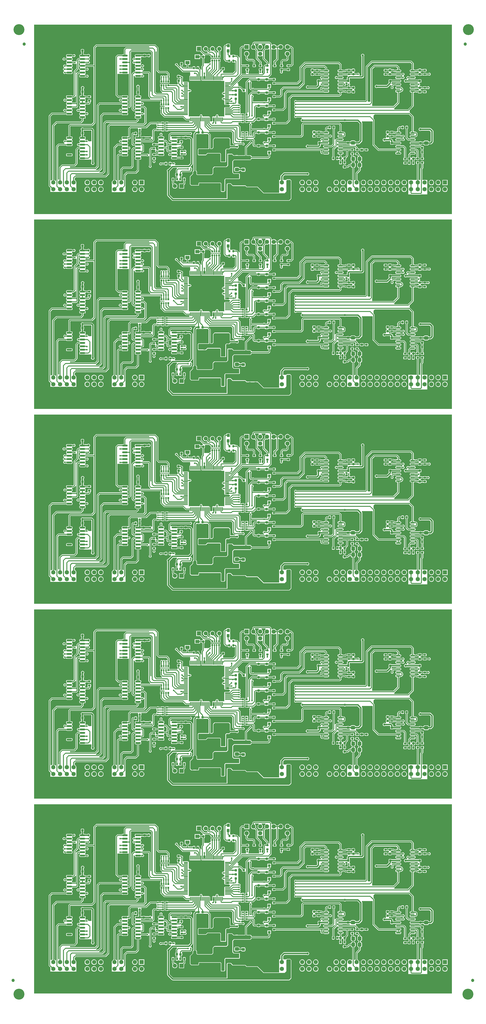
<source format=gtl>
G04*
G04 #@! TF.GenerationSoftware,Altium Limited,Altium Designer,25.3.3 (18)*
G04*
G04 Layer_Physical_Order=1*
G04 Layer_Color=255*
%FSLAX44Y44*%
%MOMM*%
G71*
G04*
G04 #@! TF.SameCoordinates,C1B4E693-D7F7-4543-9357-B74F73BC7D76*
G04*
G04*
G04 #@! TF.FilePolarity,Positive*
G04*
G01*
G75*
G04:AMPARAMS|DCode=18|XSize=0.8mm|YSize=0.8mm|CornerRadius=0.12mm|HoleSize=0mm|Usage=FLASHONLY|Rotation=270.000|XOffset=0mm|YOffset=0mm|HoleType=Round|Shape=RoundedRectangle|*
%AMROUNDEDRECTD18*
21,1,0.8000,0.5600,0,0,270.0*
21,1,0.5600,0.8000,0,0,270.0*
1,1,0.2400,-0.2800,-0.2800*
1,1,0.2400,-0.2800,0.2800*
1,1,0.2400,0.2800,0.2800*
1,1,0.2400,0.2800,-0.2800*
%
%ADD18ROUNDEDRECTD18*%
%ADD19R,0.6400X0.7000*%
%ADD20R,0.5000X0.7000*%
G04:AMPARAMS|DCode=21|XSize=0.9mm|YSize=0.6mm|CornerRadius=0.09mm|HoleSize=0mm|Usage=FLASHONLY|Rotation=0.000|XOffset=0mm|YOffset=0mm|HoleType=Round|Shape=RoundedRectangle|*
%AMROUNDEDRECTD21*
21,1,0.9000,0.4200,0,0,0.0*
21,1,0.7200,0.6000,0,0,0.0*
1,1,0.1800,0.3600,-0.2100*
1,1,0.1800,-0.3600,-0.2100*
1,1,0.1800,-0.3600,0.2100*
1,1,0.1800,0.3600,0.2100*
%
%ADD21ROUNDEDRECTD21*%
G04:AMPARAMS|DCode=23|XSize=0.3mm|YSize=1.5mm|CornerRadius=0.0525mm|HoleSize=0mm|Usage=FLASHONLY|Rotation=90.000|XOffset=0mm|YOffset=0mm|HoleType=Round|Shape=RoundedRectangle|*
%AMROUNDEDRECTD23*
21,1,0.3000,1.3950,0,0,90.0*
21,1,0.1950,1.5000,0,0,90.0*
1,1,0.1050,0.6975,0.0975*
1,1,0.1050,0.6975,-0.0975*
1,1,0.1050,-0.6975,-0.0975*
1,1,0.1050,-0.6975,0.0975*
%
%ADD23ROUNDEDRECTD23*%
G04:AMPARAMS|DCode=24|XSize=1.5mm|YSize=0.3mm|CornerRadius=0.0525mm|HoleSize=0mm|Usage=FLASHONLY|Rotation=90.000|XOffset=0mm|YOffset=0mm|HoleType=Round|Shape=RoundedRectangle|*
%AMROUNDEDRECTD24*
21,1,1.5000,0.1950,0,0,90.0*
21,1,1.3950,0.3000,0,0,90.0*
1,1,0.1050,0.0975,0.6975*
1,1,0.1050,0.0975,-0.6975*
1,1,0.1050,-0.0975,-0.6975*
1,1,0.1050,-0.0975,0.6975*
%
%ADD24ROUNDEDRECTD24*%
G04:AMPARAMS|DCode=25|XSize=1.97mm|YSize=0.6mm|CornerRadius=0.15mm|HoleSize=0mm|Usage=FLASHONLY|Rotation=0.000|XOffset=0mm|YOffset=0mm|HoleType=Round|Shape=RoundedRectangle|*
%AMROUNDEDRECTD25*
21,1,1.9700,0.3000,0,0,0.0*
21,1,1.6700,0.6000,0,0,0.0*
1,1,0.3000,0.8350,-0.1500*
1,1,0.3000,-0.8350,-0.1500*
1,1,0.3000,-0.8350,0.1500*
1,1,0.3000,0.8350,0.1500*
%
%ADD25ROUNDEDRECTD25*%
G04:AMPARAMS|DCode=26|XSize=0.8mm|YSize=0.8mm|CornerRadius=0.12mm|HoleSize=0mm|Usage=FLASHONLY|Rotation=180.000|XOffset=0mm|YOffset=0mm|HoleType=Round|Shape=RoundedRectangle|*
%AMROUNDEDRECTD26*
21,1,0.8000,0.5600,0,0,180.0*
21,1,0.5600,0.8000,0,0,180.0*
1,1,0.2400,-0.2800,0.2800*
1,1,0.2400,0.2800,0.2800*
1,1,0.2400,0.2800,-0.2800*
1,1,0.2400,-0.2800,-0.2800*
%
%ADD26ROUNDEDRECTD26*%
G04:AMPARAMS|DCode=27|XSize=1.4mm|YSize=1.55mm|CornerRadius=0.35mm|HoleSize=0mm|Usage=FLASHONLY|Rotation=270.000|XOffset=0mm|YOffset=0mm|HoleType=Round|Shape=RoundedRectangle|*
%AMROUNDEDRECTD27*
21,1,1.4000,0.8500,0,0,270.0*
21,1,0.7000,1.5500,0,0,270.0*
1,1,0.7000,-0.4250,-0.3500*
1,1,0.7000,-0.4250,0.3500*
1,1,0.7000,0.4250,0.3500*
1,1,0.7000,0.4250,-0.3500*
%
%ADD27ROUNDEDRECTD27*%
G04:AMPARAMS|DCode=28|XSize=1.4mm|YSize=1.55mm|CornerRadius=0.35mm|HoleSize=0mm|Usage=FLASHONLY|Rotation=0.000|XOffset=0mm|YOffset=0mm|HoleType=Round|Shape=RoundedRectangle|*
%AMROUNDEDRECTD28*
21,1,1.4000,0.8500,0,0,0.0*
21,1,0.7000,1.5500,0,0,0.0*
1,1,0.7000,0.3500,-0.4250*
1,1,0.7000,-0.3500,-0.4250*
1,1,0.7000,-0.3500,0.4250*
1,1,0.7000,0.3500,0.4250*
%
%ADD28ROUNDEDRECTD28*%
%ADD29R,0.9000X0.9500*%
G04:AMPARAMS|DCode=30|XSize=1.1mm|YSize=1.2mm|CornerRadius=0.165mm|HoleSize=0mm|Usage=FLASHONLY|Rotation=0.000|XOffset=0mm|YOffset=0mm|HoleType=Round|Shape=RoundedRectangle|*
%AMROUNDEDRECTD30*
21,1,1.1000,0.8700,0,0,0.0*
21,1,0.7700,1.2000,0,0,0.0*
1,1,0.3300,0.3850,-0.4350*
1,1,0.3300,-0.3850,-0.4350*
1,1,0.3300,-0.3850,0.4350*
1,1,0.3300,0.3850,0.4350*
%
%ADD30ROUNDEDRECTD30*%
G04:AMPARAMS|DCode=31|XSize=1.1mm|YSize=1.2mm|CornerRadius=0.165mm|HoleSize=0mm|Usage=FLASHONLY|Rotation=270.000|XOffset=0mm|YOffset=0mm|HoleType=Round|Shape=RoundedRectangle|*
%AMROUNDEDRECTD31*
21,1,1.1000,0.8700,0,0,270.0*
21,1,0.7700,1.2000,0,0,270.0*
1,1,0.3300,-0.4350,-0.3850*
1,1,0.3300,-0.4350,0.3850*
1,1,0.3300,0.4350,0.3850*
1,1,0.3300,0.4350,-0.3850*
%
%ADD31ROUNDEDRECTD31*%
G04:AMPARAMS|DCode=32|XSize=0.9mm|YSize=0.6mm|CornerRadius=0.09mm|HoleSize=0mm|Usage=FLASHONLY|Rotation=90.000|XOffset=0mm|YOffset=0mm|HoleType=Round|Shape=RoundedRectangle|*
%AMROUNDEDRECTD32*
21,1,0.9000,0.4200,0,0,90.0*
21,1,0.7200,0.6000,0,0,90.0*
1,1,0.1800,0.2100,0.3600*
1,1,0.1800,0.2100,-0.3600*
1,1,0.1800,-0.2100,-0.3600*
1,1,0.1800,-0.2100,0.3600*
%
%ADD32ROUNDEDRECTD32*%
%ADD33R,0.7000X0.6400*%
%ADD34R,0.7000X0.5000*%
G04:AMPARAMS|DCode=35|XSize=1.3mm|YSize=1.5mm|CornerRadius=0.195mm|HoleSize=0mm|Usage=FLASHONLY|Rotation=270.000|XOffset=0mm|YOffset=0mm|HoleType=Round|Shape=RoundedRectangle|*
%AMROUNDEDRECTD35*
21,1,1.3000,1.1100,0,0,270.0*
21,1,0.9100,1.5000,0,0,270.0*
1,1,0.3900,-0.5550,-0.4550*
1,1,0.3900,-0.5550,0.4550*
1,1,0.3900,0.5550,0.4550*
1,1,0.3900,0.5550,-0.4550*
%
%ADD35ROUNDEDRECTD35*%
%ADD36O,1.8000X0.5500*%
%ADD37R,3.3000X2.4000*%
%ADD38R,1.0000X2.4000*%
%ADD39R,1.6000X1.2500*%
%ADD59C,4.1000*%
%ADD68C,0.3000*%
%ADD69R,11.0000X11.0000*%
%ADD70C,0.5500*%
%ADD71C,0.5000*%
%ADD72C,1.2000*%
%ADD73C,0.3000*%
%ADD74C,1.6050*%
%ADD75R,1.6050X1.6050*%
%ADD76C,1.5200*%
%ADD77R,1.5200X1.5200*%
%ADD78C,0.6000*%
%ADD79C,0.8000*%
%ADD80C,0.5000*%
G36*
X1574400Y2932200D02*
X8600D01*
Y3641200D01*
X1574400D01*
Y2932200D01*
D02*
G37*
G36*
X1574400Y2202200D02*
X8600D01*
Y2911200D01*
X1574400D01*
Y2202200D01*
D02*
G37*
G36*
X1574400Y1472200D02*
X8600D01*
Y2181200D01*
X1574400D01*
Y1472200D01*
D02*
G37*
G36*
X1574400Y742200D02*
X8600D01*
Y1451200D01*
X1574400D01*
Y742200D01*
D02*
G37*
G36*
X1574400Y12200D02*
X8600D01*
Y721200D01*
X1574400D01*
Y12200D01*
D02*
G37*
%LPC*%
G36*
X891268Y3576700D02*
X832647D01*
X831281Y3576429D01*
X830123Y3575655D01*
X828366Y3573898D01*
X827592Y3572740D01*
X827321Y3571375D01*
Y3567313D01*
X827020Y3567232D01*
X824734Y3565912D01*
X822867Y3564046D01*
X821547Y3561760D01*
X820864Y3559210D01*
Y3556570D01*
X821547Y3554021D01*
X822867Y3551735D01*
X824734Y3549868D01*
X827020Y3548548D01*
X829569Y3547865D01*
X832209D01*
X834759Y3548548D01*
X835029Y3548704D01*
X840031Y3543701D01*
Y3515400D01*
X840303Y3514034D01*
X841077Y3512877D01*
X848613Y3505340D01*
X853575Y3500378D01*
Y3492737D01*
X853543D01*
X852412Y3492512D01*
X851452Y3491871D01*
X850811Y3490912D01*
X850586Y3489780D01*
Y3485580D01*
X850811Y3484449D01*
X851452Y3483489D01*
X852412Y3482848D01*
X853543Y3482623D01*
X860743D01*
X861875Y3482848D01*
X862834Y3483489D01*
X863475Y3484449D01*
X863700Y3485580D01*
Y3489780D01*
X863475Y3490912D01*
X862834Y3491871D01*
X861875Y3492512D01*
X860743Y3492737D01*
X860712D01*
Y3501857D01*
X860440Y3503222D01*
X859667Y3504380D01*
X853660Y3510387D01*
X847169Y3516878D01*
Y3523191D01*
X850134Y3524468D01*
X852420Y3523148D01*
X854969Y3522465D01*
X857609D01*
X860159Y3523148D01*
X862445Y3524468D01*
X865431Y3523212D01*
Y3513800D01*
X865703Y3512434D01*
X866477Y3511277D01*
X879586Y3498167D01*
Y3492737D01*
X879555D01*
X878423Y3492512D01*
X877464Y3491871D01*
X877048Y3491248D01*
X874157D01*
X872792Y3490977D01*
X871634Y3490203D01*
X869876Y3488446D01*
X869103Y3487288D01*
X868831Y3485923D01*
Y3462278D01*
X865071Y3458517D01*
X863669Y3458778D01*
X861998Y3462100D01*
X862000Y3462105D01*
Y3464095D01*
X861724Y3464760D01*
X861827Y3466876D01*
X862834Y3468489D01*
X863475Y3469449D01*
X863700Y3470580D01*
Y3474780D01*
X863475Y3475912D01*
X862834Y3476871D01*
X861875Y3477512D01*
X860743Y3477737D01*
X853543D01*
X852412Y3477512D01*
X851452Y3476871D01*
X850811Y3475912D01*
X850586Y3474780D01*
Y3470580D01*
X850811Y3469449D01*
X851452Y3468489D01*
X852368Y3466700D01*
X852297Y3464812D01*
X852000Y3464095D01*
Y3462105D01*
X852761Y3460268D01*
X852860Y3460168D01*
X851618Y3457169D01*
X813182D01*
X811940Y3460168D01*
X812039Y3460268D01*
X812800Y3462105D01*
Y3464095D01*
X812523Y3464764D01*
X812610Y3466862D01*
X813611Y3468489D01*
X814252Y3469449D01*
X814477Y3470580D01*
Y3474780D01*
X814252Y3475912D01*
X813611Y3476871D01*
X812652Y3477512D01*
X811520Y3477737D01*
X804320D01*
X803188Y3477512D01*
X802229Y3476871D01*
X801588Y3475912D01*
X801363Y3474780D01*
Y3470580D01*
X801588Y3469449D01*
X802229Y3468489D01*
X803154Y3466714D01*
X803095Y3464808D01*
X802800Y3464095D01*
Y3462105D01*
X803561Y3460268D01*
X803660Y3460168D01*
X802418Y3457169D01*
X788058D01*
X786969Y3458062D01*
Y3484111D01*
X801813D01*
X802229Y3483489D01*
X803188Y3482848D01*
X804320Y3482623D01*
X811520D01*
X812652Y3482848D01*
X813611Y3483489D01*
X814252Y3484449D01*
X814477Y3485580D01*
Y3489780D01*
X814252Y3490912D01*
X813611Y3491871D01*
X812652Y3492512D01*
X811520Y3492737D01*
X804320D01*
X803188Y3492512D01*
X802229Y3491871D01*
X801813Y3491248D01*
X786969D01*
Y3551922D01*
X789347Y3554300D01*
X789399Y3554322D01*
X795464D01*
Y3547865D01*
X815514D01*
Y3567915D01*
X795464D01*
Y3561459D01*
X789133D01*
X788947Y3561422D01*
X787436Y3561223D01*
X785855Y3560568D01*
X784667Y3559656D01*
X784495Y3559541D01*
X780877Y3555923D01*
X780103Y3554766D01*
X779831Y3553400D01*
Y3518785D01*
X776831Y3518489D01*
X776697Y3519166D01*
X775923Y3520323D01*
X771123Y3525123D01*
X769966Y3525897D01*
X768600Y3526169D01*
X764231D01*
X762400Y3528000D01*
X759885D01*
X759691Y3528291D01*
X758731Y3528932D01*
X757600Y3529157D01*
X753400D01*
X752268Y3528932D01*
X751309Y3528291D01*
X751115Y3528000D01*
X744885D01*
X744691Y3528291D01*
X743731Y3528932D01*
X743000Y3529077D01*
Y3536595D01*
X743288Y3537026D01*
X743571Y3538450D01*
Y3547150D01*
X743288Y3548574D01*
X743000Y3549005D01*
Y3556095D01*
X743488Y3556826D01*
X743771Y3558250D01*
Y3566950D01*
X743488Y3568374D01*
X742681Y3569582D01*
X741474Y3570388D01*
X740050Y3570671D01*
X732350D01*
X730926Y3570388D01*
X729718Y3569582D01*
X728912Y3568374D01*
X728628Y3566950D01*
Y3566169D01*
X725357D01*
X723992Y3565897D01*
X722834Y3565123D01*
X721077Y3563366D01*
X720303Y3562208D01*
X720031Y3560843D01*
Y3511200D01*
X720303Y3509834D01*
X721077Y3508676D01*
X726077Y3503676D01*
X727234Y3502903D01*
X728600Y3502632D01*
X735043D01*
Y3502600D01*
X735268Y3501469D01*
X735909Y3500509D01*
X736868Y3499868D01*
X738000Y3499643D01*
X742200D01*
X743331Y3499868D01*
X744291Y3500509D01*
X744932Y3501469D01*
X745157Y3502600D01*
Y3505000D01*
X750043D01*
Y3502600D01*
X750268Y3501469D01*
X750909Y3500509D01*
X751868Y3499868D01*
X753000Y3499643D01*
X757200D01*
X758331Y3499868D01*
X758631Y3500069D01*
X760935Y3499266D01*
X761631Y3498740D01*
Y3467478D01*
X753922Y3459768D01*
X717000D01*
Y3470037D01*
X720000D01*
X721248Y3470286D01*
X722307Y3470993D01*
X723014Y3472051D01*
X723263Y3473300D01*
Y3478900D01*
X723014Y3480149D01*
X722307Y3481207D01*
X721248Y3481914D01*
X720000Y3482162D01*
X714400D01*
X713151Y3481914D01*
X712093Y3481207D01*
X711386Y3480149D01*
X711137Y3478900D01*
Y3474584D01*
X709153Y3472600D01*
X705069D01*
Y3502500D01*
X706700D01*
Y3513500D01*
X670900D01*
Y3502500D01*
X670900D01*
X670796Y3501715D01*
X669194Y3499200D01*
X667205D01*
X665368Y3498439D01*
X663961Y3497032D01*
X663782Y3496600D01*
X646068D01*
Y3515090D01*
X646548Y3515186D01*
X647607Y3515893D01*
X648314Y3516951D01*
X648563Y3518200D01*
Y3523800D01*
X648357Y3524832D01*
X648376Y3525149D01*
X650015Y3527831D01*
X665222D01*
X670900Y3522153D01*
Y3516500D01*
X706700D01*
Y3527500D01*
X705968D01*
Y3542018D01*
X706105Y3542054D01*
X708294Y3543318D01*
X710082Y3545105D01*
X711346Y3547295D01*
X712000Y3549736D01*
Y3552264D01*
X711346Y3554706D01*
X710082Y3556895D01*
X708294Y3558682D01*
X706105Y3559946D01*
X703664Y3560600D01*
X701136D01*
X698694Y3559946D01*
X696505Y3558682D01*
X694718Y3556895D01*
X693454Y3554706D01*
X692800Y3552264D01*
Y3549736D01*
X693454Y3547295D01*
X694718Y3545105D01*
X696505Y3543318D01*
X698694Y3542054D01*
X698831Y3542018D01*
Y3537462D01*
X697409Y3536996D01*
X695831Y3536963D01*
X695323Y3537723D01*
X685875Y3547172D01*
X685946Y3547295D01*
X686600Y3549736D01*
Y3552264D01*
X685946Y3554706D01*
X684682Y3556895D01*
X682894Y3558682D01*
X680705Y3559946D01*
X678264Y3560600D01*
X675736D01*
X673294Y3559946D01*
X671105Y3558682D01*
X669318Y3556895D01*
X668054Y3554706D01*
X667400Y3552264D01*
Y3549736D01*
X668054Y3547295D01*
X669318Y3545105D01*
X669636Y3544787D01*
X668569Y3542101D01*
X665841Y3541806D01*
X660475Y3547172D01*
X660546Y3547295D01*
X661200Y3549736D01*
Y3552264D01*
X660546Y3554706D01*
X659282Y3556895D01*
X657494Y3558682D01*
X655305Y3559946D01*
X652864Y3560600D01*
X650336D01*
X647894Y3559946D01*
X645705Y3558682D01*
X643918Y3556895D01*
X642654Y3554706D01*
X642000Y3552264D01*
Y3549736D01*
X642654Y3547295D01*
X643918Y3545105D01*
X645705Y3543318D01*
X647894Y3542054D01*
X650336Y3541400D01*
X652864D01*
X655305Y3542054D01*
X655428Y3542125D01*
X659585Y3537968D01*
X658342Y3534969D01*
X647278D01*
X635800Y3546447D01*
Y3560600D01*
X616600D01*
Y3541400D01*
X630753D01*
X642091Y3530063D01*
X640848Y3527063D01*
X639700D01*
X638451Y3526814D01*
X637393Y3526107D01*
X636686Y3525049D01*
X636590Y3524568D01*
X630500D01*
Y3529450D01*
X610500D01*
Y3512950D01*
X630500D01*
Y3517431D01*
X636590D01*
X636686Y3516951D01*
X637393Y3515893D01*
X638451Y3515186D01*
X638931Y3515090D01*
Y3488578D01*
X636996Y3486643D01*
X636223Y3485486D01*
X635951Y3484120D01*
Y3472600D01*
X633005D01*
X632817Y3473546D01*
X632043Y3474703D01*
X628223Y3478523D01*
X627757Y3478835D01*
Y3482600D01*
X627532Y3483731D01*
X626891Y3484691D01*
X625931Y3485332D01*
X624800Y3485557D01*
X620600D01*
X619468Y3485332D01*
X618509Y3484691D01*
X617868Y3483731D01*
X617643Y3482600D01*
Y3475400D01*
X616992Y3474485D01*
X615378D01*
X612757Y3477215D01*
Y3482600D01*
X612532Y3483731D01*
X611891Y3484691D01*
X610931Y3485332D01*
X609800Y3485557D01*
X605600D01*
X604468Y3485332D01*
X603509Y3484691D01*
X602868Y3483731D01*
X602643Y3482600D01*
Y3482568D01*
X587068D01*
Y3490950D01*
X593500D01*
Y3507450D01*
X573500D01*
Y3490950D01*
X579931D01*
Y3482568D01*
X568278D01*
X565048Y3485798D01*
Y3489080D01*
X565528Y3489176D01*
X566587Y3489883D01*
X567294Y3490941D01*
X567543Y3492190D01*
Y3497790D01*
X567294Y3499038D01*
X566587Y3500097D01*
X565528Y3500804D01*
X564280Y3501053D01*
X558680D01*
X557431Y3500804D01*
X556373Y3500097D01*
X555666Y3499038D01*
X555417Y3497790D01*
Y3492190D01*
X555666Y3490941D01*
X556373Y3489883D01*
X557431Y3489176D01*
X557911Y3489080D01*
Y3485578D01*
X554911Y3484335D01*
X547200Y3492047D01*
Y3492994D01*
X546439Y3494832D01*
X545032Y3496239D01*
X543195Y3497000D01*
X541205D01*
X539368Y3496239D01*
X537961Y3494832D01*
X537200Y3492994D01*
Y3491005D01*
X537961Y3489168D01*
X539368Y3487761D01*
X541205Y3487000D01*
X542153D01*
X564677Y3464477D01*
X565834Y3463703D01*
X567200Y3463431D01*
X593195D01*
X593599Y3450625D01*
X593545Y3450569D01*
X592560Y3450374D01*
X591725Y3449815D01*
X591166Y3448980D01*
X590970Y3447995D01*
Y3434045D01*
X591166Y3433060D01*
X591725Y3432224D01*
X592560Y3431666D01*
X593545Y3431471D01*
X595495D01*
X596480Y3431666D01*
X597020Y3432027D01*
X597560Y3431666D01*
X598545Y3431471D01*
X600495D01*
X601480Y3431666D01*
X602020Y3432027D01*
X602560Y3431666D01*
X603545Y3431471D01*
X605495D01*
X606480Y3431666D01*
X607020Y3432027D01*
X607560Y3431666D01*
X608545Y3431471D01*
X610495D01*
X611480Y3431666D01*
X612020Y3432027D01*
X612560Y3431666D01*
X613545Y3431471D01*
X615495D01*
X616480Y3431666D01*
X617020Y3432027D01*
X617560Y3431666D01*
X618545Y3431471D01*
X620495D01*
X621480Y3431666D01*
X622020Y3432027D01*
X622560Y3431666D01*
X623545Y3431471D01*
X625495D01*
X626480Y3431666D01*
X627020Y3432027D01*
X627560Y3431666D01*
X628545Y3431471D01*
X630495D01*
X631480Y3431666D01*
X632315Y3432224D01*
X632873Y3433060D01*
X633069Y3434045D01*
X635970D01*
X636166Y3433060D01*
X636725Y3432224D01*
X637560Y3431666D01*
X638545Y3431471D01*
X640495D01*
X641480Y3431666D01*
X642020Y3432027D01*
X642560Y3431666D01*
X643545Y3431471D01*
X645495D01*
X646480Y3431666D01*
X647020Y3432027D01*
X647560Y3431666D01*
X648545Y3431471D01*
X650495D01*
X651480Y3431666D01*
X652020Y3432027D01*
X652560Y3431666D01*
X653545Y3431471D01*
X655495D01*
X656480Y3431666D01*
X657020Y3432027D01*
X657560Y3431666D01*
X658545Y3431471D01*
X660495D01*
X661480Y3431666D01*
X662020Y3432027D01*
X662560Y3431666D01*
X663545Y3431471D01*
X665495D01*
X666480Y3431666D01*
X667020Y3432027D01*
X667560Y3431666D01*
X668545Y3431471D01*
X670495D01*
X671480Y3431666D01*
X672020Y3432027D01*
X672560Y3431666D01*
X673545Y3431471D01*
X675495D01*
X676480Y3431666D01*
X677020Y3432027D01*
X677560Y3431666D01*
X678545Y3431471D01*
X680495D01*
X681480Y3431666D01*
X682020Y3432027D01*
X682560Y3431666D01*
X683545Y3431471D01*
X685495D01*
X686480Y3431666D01*
X687020Y3432027D01*
X687560Y3431666D01*
X688545Y3431471D01*
X690495D01*
X691480Y3431666D01*
X692020Y3432027D01*
X692560Y3431666D01*
X693545Y3431471D01*
X695495D01*
X696480Y3431666D01*
X697020Y3432027D01*
X697560Y3431666D01*
X698545Y3431471D01*
X700495D01*
X701480Y3431666D01*
X702020Y3432027D01*
X702560Y3431666D01*
X703545Y3431471D01*
X705495D01*
X706480Y3431666D01*
X707020Y3432027D01*
X707560Y3431666D01*
X708545Y3431471D01*
X710495D01*
X711277Y3430829D01*
Y3430451D01*
X720951D01*
Y3391437D01*
X718994Y3389000D01*
X717005D01*
X715168Y3388239D01*
X713761Y3386832D01*
X713000Y3384995D01*
Y3383005D01*
X713761Y3381168D01*
X715168Y3379761D01*
X717005Y3379000D01*
X718994D01*
X720951Y3376563D01*
Y3371465D01*
X719014Y3369020D01*
X717025D01*
X715188Y3368259D01*
X713781Y3366852D01*
X713020Y3365015D01*
Y3363026D01*
X713781Y3361188D01*
X715188Y3359781D01*
X717025Y3359020D01*
X719014D01*
X720951Y3356575D01*
Y3343000D01*
X721979D01*
X722166Y3342060D01*
X722725Y3341224D01*
X723560Y3340667D01*
X724545Y3340471D01*
X731424D01*
X731520Y3340451D01*
X731616Y3340471D01*
X738495D01*
X739224Y3340616D01*
X739664Y3340555D01*
X742182Y3339029D01*
X742035Y3333682D01*
X740942Y3332589D01*
X731520D01*
X731424Y3332569D01*
X724545D01*
X723560Y3332373D01*
X722725Y3331815D01*
X722447Y3331400D01*
X720951D01*
Y3297589D01*
X700600D01*
X699520Y3299205D01*
Y3301194D01*
X698759Y3303032D01*
X697352Y3304439D01*
X695515Y3305200D01*
X693525D01*
X691688Y3304439D01*
X690281Y3303032D01*
X689520Y3301194D01*
Y3299205D01*
X688440Y3297589D01*
X677600D01*
Y3296382D01*
X677560Y3296373D01*
X676724Y3295815D01*
X676166Y3294980D01*
X675970Y3293995D01*
Y3287116D01*
X675951Y3287020D01*
X675970Y3286924D01*
Y3280045D01*
X675441Y3279400D01*
X668089D01*
Y3287020D01*
X668069Y3287116D01*
Y3293995D01*
X667873Y3294980D01*
X667315Y3295815D01*
X666480Y3296373D01*
X665495Y3296570D01*
X664520D01*
Y3297589D01*
X640653D01*
X639520Y3299285D01*
Y3301274D01*
X638759Y3303112D01*
X637352Y3304519D01*
X635514Y3305280D01*
X633525D01*
X631688Y3304519D01*
X630281Y3303112D01*
X629520Y3301274D01*
Y3299285D01*
X628386Y3297589D01*
X588089D01*
Y3387657D01*
X588168Y3387765D01*
X591089Y3389414D01*
X591605Y3389200D01*
X593595D01*
X595432Y3389961D01*
X596839Y3391368D01*
X597600Y3393205D01*
Y3395194D01*
X596839Y3397032D01*
X595432Y3398439D01*
X593595Y3399200D01*
X591605D01*
X591089Y3398986D01*
X588168Y3400635D01*
X588089Y3400743D01*
Y3425400D01*
X586989D01*
X586873Y3425980D01*
X586315Y3426815D01*
X585480Y3427373D01*
X584495Y3427569D01*
X570545D01*
X569560Y3427373D01*
X568725Y3426815D01*
X565892Y3427975D01*
X565368Y3428369D01*
Y3439897D01*
X566039Y3440568D01*
X566800Y3442405D01*
Y3444395D01*
X566039Y3446232D01*
X564632Y3447639D01*
X562794Y3448400D01*
X561847D01*
X560723Y3449523D01*
X559566Y3450297D01*
X558200Y3450569D01*
X555810D01*
X555714Y3451049D01*
X555007Y3452107D01*
X553949Y3452814D01*
X552700Y3453063D01*
X547100D01*
X545851Y3452814D01*
X544793Y3452107D01*
X544086Y3451049D01*
X543837Y3449800D01*
Y3444200D01*
X544086Y3442951D01*
X544793Y3441893D01*
X545851Y3441186D01*
X547100Y3440937D01*
X552700D01*
X553949Y3441186D01*
X554034Y3441243D01*
X557302Y3440702D01*
X557467Y3440616D01*
X557662Y3440467D01*
X557809Y3440320D01*
X557588Y3437820D01*
X554796Y3436649D01*
X554548Y3436814D01*
X553300Y3437063D01*
X547700D01*
X546451Y3436814D01*
X545393Y3436107D01*
X544686Y3435049D01*
X544437Y3433800D01*
Y3428200D01*
X544686Y3426951D01*
X545393Y3425893D01*
X546451Y3425186D01*
X546931Y3425090D01*
Y3420500D01*
X547109Y3419606D01*
X545949Y3418228D01*
X544770Y3417375D01*
X543800Y3417568D01*
X516700D01*
Y3419700D01*
X480900D01*
Y3408700D01*
X482331D01*
Y3395100D01*
X482603Y3393734D01*
X483377Y3392577D01*
X487276Y3388676D01*
X488336Y3387968D01*
X488393Y3387702D01*
X487837Y3384969D01*
X468278D01*
X464169Y3389078D01*
Y3540600D01*
X467231D01*
Y3470200D01*
X467503Y3468834D01*
X468276Y3467677D01*
X474677Y3461277D01*
X475834Y3460503D01*
X477200Y3460231D01*
X504522D01*
X508131Y3456622D01*
Y3452145D01*
X507634Y3451622D01*
X505131Y3450388D01*
X504248Y3450754D01*
X502259D01*
X500421Y3449993D01*
X499323Y3448894D01*
X499100Y3448938D01*
X497694Y3450345D01*
X495856Y3451106D01*
X493867D01*
X492029Y3450345D01*
X490628Y3448943D01*
X489232Y3450339D01*
X487394Y3451100D01*
X485405D01*
X483568Y3450339D01*
X482161Y3448932D01*
X481400Y3447094D01*
Y3445105D01*
X482161Y3443268D01*
X482681Y3442747D01*
Y3433700D01*
X480900D01*
Y3422700D01*
X516700D01*
Y3433700D01*
X515168D01*
Y3442498D01*
X515939Y3443268D01*
X516700Y3445105D01*
Y3447094D01*
X515939Y3448932D01*
X515269Y3449602D01*
Y3458100D01*
X514997Y3459466D01*
X514223Y3460623D01*
X508523Y3466323D01*
X507365Y3467097D01*
X506000Y3467368D01*
X478678D01*
X474369Y3471678D01*
Y3554600D01*
X474097Y3555966D01*
X473323Y3557123D01*
X464323Y3566123D01*
X463166Y3566897D01*
X461800Y3567169D01*
X242000D01*
X240634Y3566897D01*
X239477Y3566123D01*
X232477Y3559123D01*
X231703Y3557966D01*
X231431Y3556600D01*
Y3490623D01*
X201137D01*
X200833Y3491078D01*
X200658Y3491196D01*
X200413Y3494333D01*
X200502Y3494633D01*
X202070Y3496109D01*
X208620D01*
X209368Y3495361D01*
X211205Y3494600D01*
X213195D01*
X215032Y3495361D01*
X216439Y3496768D01*
X217200Y3498605D01*
Y3500594D01*
X216439Y3502432D01*
X215032Y3503839D01*
X214044Y3504248D01*
X213195Y3504600D01*
X213139Y3507455D01*
X214977Y3508216D01*
X216384Y3509623D01*
X217145Y3511460D01*
Y3513449D01*
X216384Y3515287D01*
X214977Y3516694D01*
X214838Y3516751D01*
Y3519998D01*
X215599Y3520313D01*
X217286Y3522001D01*
X218200Y3524207D01*
Y3526593D01*
X217286Y3528799D01*
X215599Y3530486D01*
X213393Y3531400D01*
X211006D01*
X208801Y3530486D01*
X208180Y3529866D01*
X199805D01*
X199676Y3529952D01*
X198310Y3530223D01*
X194288D01*
Y3538146D01*
X194807Y3538493D01*
X195514Y3539551D01*
X195763Y3540800D01*
Y3546400D01*
X195514Y3547649D01*
X194807Y3548707D01*
X193748Y3549414D01*
X192500Y3549662D01*
X186900D01*
X185651Y3549414D01*
X184593Y3548707D01*
X183886Y3547649D01*
X183637Y3546400D01*
Y3540800D01*
X183886Y3539551D01*
X184593Y3538493D01*
X185112Y3538146D01*
Y3530223D01*
X181610D01*
X180244Y3529952D01*
X179087Y3529178D01*
X178313Y3528021D01*
X178041Y3526655D01*
Y3523655D01*
X178313Y3522289D01*
X179087Y3521132D01*
X179357Y3520951D01*
X179590Y3517937D01*
X179481Y3517535D01*
X177882Y3516024D01*
X175455D01*
X174089Y3515752D01*
X172932Y3514978D01*
X168876Y3510923D01*
X168103Y3509766D01*
X167831Y3508400D01*
Y3504282D01*
X164831Y3503040D01*
X164632Y3503239D01*
X162794Y3504000D01*
X160805D01*
X158968Y3503239D01*
X158675Y3502946D01*
X151889D01*
X151333Y3503778D01*
X150176Y3504552D01*
X150056Y3504576D01*
Y3507634D01*
X150176Y3507658D01*
X151333Y3508432D01*
X152107Y3509589D01*
X152379Y3510955D01*
Y3513955D01*
X152107Y3515321D01*
X151333Y3516478D01*
X150915Y3516758D01*
X150702Y3519544D01*
X150839Y3520142D01*
X152487Y3521709D01*
X155220D01*
X155768Y3521161D01*
X157605Y3520400D01*
X159594D01*
X161432Y3521161D01*
X162839Y3522568D01*
X163600Y3524406D01*
Y3526394D01*
X162839Y3528232D01*
X161432Y3529639D01*
X159594Y3530400D01*
X157605D01*
X155768Y3529639D01*
X154975Y3528846D01*
X151555D01*
X151333Y3529178D01*
X150176Y3529952D01*
X148810Y3530223D01*
X132110D01*
X130744Y3529952D01*
X129587Y3529178D01*
X128813Y3528021D01*
X128541Y3526655D01*
Y3523655D01*
X128813Y3522289D01*
X129587Y3521132D01*
X129857Y3520951D01*
X130090Y3517937D01*
X129981Y3517535D01*
X128382Y3516024D01*
X123957D01*
X123287Y3516694D01*
X121449Y3517455D01*
X119460D01*
X117623Y3516694D01*
X116216Y3515287D01*
X115455Y3513449D01*
Y3511460D01*
X116216Y3509623D01*
X117623Y3508216D01*
X119460Y3507455D01*
X121449D01*
X123287Y3508216D01*
X123957Y3508886D01*
X129283D01*
X129587Y3508432D01*
X130744Y3507658D01*
X130863Y3507634D01*
Y3504576D01*
X130744Y3504552D01*
X129587Y3503778D01*
X128813Y3502621D01*
X128541Y3501255D01*
Y3498255D01*
X128813Y3496889D01*
X129587Y3495732D01*
X130011Y3495448D01*
X130223Y3492672D01*
X130085Y3492065D01*
X128435Y3490496D01*
X126175D01*
X125632Y3491039D01*
X123794Y3491800D01*
X121805D01*
X119968Y3491039D01*
X118561Y3489632D01*
X117800Y3487794D01*
Y3485805D01*
X118561Y3483968D01*
X119968Y3482561D01*
X120425Y3482372D01*
X120241Y3479201D01*
X119368Y3478839D01*
X117961Y3477432D01*
X117200Y3475594D01*
Y3473605D01*
X117961Y3471768D01*
X119368Y3470361D01*
X120308Y3469972D01*
X120508Y3466828D01*
X119568Y3466439D01*
X118161Y3465032D01*
X117400Y3463195D01*
Y3461205D01*
X118161Y3459368D01*
X119568Y3457961D01*
X121405Y3457200D01*
X123394D01*
X125232Y3457961D01*
X125630Y3458359D01*
X129101D01*
X129587Y3457632D01*
X130744Y3456858D01*
X132110Y3456586D01*
X148810D01*
X150176Y3456858D01*
X151333Y3457632D01*
X152107Y3458789D01*
X152379Y3460155D01*
Y3463155D01*
X152107Y3464521D01*
X151333Y3465678D01*
X150176Y3466452D01*
X150056Y3466476D01*
Y3469534D01*
X150176Y3469558D01*
X151333Y3470332D01*
X152107Y3471489D01*
X152379Y3472855D01*
Y3475855D01*
X152107Y3477220D01*
X151333Y3478378D01*
X150176Y3479152D01*
X150056Y3479176D01*
Y3482234D01*
X150176Y3482258D01*
X151333Y3483032D01*
X152107Y3484189D01*
X152379Y3485555D01*
Y3488555D01*
X152107Y3489921D01*
X151333Y3491078D01*
X151247Y3494460D01*
X151250Y3494467D01*
X152694Y3495809D01*
X157920D01*
X158968Y3494761D01*
X160805Y3494000D01*
X162794D01*
X164632Y3494761D01*
X164831Y3494960D01*
X167831Y3493718D01*
Y3477878D01*
X158876Y3468923D01*
X158103Y3467766D01*
X157831Y3466400D01*
Y3378478D01*
X154401Y3375048D01*
X151333Y3375191D01*
X150176Y3375964D01*
X148810Y3376236D01*
X132110D01*
X130744Y3375964D01*
X129587Y3375191D01*
X128813Y3374033D01*
X128541Y3372668D01*
Y3369667D01*
X128813Y3368302D01*
X129587Y3367144D01*
X130744Y3366371D01*
X130863Y3366347D01*
Y3363288D01*
X130744Y3363264D01*
X129587Y3362491D01*
X129584Y3362486D01*
X126509Y3362297D01*
X126100Y3362706D01*
X124262Y3363467D01*
X122273D01*
X120435Y3362706D01*
X119029Y3361300D01*
X118267Y3359462D01*
Y3357473D01*
X119029Y3355635D01*
X120435Y3354229D01*
X122273Y3353467D01*
X124262D01*
X126100Y3354229D01*
X126509Y3354638D01*
X129584Y3354449D01*
X129587Y3354444D01*
X130744Y3353670D01*
X130863Y3353647D01*
Y3350588D01*
X130744Y3350564D01*
X129587Y3349791D01*
X128813Y3348633D01*
X128541Y3347267D01*
Y3344268D01*
X128813Y3342902D01*
X129587Y3341744D01*
X130744Y3340970D01*
X130863Y3340947D01*
Y3337888D01*
X130744Y3337864D01*
X129587Y3337091D01*
X128813Y3335933D01*
X128541Y3334567D01*
Y3331567D01*
X128813Y3330202D01*
X129587Y3329044D01*
X130744Y3328271D01*
X130863Y3328247D01*
Y3325188D01*
X130744Y3325164D01*
X129587Y3324391D01*
X129438Y3324169D01*
X126470Y3324001D01*
X125865Y3324606D01*
X124027Y3325367D01*
X122038D01*
X120200Y3324606D01*
X118794Y3323200D01*
X118032Y3321362D01*
Y3319373D01*
X118794Y3317535D01*
X120200Y3316129D01*
X122038Y3315367D01*
X124027D01*
X125865Y3316129D01*
X126470Y3316734D01*
X129438Y3316566D01*
X129587Y3316344D01*
X129857Y3316164D01*
X130090Y3313150D01*
X129981Y3312747D01*
X128382Y3311236D01*
X75667D01*
X74302Y3310964D01*
X73144Y3310191D01*
X64276Y3301323D01*
X63503Y3300166D01*
X63231Y3298800D01*
Y3037880D01*
X63503Y3036514D01*
X64276Y3035357D01*
X69000Y3030633D01*
Y3014600D01*
X78667D01*
X78760Y3014575D01*
X81400D01*
X81493Y3014600D01*
X104467D01*
X104560Y3014575D01*
X107200D01*
X107293Y3014600D01*
X129867D01*
X129960Y3014575D01*
X132600D01*
X132693Y3014600D01*
X155267D01*
X155360Y3014575D01*
X158000D01*
X158093Y3014600D01*
X166600D01*
Y3022888D01*
X166705Y3023280D01*
Y3025920D01*
X166600Y3026312D01*
Y3048200D01*
X166600D01*
X166582Y3048223D01*
X166705Y3048680D01*
Y3051320D01*
X166022Y3053870D01*
X164702Y3056155D01*
X162835Y3058022D01*
X160549Y3059342D01*
X160536Y3059345D01*
Y3066289D01*
X163878Y3069631D01*
X276400D01*
X277766Y3069903D01*
X278923Y3070677D01*
X288923Y3080677D01*
X289697Y3081834D01*
X289968Y3083200D01*
Y3259122D01*
X294878Y3264031D01*
X419600D01*
X420965Y3264303D01*
X422123Y3265077D01*
X428923Y3271877D01*
X429697Y3273034D01*
X429968Y3274400D01*
Y3327000D01*
X429697Y3328365D01*
X428923Y3329523D01*
X422856Y3335591D01*
X421698Y3336364D01*
X420332Y3336636D01*
X409307D01*
X409003Y3337091D01*
X409020Y3340457D01*
X410406Y3341722D01*
X412033Y3341696D01*
X412200Y3341529D01*
X414038Y3340768D01*
X416027D01*
X417865Y3341529D01*
X419271Y3342935D01*
X420032Y3344773D01*
Y3346762D01*
X419271Y3348600D01*
X417865Y3350006D01*
X416027Y3350768D01*
X414038D01*
X412200Y3350006D01*
X412033Y3349839D01*
X410406Y3349813D01*
X409753Y3350409D01*
X409716Y3354486D01*
X410192Y3354936D01*
X482560D01*
X482566Y3354930D01*
Y3348100D01*
X480700D01*
Y3337100D01*
X496544D01*
X498542Y3334100D01*
Y3334100D01*
X480700D01*
Y3323100D01*
X482331D01*
Y3309300D01*
X482603Y3307934D01*
X483377Y3306777D01*
X494877Y3295276D01*
X496034Y3294503D01*
X497400Y3294231D01*
X566122D01*
X575857Y3284496D01*
X577014Y3283723D01*
X578380Y3283452D01*
X590970D01*
Y3280045D01*
X591125Y3279268D01*
X591111Y3278957D01*
X589663Y3276269D01*
X511300D01*
Y3277900D01*
X500300D01*
Y3267500D01*
Y3259500D01*
Y3251500D01*
Y3242100D01*
X511300D01*
Y3243731D01*
X611740D01*
X611900Y3243731D01*
X611900Y3243731D01*
X612377Y3243799D01*
X613524Y3241030D01*
X613454Y3240942D01*
X613206Y3240695D01*
X607756Y3235244D01*
X606761Y3233756D01*
X606412Y3232000D01*
Y3094922D01*
X606219Y3094884D01*
X605558Y3094442D01*
X603158Y3092042D01*
X602716Y3091380D01*
X602561Y3090600D01*
Y3083645D01*
X593158Y3074242D01*
X592716Y3073580D01*
X592561Y3072800D01*
Y3044000D01*
X592716Y3043220D01*
X593158Y3042558D01*
X596758Y3038958D01*
X597420Y3038516D01*
X598200Y3038361D01*
X623400Y3038361D01*
X624180Y3038516D01*
X624842Y3038958D01*
X626242Y3040358D01*
X626684Y3041020D01*
X626839Y3041800D01*
Y3046955D01*
X627445Y3047561D01*
X636864D01*
X637208Y3047492D01*
X645708D01*
X646053Y3047561D01*
X659724D01*
X660068Y3047492D01*
X668568D01*
X668913Y3047561D01*
X706955D01*
X708361Y3046155D01*
Y3018600D01*
X708516Y3017820D01*
X708958Y3017158D01*
X708958Y3017158D01*
X710358Y3015758D01*
X710358Y3015758D01*
X711020Y3015316D01*
X711800Y3015161D01*
X720400D01*
X721180Y3015316D01*
X721842Y3015758D01*
X724042Y3017958D01*
X724484Y3018620D01*
X724639Y3019400D01*
Y3060955D01*
X726845Y3063161D01*
X777400D01*
X778180Y3063316D01*
X778842Y3063758D01*
X779284Y3064420D01*
X779439Y3065200D01*
Y3082400D01*
X779284Y3083180D01*
X778842Y3083842D01*
X778180Y3084284D01*
X777400Y3084439D01*
X757844D01*
X754239Y3088045D01*
Y3129555D01*
X758818Y3134134D01*
X819373D01*
X819373Y3134134D01*
X820153Y3134289D01*
X820815Y3134731D01*
X822642Y3136558D01*
X823084Y3137220D01*
X823239Y3138000D01*
Y3139631D01*
X886400D01*
X887766Y3139903D01*
X888923Y3140677D01*
X892263Y3144017D01*
X893037Y3145174D01*
X893308Y3146540D01*
Y3155670D01*
X896240D01*
Y3169170D01*
X883240D01*
Y3155670D01*
X886171D01*
Y3148018D01*
X884922Y3146768D01*
X825349D01*
X823239Y3148600D01*
X823084Y3149380D01*
X822642Y3150042D01*
X822642Y3150042D01*
X821042Y3151642D01*
X821042Y3151642D01*
X820380Y3152084D01*
X819600Y3152239D01*
X806368D01*
Y3180722D01*
X819647Y3194000D01*
X820594D01*
X822432Y3194761D01*
X823839Y3196168D01*
X824600Y3198005D01*
Y3199995D01*
X823839Y3201832D01*
X822432Y3203239D01*
X820594Y3204000D01*
X818605D01*
X816768Y3203239D01*
X815361Y3201832D01*
X814600Y3199995D01*
Y3199047D01*
X800276Y3184723D01*
X799503Y3183566D01*
X799231Y3182200D01*
Y3152239D01*
X773409D01*
X772461Y3152428D01*
X763961D01*
X763014Y3152239D01*
X756645D01*
X751642Y3157242D01*
X751642Y3157242D01*
X750980Y3157684D01*
X750200Y3157839D01*
X735400D01*
X734620Y3157684D01*
X734374Y3157520D01*
X733550D01*
Y3156631D01*
X733516Y3156580D01*
X733361Y3155800D01*
X733361Y3114445D01*
X728955Y3110039D01*
X685000D01*
X684220Y3109884D01*
X683558Y3109442D01*
X683558Y3109442D01*
X678758Y3104642D01*
X678316Y3103980D01*
X678161Y3103200D01*
Y3084044D01*
X674355Y3080239D01*
X620845D01*
X619039Y3082045D01*
Y3091200D01*
X619039Y3091200D01*
X618884Y3091980D01*
X618442Y3092642D01*
X618442Y3092642D01*
X616642Y3094442D01*
X615980Y3094884D01*
X615588Y3094962D01*
Y3230099D01*
X616804Y3231316D01*
X619693Y3232393D01*
X620751Y3231685D01*
X622000Y3231437D01*
X627600D01*
X628418Y3231600D01*
X636782D01*
X637600Y3231437D01*
X643200D01*
X644018Y3231600D01*
X659153D01*
X663180Y3227574D01*
Y3177639D01*
X626000D01*
X625219Y3177484D01*
X624558Y3177042D01*
X622558Y3175042D01*
X622116Y3174380D01*
X621961Y3173600D01*
X621961Y3156000D01*
X622116Y3155219D01*
X622558Y3154558D01*
X622558Y3154558D01*
X624158Y3152958D01*
X624158Y3152958D01*
X624819Y3152516D01*
X625600Y3152361D01*
X651800D01*
X651800Y3152361D01*
X652580Y3152516D01*
X653242Y3152958D01*
X658645Y3158361D01*
X704955D01*
X706961Y3156355D01*
Y3128600D01*
X707116Y3127820D01*
X707558Y3127158D01*
X708220Y3126716D01*
X709000Y3126561D01*
X726000D01*
X726780Y3126716D01*
X727442Y3127158D01*
X727884Y3127820D01*
X728039Y3128600D01*
Y3172555D01*
X730245Y3174761D01*
X739600D01*
X739600Y3174761D01*
X740380Y3174916D01*
X741042Y3175358D01*
X741042Y3175358D01*
X744042Y3178358D01*
X744042Y3178358D01*
X744484Y3179019D01*
X744522Y3179212D01*
X765903D01*
X766401Y3178713D01*
X768606Y3177800D01*
X770993D01*
X773199Y3178713D01*
X774886Y3180401D01*
X775800Y3182607D01*
Y3184993D01*
X774886Y3187199D01*
X773680Y3188405D01*
X774195Y3190679D01*
X774599Y3191405D01*
X788723D01*
X789968Y3190161D01*
X791805Y3189400D01*
X793794D01*
X795632Y3190161D01*
X797039Y3191568D01*
X797800Y3193405D01*
Y3195395D01*
X797039Y3197232D01*
X795632Y3198639D01*
X793794Y3199400D01*
X791805D01*
X789968Y3198639D01*
X789871Y3198542D01*
X786333D01*
X784374Y3201543D01*
X784400Y3201606D01*
Y3203594D01*
X784336Y3203748D01*
X786609Y3206100D01*
X796900D01*
Y3215500D01*
Y3223500D01*
Y3231500D01*
Y3241900D01*
X785900D01*
Y3231500D01*
Y3223568D01*
X782569D01*
Y3258200D01*
X782297Y3259566D01*
X781523Y3260723D01*
X775923Y3266323D01*
X774800Y3267074D01*
Y3274832D01*
X785900D01*
Y3273200D01*
X796900D01*
Y3282600D01*
Y3290600D01*
Y3298600D01*
Y3309000D01*
X785900D01*
Y3307368D01*
X781982D01*
X780740Y3310369D01*
X781239Y3310868D01*
X782000Y3312705D01*
Y3314695D01*
X781239Y3316532D01*
Y3319368D01*
X781556Y3320134D01*
X782000Y3321205D01*
Y3323195D01*
X781239Y3325032D01*
X779871Y3326400D01*
X781239Y3327768D01*
X782000Y3329605D01*
Y3331595D01*
X781239Y3333432D01*
Y3336268D01*
X781556Y3337034D01*
X782000Y3338105D01*
Y3340095D01*
X781239Y3341932D01*
X779832Y3343339D01*
X777994Y3344100D01*
X776005D01*
X774000Y3346516D01*
Y3401462D01*
X774805Y3402000D01*
X776795D01*
X778632Y3402761D01*
X778728Y3402857D01*
X780796D01*
X787737Y3395916D01*
Y3392100D01*
X787986Y3390851D01*
X788693Y3389793D01*
X789751Y3389086D01*
X791000Y3388837D01*
X796600D01*
X797848Y3389086D01*
X798831Y3389742D01*
X799305Y3389654D01*
X801831Y3388770D01*
Y3309000D01*
X799900D01*
Y3298600D01*
Y3290600D01*
Y3282600D01*
Y3273200D01*
X810900D01*
Y3274832D01*
X817719D01*
X818316Y3271831D01*
X817368Y3271439D01*
X815961Y3270032D01*
X815200Y3268195D01*
Y3266205D01*
X815961Y3264368D01*
X816531Y3263797D01*
Y3247900D01*
Y3232202D01*
X815761Y3231432D01*
X815000Y3229594D01*
Y3227605D01*
X815429Y3226569D01*
X814361Y3224261D01*
X813900Y3223765D01*
X810900Y3223943D01*
Y3231500D01*
Y3241900D01*
X799900D01*
Y3231500D01*
Y3223500D01*
Y3215500D01*
Y3206100D01*
X810900D01*
Y3207731D01*
X827022D01*
X828431Y3206322D01*
Y3189177D01*
X828703Y3187812D01*
X829476Y3186654D01*
X831234Y3184897D01*
X832392Y3184123D01*
X833757Y3183851D01*
X844390D01*
X844486Y3183371D01*
X845193Y3182313D01*
X846251Y3181606D01*
X847500Y3181357D01*
X853100D01*
X854349Y3181606D01*
X855407Y3182313D01*
X856114Y3183371D01*
X856210Y3183851D01*
X873740D01*
Y3180670D01*
X886740D01*
Y3183851D01*
X901773D01*
X902189Y3183229D01*
X903148Y3182588D01*
X904280Y3182363D01*
X911480D01*
X912611Y3182588D01*
X913571Y3183229D01*
X914212Y3184189D01*
X914437Y3185320D01*
Y3189520D01*
X914212Y3190652D01*
X913571Y3191611D01*
X912611Y3192252D01*
X911480Y3192477D01*
X904280D01*
X903148Y3192252D01*
X902189Y3191611D01*
X901773Y3190988D01*
X888533D01*
X886827Y3193989D01*
X886915Y3194592D01*
X887804Y3196729D01*
X888323Y3197077D01*
X892723Y3201477D01*
X893497Y3202634D01*
X893768Y3204000D01*
Y3205544D01*
X896240D01*
Y3219044D01*
X883240D01*
Y3205544D01*
X881732Y3203169D01*
X874302D01*
X873632Y3203839D01*
X871795Y3204600D01*
X869805D01*
X867968Y3203839D01*
X866561Y3202432D01*
X865800Y3200594D01*
Y3198605D01*
X866561Y3196768D01*
X867968Y3195361D01*
X869339Y3194793D01*
X870135Y3193909D01*
X871077Y3191934D01*
X871101Y3191537D01*
X870836Y3190988D01*
X856210D01*
X856114Y3191469D01*
X855407Y3192527D01*
X854349Y3193234D01*
X853100Y3193483D01*
X847500D01*
X846251Y3193234D01*
X845193Y3192527D01*
X844486Y3191469D01*
X844390Y3190988D01*
X835568D01*
Y3207800D01*
X835297Y3209166D01*
X834523Y3210323D01*
X831306Y3213541D01*
X831299Y3213622D01*
X831459Y3214889D01*
X832181Y3216658D01*
X832408Y3216703D01*
X833566Y3217477D01*
X835323Y3219234D01*
X836097Y3220392D01*
X836368Y3221757D01*
Y3232522D01*
X837478Y3233631D01*
X843909D01*
X843986Y3233246D01*
X844693Y3232187D01*
X845751Y3231479D01*
X847000Y3231231D01*
X852600D01*
X853848Y3231479D01*
X854907Y3232187D01*
X855614Y3233246D01*
X855710Y3233725D01*
X873740D01*
Y3230544D01*
X886740D01*
Y3233725D01*
X901273D01*
X901689Y3233103D01*
X902648Y3232462D01*
X903780Y3232237D01*
X910980D01*
X912111Y3232462D01*
X913071Y3233103D01*
X913712Y3234062D01*
X913937Y3235194D01*
Y3239394D01*
X913712Y3240526D01*
X913071Y3241485D01*
X912111Y3242126D01*
X910980Y3242351D01*
X903780D01*
X902648Y3242126D01*
X901689Y3241485D01*
X901273Y3240862D01*
X888908D01*
X887182Y3243016D01*
X886944Y3243863D01*
X887719Y3245157D01*
X888674Y3246243D01*
X889323Y3246677D01*
X891784Y3249137D01*
X892557Y3250295D01*
X892829Y3251660D01*
Y3255418D01*
X895760D01*
Y3268918D01*
X882760D01*
Y3255418D01*
X882760D01*
X881914Y3252769D01*
X874302D01*
X873632Y3253439D01*
X871795Y3254200D01*
X869805D01*
X867968Y3253439D01*
X867297Y3252769D01*
X823669D01*
Y3263597D01*
X824439Y3264368D01*
X825200Y3266205D01*
Y3268195D01*
X824439Y3270032D01*
X823032Y3271439D01*
X822084Y3271831D01*
X822681Y3274832D01*
X829400D01*
X830766Y3275103D01*
X831923Y3275876D01*
X839646Y3283600D01*
X843890D01*
X843986Y3283120D01*
X844693Y3282061D01*
X845751Y3281353D01*
X847000Y3281105D01*
X852600D01*
X853848Y3281353D01*
X854907Y3282061D01*
X855614Y3283120D01*
X855710Y3283600D01*
X873260D01*
Y3280418D01*
X886260D01*
Y3283600D01*
X901273D01*
X901689Y3282977D01*
X902648Y3282336D01*
X903780Y3282111D01*
X910980D01*
X912111Y3282336D01*
X913071Y3282977D01*
X913712Y3283936D01*
X913937Y3285068D01*
Y3289268D01*
X913712Y3290399D01*
X913071Y3291359D01*
X912111Y3292000D01*
X910980Y3292225D01*
X903780D01*
X902648Y3292000D01*
X901689Y3291359D01*
X901273Y3290736D01*
X888382D01*
X886260Y3292858D01*
Y3293680D01*
X886945Y3294944D01*
X887829Y3296268D01*
X889008Y3296503D01*
X890166Y3297277D01*
X891923Y3299034D01*
X892697Y3300192D01*
X892969Y3301557D01*
Y3305292D01*
X896240D01*
Y3318792D01*
X883240D01*
Y3305292D01*
X881037Y3303369D01*
X874502D01*
X873832Y3304039D01*
X871994Y3304800D01*
X870005D01*
X868168Y3304039D01*
X866761Y3302632D01*
X866000Y3300794D01*
Y3298806D01*
X866761Y3296968D01*
X868168Y3295561D01*
X869697Y3294928D01*
X870247Y3294378D01*
X870824Y3293370D01*
X871086Y3291482D01*
X870623Y3290736D01*
X855710D01*
X855614Y3291216D01*
X854907Y3292275D01*
X853848Y3292982D01*
X852600Y3293231D01*
X847000D01*
X845751Y3292982D01*
X844693Y3292275D01*
X843986Y3291216D01*
X843890Y3290736D01*
X838226D01*
X838104Y3290863D01*
X836762Y3293516D01*
X837523Y3294277D01*
X838297Y3295434D01*
X838568Y3296800D01*
Y3331522D01*
X840520Y3333474D01*
X844390D01*
X844486Y3332993D01*
X845193Y3331935D01*
X846251Y3331228D01*
X847500Y3330979D01*
X853100D01*
X854349Y3331228D01*
X855407Y3331935D01*
X856114Y3332993D01*
X856210Y3333474D01*
X873740D01*
Y3330292D01*
X886740D01*
Y3333474D01*
X901273D01*
X901689Y3332851D01*
X902648Y3332210D01*
X903780Y3331985D01*
X910980D01*
X912111Y3332210D01*
X913071Y3332851D01*
X913712Y3333810D01*
X913937Y3334942D01*
Y3339142D01*
X913712Y3340273D01*
X913071Y3341233D01*
X912111Y3341874D01*
X910980Y3342099D01*
X903780D01*
X902648Y3341874D01*
X901689Y3341233D01*
X901273Y3340610D01*
X888861D01*
X886740Y3342732D01*
X886740Y3343521D01*
X887148Y3344897D01*
X887701Y3346394D01*
X888723Y3347077D01*
X892323Y3350677D01*
X893097Y3351834D01*
X893369Y3353200D01*
Y3355166D01*
X896240D01*
Y3368666D01*
X883240D01*
Y3355166D01*
X881067Y3353169D01*
X874302D01*
X873632Y3353839D01*
X871795Y3354600D01*
X869805D01*
X867968Y3353839D01*
X867297Y3353169D01*
X829168D01*
Y3369098D01*
X830239Y3370168D01*
X831000Y3372005D01*
Y3373994D01*
X830239Y3375832D01*
X828832Y3377239D01*
X826994Y3378000D01*
X825289D01*
X824678Y3378739D01*
X823791Y3380744D01*
X826394Y3383347D01*
X844390D01*
X844486Y3382867D01*
X845193Y3381809D01*
X846251Y3381102D01*
X847500Y3380853D01*
X853100D01*
X854349Y3381102D01*
X855407Y3381809D01*
X856114Y3382867D01*
X856210Y3383347D01*
X873740D01*
Y3380166D01*
X886740D01*
Y3383347D01*
X901773D01*
X902189Y3382725D01*
X903148Y3382084D01*
X904280Y3381859D01*
X911480D01*
X912611Y3382084D01*
X913571Y3382725D01*
X914212Y3383684D01*
X914437Y3384816D01*
Y3389016D01*
X914212Y3390147D01*
X913571Y3391107D01*
X912611Y3391748D01*
X911480Y3391973D01*
X904280D01*
X903148Y3391748D01*
X902189Y3391107D01*
X901773Y3390485D01*
X888861D01*
X887310Y3392035D01*
X886852Y3393484D01*
X887264Y3394340D01*
X888504Y3395935D01*
X889348Y3396103D01*
X890506Y3396877D01*
X892263Y3398634D01*
X893037Y3399792D01*
X893308Y3401157D01*
Y3405040D01*
X896240D01*
Y3418540D01*
X883240D01*
Y3405040D01*
X881098Y3402968D01*
X833043D01*
X832186Y3403826D01*
X830348Y3404587D01*
X828359D01*
X826521Y3403826D01*
X825851Y3403156D01*
X824091D01*
X822768Y3404478D01*
Y3420698D01*
X823439Y3421368D01*
X824200Y3423205D01*
Y3425194D01*
X823439Y3427032D01*
X822032Y3428439D01*
X820194Y3429200D01*
X819744D01*
X818155Y3432179D01*
X818873Y3433221D01*
X844390D01*
X844486Y3432741D01*
X845193Y3431683D01*
X846251Y3430976D01*
X847500Y3430727D01*
X853100D01*
X854349Y3430976D01*
X855407Y3431683D01*
X856114Y3432741D01*
X856210Y3433221D01*
X873740D01*
Y3430040D01*
X886740D01*
Y3433221D01*
X901773D01*
X902189Y3432599D01*
X903148Y3431958D01*
X904280Y3431733D01*
X911480D01*
X912611Y3431958D01*
X913571Y3432599D01*
X914212Y3433558D01*
X914437Y3434690D01*
Y3438890D01*
X914212Y3440021D01*
X913571Y3440981D01*
X912611Y3441622D01*
X911480Y3441847D01*
X904280D01*
X903148Y3441622D01*
X902189Y3440981D01*
X901773Y3440359D01*
X889610D01*
X887555Y3443358D01*
X887604Y3443485D01*
X888923Y3444677D01*
X889168Y3444921D01*
X897123Y3452877D01*
X897897Y3454034D01*
X898168Y3455400D01*
Y3548391D01*
X900177Y3549464D01*
X901169Y3549733D01*
X903220Y3548548D01*
X905769Y3547865D01*
X908409D01*
X910959Y3548548D01*
X913245Y3549868D01*
X913421Y3550044D01*
X916421Y3548802D01*
Y3513268D01*
X910553Y3507400D01*
X909605D01*
X907768Y3506639D01*
X906361Y3505232D01*
X905600Y3503394D01*
Y3501405D01*
X906361Y3499568D01*
X906915Y3499014D01*
Y3492737D01*
X906767D01*
X905635Y3492512D01*
X904676Y3491871D01*
X904035Y3490912D01*
X903810Y3489780D01*
Y3485580D01*
X904035Y3484449D01*
X904676Y3483489D01*
X905635Y3482848D01*
X906767Y3482623D01*
X913967D01*
X915098Y3482848D01*
X916057Y3483489D01*
X916698Y3484449D01*
X916923Y3485580D01*
Y3489780D01*
X916698Y3490912D01*
X916057Y3491871D01*
X915098Y3492512D01*
X914052Y3492720D01*
Y3498781D01*
X914839Y3499568D01*
X915600Y3501405D01*
Y3502353D01*
X922513Y3509266D01*
X923286Y3510424D01*
X923558Y3511789D01*
Y3548802D01*
X926558Y3550044D01*
X926734Y3549868D01*
X929020Y3548548D01*
X931569Y3547865D01*
X934209D01*
X936759Y3548548D01*
X939045Y3549868D01*
X940911Y3551735D01*
X942231Y3554021D01*
X942914Y3556570D01*
Y3559210D01*
X942231Y3561760D01*
X940911Y3564046D01*
X939045Y3565912D01*
X936759Y3567232D01*
X934209Y3567915D01*
X931569D01*
X929020Y3567232D01*
X926734Y3565912D01*
X924867Y3564046D01*
X923547Y3561760D01*
X923467Y3561459D01*
X916512D01*
X916431Y3561760D01*
X915111Y3564046D01*
X913245Y3565912D01*
X910959Y3567232D01*
X908409Y3567915D01*
X905769D01*
X903220Y3567232D01*
X901169Y3566048D01*
X900177Y3566317D01*
X898168Y3567390D01*
Y3569800D01*
X897897Y3571165D01*
X897123Y3572323D01*
X893791Y3575655D01*
X892634Y3576429D01*
X891268Y3576700D01*
D02*
G37*
G36*
X959609Y3567915D02*
X956969D01*
X954420Y3567232D01*
X952134Y3565912D01*
X950267Y3564046D01*
X948947Y3561760D01*
X948264Y3559210D01*
Y3556570D01*
X948947Y3554021D01*
X950267Y3551735D01*
X952134Y3549868D01*
X954420Y3548548D01*
X956969Y3547865D01*
X959609D01*
X962159Y3548548D01*
X964445Y3549868D01*
X966311Y3551735D01*
X967355Y3553542D01*
X969712Y3553846D01*
X970579Y3553774D01*
X973631Y3550722D01*
Y3494678D01*
X970469Y3491516D01*
X967391Y3491706D01*
X967281Y3491871D01*
X966321Y3492512D01*
X965190Y3492737D01*
X957990D01*
X956858Y3492512D01*
X955899Y3491871D01*
X955258Y3490912D01*
X955033Y3489780D01*
Y3485580D01*
X955258Y3484449D01*
X955899Y3483489D01*
X956858Y3482848D01*
X957990Y3482623D01*
X965190D01*
X966321Y3482848D01*
X967281Y3483489D01*
X967696Y3484111D01*
X971680D01*
X973046Y3484383D01*
X974203Y3485157D01*
X979723Y3490677D01*
X980497Y3491834D01*
X980769Y3493200D01*
Y3552200D01*
X980497Y3553566D01*
X979723Y3554723D01*
X974033Y3560414D01*
X972875Y3561187D01*
X971510Y3561459D01*
X967712D01*
X967631Y3561760D01*
X966311Y3564046D01*
X964445Y3565912D01*
X962159Y3567232D01*
X959609Y3567915D01*
D02*
G37*
G36*
Y3542515D02*
X956969D01*
X954420Y3541832D01*
X952134Y3540512D01*
X950267Y3538646D01*
X948947Y3536360D01*
X948264Y3533810D01*
Y3531170D01*
X948947Y3528621D01*
X950267Y3526335D01*
X952134Y3524468D01*
X954420Y3523148D01*
X954721Y3523068D01*
Y3513967D01*
X952722Y3511968D01*
X940400D01*
X939034Y3511697D01*
X937877Y3510923D01*
X933455Y3506501D01*
X932681Y3505344D01*
X932410Y3503978D01*
Y3492737D01*
X932378D01*
X931247Y3492512D01*
X930287Y3491871D01*
X929647Y3490912D01*
X929421Y3489780D01*
Y3485580D01*
X929647Y3484449D01*
X930287Y3483489D01*
X931247Y3482848D01*
X932378Y3482623D01*
X939578D01*
X940710Y3482848D01*
X941669Y3483489D01*
X942310Y3484449D01*
X942535Y3485580D01*
Y3489780D01*
X942310Y3490912D01*
X941669Y3491871D01*
X940710Y3492512D01*
X939578Y3492737D01*
X939547D01*
Y3502500D01*
X941878Y3504832D01*
X954200D01*
X955566Y3505103D01*
X956723Y3505876D01*
X960813Y3509966D01*
X961586Y3511124D01*
X961858Y3512489D01*
Y3523068D01*
X962159Y3523148D01*
X964445Y3524468D01*
X966311Y3526335D01*
X967631Y3528621D01*
X968314Y3531170D01*
Y3533810D01*
X967631Y3536360D01*
X966311Y3538646D01*
X964445Y3540512D01*
X962159Y3541832D01*
X959609Y3542515D01*
D02*
G37*
G36*
X806809D02*
X804169D01*
X801620Y3541832D01*
X799334Y3540512D01*
X797467Y3538646D01*
X796147Y3536360D01*
X795464Y3533810D01*
Y3531170D01*
X796147Y3528621D01*
X797467Y3526335D01*
X799334Y3524468D01*
X801620Y3523148D01*
X801921Y3523068D01*
Y3513511D01*
X802192Y3512145D01*
X802966Y3510987D01*
X807677Y3506277D01*
X808834Y3505503D01*
X810200Y3505231D01*
X827922D01*
X829631Y3503522D01*
Y3492677D01*
X828800Y3492512D01*
X827841Y3491871D01*
X827200Y3490912D01*
X826975Y3489780D01*
Y3485580D01*
X827200Y3484449D01*
X827841Y3483489D01*
X828800Y3482848D01*
X829932Y3482623D01*
X837132D01*
X838263Y3482848D01*
X839222Y3483489D01*
X839863Y3484449D01*
X840088Y3485580D01*
Y3489780D01*
X839863Y3490912D01*
X839222Y3491871D01*
X838263Y3492512D01*
X837132Y3492737D01*
X836768D01*
Y3505000D01*
X836497Y3506366D01*
X835723Y3507523D01*
X831923Y3511323D01*
X830766Y3512097D01*
X829400Y3512368D01*
X811678D01*
X809058Y3514989D01*
Y3523068D01*
X809359Y3523148D01*
X811645Y3524468D01*
X813511Y3526335D01*
X814831Y3528621D01*
X815514Y3531170D01*
Y3533810D01*
X814831Y3536360D01*
X813511Y3538646D01*
X811645Y3540512D01*
X809359Y3541832D01*
X806809Y3542515D01*
D02*
G37*
G36*
X965190Y3477737D02*
X957990D01*
X956858Y3477512D01*
X955899Y3476871D01*
X955483Y3476248D01*
X942085D01*
X941669Y3476871D01*
X940710Y3477512D01*
X939578Y3477737D01*
X932378D01*
X931247Y3477512D01*
X930287Y3476871D01*
X929647Y3475912D01*
X929421Y3474780D01*
Y3470580D01*
X929647Y3469449D01*
X930287Y3468489D01*
X931180Y3466766D01*
X931062Y3464826D01*
X930800Y3464195D01*
Y3462206D01*
X931561Y3460368D01*
X932968Y3458961D01*
X934805Y3458200D01*
X936795D01*
X938632Y3458961D01*
X940039Y3460368D01*
X940800Y3462206D01*
Y3464195D01*
X940565Y3464761D01*
X940669Y3466982D01*
X941669Y3468489D01*
X942085Y3469111D01*
X955483D01*
X955899Y3468489D01*
X956858Y3467848D01*
X957990Y3467623D01*
X965190D01*
X966321Y3467848D01*
X967281Y3468489D01*
X967922Y3469449D01*
X968147Y3470580D01*
Y3474780D01*
X967922Y3475912D01*
X967281Y3476871D01*
X966321Y3477512D01*
X965190Y3477737D01*
D02*
G37*
G36*
X1098000Y3488568D02*
X1027600D01*
X1026234Y3488297D01*
X1025077Y3487523D01*
X1016877Y3479323D01*
X1016103Y3478166D01*
X1015831Y3476800D01*
Y3423078D01*
X1000922Y3408169D01*
X942200D01*
X940834Y3407897D01*
X939677Y3407123D01*
X932676Y3400123D01*
X931903Y3398965D01*
X931631Y3397600D01*
Y3379078D01*
X928038Y3375485D01*
X913986D01*
X913571Y3376107D01*
X912611Y3376748D01*
X911480Y3376973D01*
X904280D01*
X903148Y3376748D01*
X902189Y3376107D01*
X901548Y3375147D01*
X901323Y3374016D01*
Y3369816D01*
X901548Y3368684D01*
X902189Y3367725D01*
X903148Y3367084D01*
X904280Y3366859D01*
X911480D01*
X912611Y3367084D01*
X913571Y3367725D01*
X913986Y3368347D01*
X929516D01*
X930882Y3368619D01*
X932039Y3369393D01*
X937723Y3375077D01*
X938497Y3376234D01*
X938768Y3377600D01*
Y3396122D01*
X943678Y3401031D01*
X1002400D01*
X1003765Y3401303D01*
X1004923Y3402077D01*
X1021923Y3419077D01*
X1022697Y3420234D01*
X1022969Y3421600D01*
Y3475322D01*
X1029078Y3481431D01*
X1096522D01*
X1099731Y3478222D01*
Y3473253D01*
X1097050D01*
X1095197Y3472885D01*
X1093841Y3471978D01*
X1085068D01*
X1083813Y3473233D01*
X1082655Y3474007D01*
X1081290Y3474279D01*
X1075446D01*
X1075031Y3474901D01*
X1074071Y3475542D01*
X1072940Y3475767D01*
X1065740D01*
X1064608Y3475542D01*
X1063649Y3474901D01*
X1063233Y3474279D01*
X1057470D01*
X1057374Y3474759D01*
X1056667Y3475817D01*
X1055609Y3476524D01*
X1054360Y3476773D01*
X1048760D01*
X1047511Y3476524D01*
X1046453Y3475817D01*
X1045746Y3474759D01*
X1045497Y3473510D01*
Y3467910D01*
X1045746Y3466661D01*
X1046453Y3465603D01*
X1047511Y3464896D01*
X1048760Y3464647D01*
Y3461773D01*
X1047511Y3461524D01*
X1046453Y3460817D01*
X1045746Y3459759D01*
X1045497Y3458510D01*
Y3452910D01*
X1045746Y3451661D01*
X1046453Y3450603D01*
X1047511Y3449896D01*
X1048760Y3449647D01*
X1054360D01*
X1055609Y3449896D01*
X1056667Y3450603D01*
X1057374Y3451661D01*
X1057470Y3452141D01*
X1063233D01*
X1063649Y3451519D01*
X1064608Y3450878D01*
X1065740Y3450653D01*
X1072940D01*
X1074071Y3450878D01*
X1075031Y3451519D01*
X1076788Y3451471D01*
X1078625Y3450710D01*
X1080614D01*
X1082452Y3451471D01*
X1083122Y3452141D01*
X1093841D01*
X1095197Y3451236D01*
X1097050Y3450867D01*
X1109550D01*
X1111403Y3451236D01*
X1112974Y3452285D01*
X1114024Y3453857D01*
X1114393Y3455710D01*
X1114024Y3457563D01*
X1112974Y3459135D01*
X1111403Y3460184D01*
X1109550Y3460553D01*
X1097050D01*
X1095197Y3460184D01*
X1093841Y3459279D01*
X1083122D01*
X1082452Y3459949D01*
X1080614Y3460710D01*
X1078625D01*
X1076788Y3459949D01*
X1075031Y3459901D01*
X1074071Y3460542D01*
X1072940Y3460767D01*
X1065740D01*
X1064608Y3460542D01*
X1063649Y3459901D01*
X1063233Y3459279D01*
X1057470D01*
X1057374Y3459759D01*
X1056667Y3460817D01*
X1055609Y3461524D01*
X1054360Y3461773D01*
Y3464647D01*
X1055609Y3464896D01*
X1056667Y3465603D01*
X1057374Y3466661D01*
X1057470Y3467141D01*
X1063233D01*
X1063649Y3466519D01*
X1064608Y3465878D01*
X1065740Y3465653D01*
X1072940D01*
X1074071Y3465878D01*
X1075031Y3466519D01*
X1075446Y3467141D01*
X1079812D01*
X1081067Y3465887D01*
X1082224Y3465113D01*
X1083590Y3464841D01*
X1093841D01*
X1095197Y3463936D01*
X1097050Y3463567D01*
X1109550D01*
X1111403Y3463936D01*
X1112974Y3464985D01*
X1114024Y3466557D01*
X1114393Y3468410D01*
X1114024Y3470263D01*
X1112974Y3471834D01*
X1111403Y3472885D01*
X1109550Y3473253D01*
X1106869D01*
Y3479700D01*
X1106597Y3481066D01*
X1105823Y3482223D01*
X1100523Y3487523D01*
X1099365Y3488297D01*
X1098000Y3488568D01*
D02*
G37*
G36*
X1421400Y3505768D02*
X1274400D01*
X1273034Y3505497D01*
X1271877Y3504723D01*
X1253277Y3486123D01*
X1252503Y3484966D01*
X1252231Y3483600D01*
Y3358878D01*
X1250522Y3357169D01*
X991902Y3357169D01*
X991232Y3357839D01*
X989395Y3358600D01*
X987405D01*
X985568Y3357839D01*
X984161Y3356432D01*
X983400Y3354594D01*
Y3352605D01*
X984161Y3350768D01*
X984914Y3350015D01*
X985312Y3348200D01*
X984914Y3346385D01*
X984161Y3345632D01*
X983400Y3343795D01*
Y3341805D01*
X984161Y3339968D01*
X984489Y3339639D01*
X985236Y3337700D01*
X984489Y3335760D01*
X984161Y3335432D01*
X983400Y3333594D01*
Y3331606D01*
X984161Y3329768D01*
X985568Y3328361D01*
X985900Y3328224D01*
Y3324977D01*
X985568Y3324839D01*
X984161Y3323432D01*
X983400Y3321595D01*
Y3319605D01*
X984161Y3317768D01*
X985568Y3316361D01*
X986141Y3316123D01*
Y3312876D01*
X985568Y3312639D01*
X984161Y3311232D01*
X983400Y3309395D01*
Y3307405D01*
X984161Y3305568D01*
X985338Y3304391D01*
X985461Y3302700D01*
X985338Y3301009D01*
X984161Y3299832D01*
X983400Y3297994D01*
Y3296005D01*
X984161Y3294168D01*
X985568Y3292761D01*
X987405Y3292000D01*
X989395D01*
X991232Y3292761D01*
X991902Y3293431D01*
X1010756D01*
X1012172Y3291982D01*
X1011932Y3290403D01*
X1011071Y3288681D01*
X1010601Y3288487D01*
X1008913Y3286799D01*
X1008000Y3284594D01*
Y3282206D01*
X1008913Y3280001D01*
X1010601Y3278313D01*
X1012806Y3277400D01*
X1015193D01*
X1017399Y3278313D01*
X1017642Y3278557D01*
X1169758D01*
X1170001Y3278313D01*
X1172206Y3277400D01*
X1174593D01*
X1176799Y3278313D01*
X1177042Y3278557D01*
X1220794D01*
X1229157Y3270194D01*
Y3208806D01*
X1223554Y3203203D01*
X1213552D01*
X1213392Y3204006D01*
X1212177Y3205825D01*
X1210358Y3207041D01*
X1208212Y3207468D01*
X1199712D01*
X1197566Y3207041D01*
X1195746Y3205825D01*
X1194531Y3204006D01*
X1194371Y3203203D01*
X1190193D01*
X1190017Y3203467D01*
X1188959Y3204174D01*
X1187710Y3204423D01*
X1182110D01*
X1180861Y3204174D01*
X1179803Y3203467D01*
X1179626Y3203203D01*
X1151050D01*
X1149196Y3202834D01*
X1147625Y3201784D01*
X1147068Y3200951D01*
X1144069Y3201816D01*
Y3206422D01*
X1145138Y3207491D01*
X1147841D01*
X1149196Y3206585D01*
X1151050Y3206217D01*
X1163550D01*
X1165403Y3206585D01*
X1166974Y3207635D01*
X1168024Y3209207D01*
X1168393Y3211060D01*
X1168024Y3212913D01*
X1166974Y3214485D01*
X1165403Y3215534D01*
X1163550Y3215903D01*
X1151050D01*
X1149196Y3215534D01*
X1147841Y3214629D01*
X1143660D01*
X1142294Y3214357D01*
X1141136Y3213583D01*
X1138369Y3210815D01*
X1136783Y3211108D01*
X1135368Y3211920D01*
Y3240140D01*
X1135469Y3240643D01*
Y3250493D01*
X1136091Y3250909D01*
X1136732Y3251869D01*
X1136957Y3253000D01*
Y3260200D01*
X1136732Y3261331D01*
X1136091Y3262291D01*
X1135131Y3262932D01*
X1134000Y3263157D01*
X1129800D01*
X1128668Y3262932D01*
X1127709Y3262291D01*
X1127068Y3261331D01*
X1126843Y3260200D01*
Y3253000D01*
X1127068Y3251869D01*
X1127709Y3250909D01*
X1128331Y3250493D01*
Y3241145D01*
X1128231Y3240643D01*
Y3194508D01*
X1128210Y3194457D01*
X1123003Y3189250D01*
X1122952Y3189229D01*
X1112759D01*
X1111403Y3190134D01*
X1109550Y3190503D01*
X1097050D01*
X1095197Y3190134D01*
X1093625Y3189084D01*
X1092576Y3187513D01*
X1092207Y3185660D01*
X1092576Y3183806D01*
X1093625Y3182235D01*
X1095197Y3181186D01*
X1097050Y3180817D01*
X1109550D01*
X1111403Y3181186D01*
X1112759Y3182091D01*
X1123217D01*
X1123403Y3182128D01*
X1124914Y3182327D01*
X1126495Y3182982D01*
X1127854Y3184009D01*
X1127854D01*
X1127859Y3184012D01*
X1127859Y3184013D01*
X1127861Y3184015D01*
X1129975Y3186129D01*
X1132676Y3188830D01*
X1135421Y3188204D01*
X1135868Y3187886D01*
X1136087Y3186534D01*
X1128455Y3178901D01*
X1128349Y3178743D01*
X1127422Y3177535D01*
X1126767Y3175954D01*
X1126568Y3174443D01*
X1126531Y3174257D01*
Y3147107D01*
X1125909Y3146691D01*
X1125268Y3145732D01*
X1125043Y3144600D01*
Y3137400D01*
X1125268Y3136269D01*
X1125909Y3135309D01*
X1126868Y3134668D01*
X1128000Y3134443D01*
X1132200D01*
X1133331Y3134668D01*
X1134291Y3135309D01*
X1134932Y3136269D01*
X1135157Y3137400D01*
Y3144600D01*
X1134932Y3145732D01*
X1134291Y3146691D01*
X1133669Y3147107D01*
Y3173992D01*
X1133690Y3174043D01*
X1140038Y3180391D01*
X1142151Y3182504D01*
X1142157Y3182513D01*
X1143591Y3183581D01*
X1144215Y3183628D01*
X1147053Y3183091D01*
X1147625Y3182235D01*
X1149196Y3181186D01*
X1151050Y3180817D01*
X1163550D01*
X1165403Y3181186D01*
X1166759Y3182091D01*
X1210862D01*
X1212981Y3179972D01*
X1213509Y3176801D01*
X1212868Y3175841D01*
X1212643Y3174710D01*
Y3170510D01*
X1212868Y3169378D01*
X1213509Y3168419D01*
X1214468Y3167778D01*
X1215600Y3167553D01*
X1222800D01*
X1223931Y3167778D01*
X1224891Y3168419D01*
X1225306Y3169041D01*
X1231070D01*
X1231166Y3168561D01*
X1231873Y3167503D01*
X1232931Y3166796D01*
X1234180Y3166547D01*
X1239780D01*
X1241029Y3166796D01*
X1242087Y3167503D01*
X1242794Y3168561D01*
X1242890Y3169041D01*
X1248653D01*
X1249069Y3168419D01*
X1250028Y3167778D01*
X1251160Y3167553D01*
X1258360D01*
X1259491Y3167778D01*
X1260451Y3168419D01*
X1261092Y3169378D01*
X1261317Y3170510D01*
Y3174710D01*
X1261092Y3175841D01*
X1260451Y3176801D01*
X1259491Y3177442D01*
X1258360Y3177667D01*
X1251160D01*
X1250028Y3177442D01*
X1249069Y3176801D01*
X1248653Y3176179D01*
X1242890D01*
X1242794Y3176659D01*
X1242087Y3177717D01*
X1241029Y3178424D01*
X1239780Y3178672D01*
X1234180D01*
X1232931Y3178424D01*
X1231873Y3177717D01*
X1231166Y3176659D01*
X1231070Y3176179D01*
X1225306D01*
X1224891Y3176801D01*
X1223931Y3177442D01*
X1222800Y3177667D01*
X1222768D01*
Y3178800D01*
X1222497Y3180165D01*
X1221723Y3181323D01*
X1214863Y3188183D01*
X1214791Y3188231D01*
X1214035Y3191552D01*
X1215444Y3193517D01*
X1225560D01*
X1227413Y3193885D01*
X1228984Y3194935D01*
X1237424Y3203375D01*
X1237424Y3203376D01*
X1238474Y3204947D01*
X1238843Y3206800D01*
X1238843Y3206800D01*
Y3272200D01*
X1238474Y3274053D01*
X1237424Y3275624D01*
X1236621Y3276428D01*
X1237769Y3279200D01*
X1275800D01*
X1277431Y3278524D01*
Y3191600D01*
X1277703Y3190234D01*
X1278476Y3189077D01*
X1297466Y3170087D01*
X1298624Y3169313D01*
X1299990Y3169041D01*
X1364351D01*
X1365706Y3168136D01*
X1367560Y3167767D01*
X1370241D01*
Y3164753D01*
X1367560D01*
X1365706Y3164384D01*
X1364135Y3163334D01*
X1363085Y3161763D01*
X1362717Y3159910D01*
X1363085Y3158057D01*
X1364135Y3156485D01*
X1365706Y3155435D01*
X1367560Y3155067D01*
X1380060D01*
X1381913Y3155435D01*
X1383484Y3156485D01*
X1384534Y3158057D01*
X1384903Y3159910D01*
X1384534Y3161763D01*
X1383484Y3163334D01*
X1381913Y3164384D01*
X1380060Y3164753D01*
X1377379D01*
Y3167767D01*
X1380060D01*
X1381913Y3168136D01*
X1383484Y3169185D01*
X1384534Y3170757D01*
X1384903Y3172610D01*
X1384534Y3174463D01*
X1383484Y3176035D01*
X1381913Y3177084D01*
X1380060Y3177453D01*
X1367560D01*
X1365706Y3177084D01*
X1364351Y3176179D01*
X1301468D01*
X1284568Y3193078D01*
Y3284400D01*
X1284297Y3285766D01*
X1283523Y3286923D01*
X1281000Y3289447D01*
Y3300200D01*
X1285631Y3304832D01*
X1414122D01*
X1424241Y3294712D01*
Y3240953D01*
X1421560D01*
X1419707Y3240584D01*
X1418135Y3239535D01*
X1417086Y3237963D01*
X1416717Y3236110D01*
X1417086Y3234257D01*
X1418135Y3232686D01*
X1419707Y3231636D01*
X1421560Y3231267D01*
X1434060D01*
X1434836Y3229943D01*
X1432666Y3228253D01*
X1421560D01*
X1419707Y3227884D01*
X1418135Y3226834D01*
X1417086Y3225263D01*
X1416717Y3223410D01*
X1417086Y3221557D01*
X1418135Y3219985D01*
X1419707Y3218936D01*
X1421560Y3218567D01*
X1434060D01*
X1435913Y3218936D01*
X1437484Y3219985D01*
X1437649Y3220231D01*
X1438800D01*
X1438960Y3220263D01*
X1440549Y3220472D01*
X1442179Y3221147D01*
X1443578Y3222221D01*
X1444652Y3223621D01*
X1445327Y3225251D01*
X1445537Y3226840D01*
X1445569Y3227000D01*
Y3233110D01*
X1445531Y3233296D01*
X1445333Y3234807D01*
X1444678Y3236388D01*
X1443636Y3237746D01*
X1442278Y3238788D01*
X1440697Y3239443D01*
X1439186Y3239642D01*
X1439000Y3239679D01*
X1437269D01*
X1435913Y3240584D01*
X1434060Y3240953D01*
X1431378D01*
Y3296190D01*
X1431107Y3297556D01*
X1430333Y3298713D01*
X1418123Y3310923D01*
X1416965Y3311697D01*
X1416800Y3311730D01*
Y3320953D01*
X1430333Y3334487D01*
X1431107Y3335644D01*
X1431378Y3337010D01*
Y3387367D01*
X1434060D01*
X1435913Y3387736D01*
X1437269Y3388641D01*
X1441112D01*
X1442367Y3387386D01*
X1443524Y3386613D01*
X1444890Y3386341D01*
X1448480D01*
X1448576Y3385862D01*
X1449283Y3384803D01*
X1450341Y3384095D01*
X1451590Y3383847D01*
X1457190D01*
X1458438Y3384095D01*
X1459497Y3384803D01*
X1460204Y3385862D01*
X1460300Y3386341D01*
X1467093D01*
X1467509Y3385719D01*
X1468468Y3385078D01*
X1469600Y3384853D01*
X1476800D01*
X1477931Y3385078D01*
X1478891Y3385719D01*
X1479532Y3386678D01*
X1479757Y3387810D01*
Y3392010D01*
X1479532Y3393141D01*
X1478891Y3394101D01*
X1477931Y3394742D01*
X1476800Y3394967D01*
X1469600D01*
X1468468Y3394742D01*
X1467509Y3394101D01*
X1467093Y3393478D01*
X1460300D01*
X1460204Y3393958D01*
X1459497Y3395017D01*
X1458438Y3395724D01*
X1457190Y3395973D01*
Y3398847D01*
X1458438Y3399096D01*
X1459497Y3399803D01*
X1460204Y3400862D01*
X1460300Y3401341D01*
X1467093D01*
X1467509Y3400719D01*
X1468468Y3400078D01*
X1469600Y3399853D01*
X1476800D01*
X1477931Y3400078D01*
X1478891Y3400719D01*
X1479306Y3401341D01*
X1482807D01*
X1483478Y3400671D01*
X1485315Y3399910D01*
X1487305D01*
X1489142Y3400671D01*
X1490549Y3402078D01*
X1491310Y3403915D01*
Y3405905D01*
X1490549Y3407742D01*
X1489142Y3409149D01*
X1487305Y3409910D01*
X1485315D01*
X1483478Y3409149D01*
X1482807Y3408479D01*
X1479306D01*
X1478891Y3409101D01*
X1477931Y3409742D01*
X1476800Y3409967D01*
X1469600D01*
X1468468Y3409742D01*
X1467509Y3409101D01*
X1467093Y3408479D01*
X1460300D01*
X1460204Y3408958D01*
X1459497Y3410017D01*
X1458438Y3410724D01*
X1457190Y3410973D01*
X1454573D01*
X1454448Y3411170D01*
X1453654Y3413972D01*
X1454459Y3414778D01*
X1455220Y3416615D01*
Y3418604D01*
X1454459Y3420442D01*
X1453424Y3421477D01*
X1453731Y3423230D01*
X1454343Y3424477D01*
X1457190D01*
X1458438Y3424726D01*
X1459497Y3425433D01*
X1460204Y3426491D01*
X1460453Y3427740D01*
Y3433340D01*
X1460204Y3434589D01*
X1459497Y3435647D01*
X1458438Y3436354D01*
X1457190Y3436602D01*
X1451590D01*
X1450341Y3436354D01*
X1449283Y3435647D01*
X1448953Y3435153D01*
X1410950D01*
X1410605Y3438010D01*
X1412442Y3438771D01*
X1413112Y3439442D01*
X1418351D01*
X1419707Y3438535D01*
X1421560Y3438167D01*
X1434060D01*
X1435913Y3438535D01*
X1437484Y3439585D01*
X1438534Y3441157D01*
X1438903Y3443010D01*
X1438534Y3444863D01*
X1437484Y3446435D01*
X1435913Y3447484D01*
X1434060Y3447853D01*
X1421560D01*
X1419707Y3447484D01*
X1418351Y3446579D01*
X1413112D01*
X1412442Y3447249D01*
X1410605Y3448010D01*
X1408615D01*
X1406778Y3447249D01*
X1405371Y3445842D01*
X1404610Y3444005D01*
Y3442015D01*
X1405371Y3440178D01*
X1406778Y3438771D01*
X1407298Y3438556D01*
X1407425Y3437190D01*
X1406845Y3435496D01*
X1405338Y3435347D01*
X1404999Y3435687D01*
X1402793Y3436600D01*
X1400406D01*
X1398201Y3435687D01*
X1396513Y3433999D01*
X1395600Y3431794D01*
Y3429406D01*
X1396513Y3427201D01*
X1398201Y3425513D01*
X1400406Y3424600D01*
X1402793D01*
X1404886Y3425467D01*
X1446529D01*
X1446915Y3424900D01*
X1447194Y3423101D01*
X1445821Y3421179D01*
X1437269D01*
X1435913Y3422084D01*
X1434060Y3422453D01*
X1421560D01*
X1419707Y3422084D01*
X1418135Y3421035D01*
X1417086Y3419463D01*
X1416717Y3417610D01*
X1417086Y3415757D01*
X1418135Y3414185D01*
X1419707Y3413136D01*
X1421560Y3412767D01*
X1434060D01*
X1435913Y3413136D01*
X1437269Y3414041D01*
X1446717D01*
X1447388Y3413371D01*
X1448185Y3410212D01*
X1446921Y3408479D01*
X1437269D01*
X1435913Y3409384D01*
X1434060Y3409753D01*
X1421560D01*
X1419707Y3409384D01*
X1418135Y3408334D01*
X1417086Y3406763D01*
X1416717Y3404910D01*
X1417086Y3403057D01*
X1418135Y3401485D01*
X1419707Y3400435D01*
X1421560Y3400067D01*
X1434060D01*
X1435913Y3400435D01*
X1437269Y3401341D01*
X1448480D01*
X1448576Y3400862D01*
X1449283Y3399803D01*
X1450341Y3399096D01*
X1451590Y3398847D01*
Y3395973D01*
X1450341Y3395724D01*
X1449283Y3395017D01*
X1448942Y3394507D01*
X1446498Y3394173D01*
X1445578Y3394268D01*
X1445113Y3394733D01*
X1443956Y3395507D01*
X1442590Y3395779D01*
X1437269D01*
X1435913Y3396684D01*
X1434060Y3397053D01*
X1421560D01*
X1419707Y3396684D01*
X1418135Y3395634D01*
X1417086Y3394063D01*
X1416717Y3392210D01*
X1417086Y3390357D01*
X1418135Y3388785D01*
X1419707Y3387736D01*
X1421560Y3387367D01*
X1424241D01*
Y3338488D01*
X1409922Y3324168D01*
X1358600D01*
Y3329593D01*
X1359323Y3330077D01*
X1376333Y3347086D01*
X1377107Y3348244D01*
X1377379Y3349610D01*
Y3387367D01*
X1380060D01*
X1381913Y3387736D01*
X1383484Y3388785D01*
X1383491Y3388795D01*
X1384740Y3388959D01*
X1387097Y3389936D01*
X1389121Y3391489D01*
X1390674Y3393513D01*
X1391651Y3395870D01*
X1391983Y3398400D01*
X1391986D01*
X1391642Y3401013D01*
X1391555Y3401223D01*
X1390634Y3403448D01*
X1389029Y3405539D01*
X1386938Y3407144D01*
X1384503Y3408152D01*
X1383520Y3408282D01*
X1383484Y3408334D01*
X1381913Y3409384D01*
X1380060Y3409753D01*
X1367560D01*
X1365706Y3409384D01*
X1364135Y3408334D01*
X1363085Y3406763D01*
X1362717Y3404910D01*
X1363085Y3403057D01*
X1364135Y3401485D01*
X1365706Y3400435D01*
X1367560Y3400067D01*
X1379270D01*
X1381012Y3398921D01*
X1381320Y3398550D01*
X1380060Y3397053D01*
X1367560D01*
X1365706Y3396684D01*
X1364135Y3395634D01*
X1363085Y3394063D01*
X1362717Y3392210D01*
X1363085Y3390357D01*
X1364135Y3388785D01*
X1365706Y3387736D01*
X1367560Y3387367D01*
X1370241D01*
Y3351088D01*
X1355322Y3336169D01*
X1276000D01*
Y3346390D01*
X1276297Y3346834D01*
X1276569Y3348200D01*
Y3474922D01*
X1284878Y3483232D01*
X1366922D01*
X1370241Y3479912D01*
Y3473253D01*
X1367560D01*
X1365706Y3472885D01*
X1364351Y3471978D01*
X1359662D01*
X1358408Y3473233D01*
X1357250Y3474007D01*
X1355884Y3474279D01*
X1348300D01*
X1348204Y3474759D01*
X1347497Y3475817D01*
X1346438Y3476524D01*
X1345190Y3476773D01*
X1339590D01*
X1338341Y3476524D01*
X1337283Y3475817D01*
X1336576Y3474759D01*
X1336480Y3474279D01*
X1331986D01*
X1331571Y3474901D01*
X1330611Y3475542D01*
X1329480Y3475767D01*
X1322280D01*
X1321148Y3475542D01*
X1320189Y3474901D01*
X1319548Y3473942D01*
X1319323Y3472810D01*
Y3468610D01*
X1319548Y3467479D01*
X1320189Y3466519D01*
X1321148Y3465878D01*
X1322280Y3465653D01*
X1329480D01*
X1330611Y3465878D01*
X1331571Y3466519D01*
X1331986Y3467141D01*
X1336480D01*
X1336576Y3466661D01*
X1337283Y3465603D01*
X1338341Y3464896D01*
X1339590Y3464647D01*
Y3461773D01*
X1338341Y3461524D01*
X1337283Y3460817D01*
X1336576Y3459759D01*
X1336480Y3459279D01*
X1331986D01*
X1331571Y3459901D01*
X1330611Y3460542D01*
X1329480Y3460767D01*
X1322280D01*
X1321148Y3460542D01*
X1320189Y3459901D01*
X1319548Y3458942D01*
X1319323Y3457810D01*
Y3453610D01*
X1319548Y3452479D01*
X1320189Y3451519D01*
X1321148Y3450878D01*
X1322280Y3450653D01*
X1329480D01*
X1330611Y3450878D01*
X1331571Y3451519D01*
X1331986Y3452141D01*
X1336480D01*
X1336576Y3451661D01*
X1337283Y3450603D01*
X1338341Y3449896D01*
X1339590Y3449647D01*
X1345190D01*
X1346438Y3449896D01*
X1347497Y3450603D01*
X1348204Y3451661D01*
X1348300Y3452141D01*
X1364351D01*
X1365706Y3451236D01*
X1367560Y3450867D01*
X1380060D01*
X1381913Y3451236D01*
X1383186Y3452086D01*
X1388141D01*
X1388816Y3451624D01*
X1389080Y3451361D01*
X1389341Y3451198D01*
X1389721Y3448033D01*
X1388118Y3446579D01*
X1383269D01*
X1381913Y3447484D01*
X1380060Y3447853D01*
X1367560D01*
X1365706Y3447484D01*
X1364135Y3446435D01*
X1363085Y3444863D01*
X1362717Y3443010D01*
X1363085Y3441157D01*
X1364135Y3439585D01*
X1365706Y3438535D01*
X1367560Y3438167D01*
X1380060D01*
X1381913Y3438535D01*
X1383269Y3439442D01*
X1388409D01*
X1389080Y3438771D01*
X1390917Y3438010D01*
X1392906D01*
X1394744Y3438771D01*
X1396151Y3440178D01*
X1396912Y3442015D01*
Y3444005D01*
X1396151Y3445842D01*
X1394744Y3447249D01*
X1393345Y3448123D01*
Y3450487D01*
X1394744Y3451361D01*
X1396151Y3452768D01*
X1396912Y3454605D01*
Y3456595D01*
X1396151Y3458432D01*
X1394744Y3459839D01*
X1392906Y3460600D01*
X1390917D01*
X1389080Y3459839D01*
X1388464Y3459224D01*
X1383351D01*
X1381913Y3460184D01*
X1380060Y3460553D01*
X1367560D01*
X1365706Y3460184D01*
X1364351Y3459279D01*
X1348300D01*
X1348204Y3459759D01*
X1347497Y3460817D01*
X1346438Y3461524D01*
X1345190Y3461773D01*
Y3464647D01*
X1346438Y3464896D01*
X1347497Y3465603D01*
X1348204Y3466661D01*
X1348300Y3467141D01*
X1354406D01*
X1355661Y3465887D01*
X1356819Y3465113D01*
X1358184Y3464841D01*
X1364351D01*
X1365706Y3463936D01*
X1367560Y3463567D01*
X1380060D01*
X1381913Y3463936D01*
X1383484Y3464985D01*
X1384534Y3466557D01*
X1384903Y3468410D01*
X1384534Y3470263D01*
X1383484Y3471834D01*
X1381913Y3472885D01*
X1380060Y3473253D01*
X1377379D01*
Y3481390D01*
X1377107Y3482756D01*
X1376333Y3483913D01*
X1370923Y3489323D01*
X1369765Y3490097D01*
X1368400Y3490369D01*
X1283400D01*
X1282034Y3490097D01*
X1280877Y3489323D01*
X1270477Y3478923D01*
X1269703Y3477766D01*
X1269431Y3476400D01*
Y3352600D01*
X1259905D01*
X1258807Y3355600D01*
X1259097Y3356034D01*
X1259369Y3357400D01*
Y3482122D01*
X1275878Y3498631D01*
X1419922D01*
X1424241Y3494312D01*
Y3473253D01*
X1421560D01*
X1419707Y3472885D01*
X1418135Y3471834D01*
X1417086Y3470263D01*
X1416717Y3468410D01*
X1417086Y3466557D01*
X1418135Y3464985D01*
X1419707Y3463936D01*
X1421560Y3463567D01*
X1434060D01*
X1435913Y3463936D01*
X1437269Y3464841D01*
X1442410D01*
X1443776Y3465113D01*
X1444933Y3465887D01*
X1445549Y3466502D01*
X1446723Y3466564D01*
X1448831Y3466279D01*
X1449283Y3465603D01*
X1450341Y3464896D01*
X1451590Y3464647D01*
Y3461773D01*
X1450341Y3461524D01*
X1449283Y3460817D01*
X1448576Y3459759D01*
X1448480Y3459279D01*
X1437269D01*
X1435913Y3460184D01*
X1434060Y3460553D01*
X1421560D01*
X1419707Y3460184D01*
X1418135Y3459135D01*
X1417086Y3457563D01*
X1416717Y3455710D01*
X1417086Y3453857D01*
X1418135Y3452285D01*
X1419707Y3451236D01*
X1421560Y3450867D01*
X1434060D01*
X1435913Y3451236D01*
X1437269Y3452141D01*
X1448480D01*
X1448576Y3451661D01*
X1449283Y3450603D01*
X1450341Y3449896D01*
X1451590Y3449647D01*
X1457190D01*
X1458438Y3449896D01*
X1459497Y3450603D01*
X1460204Y3451661D01*
X1460300Y3452141D01*
X1467093D01*
X1467509Y3451519D01*
X1468468Y3450878D01*
X1469600Y3450653D01*
X1476800D01*
X1477931Y3450878D01*
X1478891Y3451519D01*
X1479306Y3452141D01*
X1486987D01*
X1487658Y3451471D01*
X1489495Y3450710D01*
X1491484D01*
X1493322Y3451471D01*
X1494729Y3452878D01*
X1495490Y3454715D01*
Y3456704D01*
X1494729Y3458542D01*
X1493322Y3459949D01*
X1491484Y3460710D01*
X1489495D01*
X1487658Y3459949D01*
X1486987Y3459279D01*
X1479306D01*
X1478891Y3459901D01*
X1477931Y3460542D01*
X1476800Y3460767D01*
X1469600D01*
X1468468Y3460542D01*
X1467509Y3459901D01*
X1467093Y3459279D01*
X1460300D01*
X1460204Y3459759D01*
X1459497Y3460817D01*
X1458438Y3461524D01*
X1457190Y3461773D01*
Y3464647D01*
X1458438Y3464896D01*
X1459497Y3465603D01*
X1460204Y3466661D01*
X1460300Y3467141D01*
X1467093D01*
X1467509Y3466519D01*
X1468468Y3465878D01*
X1469600Y3465653D01*
X1476800D01*
X1477931Y3465878D01*
X1478891Y3466519D01*
X1479532Y3467479D01*
X1479757Y3468610D01*
Y3472810D01*
X1479532Y3473942D01*
X1478891Y3474901D01*
X1477931Y3475542D01*
X1476800Y3475767D01*
X1469600D01*
X1468468Y3475542D01*
X1467509Y3474901D01*
X1467093Y3474279D01*
X1460300D01*
X1460204Y3474759D01*
X1459497Y3475817D01*
X1458438Y3476524D01*
X1457190Y3476773D01*
X1451590D01*
X1450341Y3476524D01*
X1449283Y3475817D01*
X1448576Y3474759D01*
X1448480Y3474279D01*
X1444710D01*
X1443344Y3474007D01*
X1442187Y3473233D01*
X1440932Y3471978D01*
X1437269D01*
X1435913Y3472885D01*
X1434060Y3473253D01*
X1431378D01*
Y3495790D01*
X1431107Y3497155D01*
X1430333Y3498313D01*
X1423923Y3504723D01*
X1422766Y3505497D01*
X1421400Y3505768D01*
D02*
G37*
G36*
X1241593Y3532400D02*
X1239206D01*
X1237001Y3531487D01*
X1235313Y3529799D01*
X1234400Y3527593D01*
Y3525207D01*
X1235313Y3523001D01*
X1235957Y3522358D01*
Y3450628D01*
X1235572Y3450243D01*
X1229157D01*
X1228242Y3451884D01*
X1227753Y3453243D01*
X1228400Y3454805D01*
Y3456794D01*
X1227639Y3458632D01*
X1226232Y3460039D01*
X1224395Y3460800D01*
X1222405D01*
X1220568Y3460039D01*
X1219852Y3459323D01*
X1211131D01*
X1211044Y3459759D01*
X1210337Y3460817D01*
X1209278Y3461524D01*
X1208030Y3461773D01*
Y3464647D01*
X1209278Y3464896D01*
X1210337Y3465603D01*
X1211044Y3466661D01*
X1211293Y3467910D01*
Y3473510D01*
X1211044Y3474759D01*
X1210337Y3475817D01*
X1209278Y3476524D01*
X1208030Y3476773D01*
X1202430D01*
X1201181Y3476524D01*
X1200123Y3475817D01*
X1199416Y3474759D01*
X1199320Y3474279D01*
X1194826D01*
X1194411Y3474901D01*
X1193451Y3475542D01*
X1192320Y3475767D01*
X1185120D01*
X1183988Y3475542D01*
X1183029Y3474901D01*
X1182613Y3474279D01*
X1177110D01*
X1175744Y3474007D01*
X1174587Y3473233D01*
X1173332Y3471978D01*
X1166759D01*
X1165403Y3472885D01*
X1163550Y3473253D01*
X1160869D01*
Y3491300D01*
X1160597Y3492666D01*
X1159823Y3493823D01*
X1153123Y3500523D01*
X1151965Y3501297D01*
X1150600Y3501569D01*
X1023600D01*
X1022234Y3501297D01*
X1021077Y3500523D01*
X1004077Y3483523D01*
X1003303Y3482366D01*
X1003031Y3481000D01*
Y3434278D01*
X994112Y3425359D01*
X913986D01*
X913571Y3425981D01*
X912611Y3426622D01*
X911480Y3426847D01*
X904280D01*
X903148Y3426622D01*
X902189Y3425981D01*
X901548Y3425021D01*
X901323Y3423890D01*
Y3419690D01*
X901548Y3418558D01*
X902189Y3417599D01*
X903148Y3416958D01*
X904280Y3416733D01*
X911480D01*
X912611Y3416958D01*
X913571Y3417599D01*
X913986Y3418221D01*
X995590D01*
X996955Y3418493D01*
X998113Y3419266D01*
X1009123Y3430276D01*
X1009897Y3431434D01*
X1010169Y3432800D01*
Y3479522D01*
X1025078Y3494431D01*
X1149122D01*
X1153731Y3489822D01*
Y3473253D01*
X1151050D01*
X1149196Y3472885D01*
X1147625Y3471834D01*
X1146575Y3470263D01*
X1146207Y3468410D01*
X1146575Y3466557D01*
X1147625Y3464985D01*
X1149196Y3463936D01*
X1151050Y3463567D01*
X1163550D01*
X1165403Y3463936D01*
X1166759Y3464841D01*
X1174810D01*
X1176176Y3465113D01*
X1177333Y3465887D01*
X1178588Y3467141D01*
X1182613D01*
X1183029Y3466519D01*
X1183988Y3465878D01*
X1185120Y3465653D01*
X1192320D01*
X1193451Y3465878D01*
X1194411Y3466519D01*
X1194826Y3467141D01*
X1199320D01*
X1199416Y3466661D01*
X1200123Y3465603D01*
X1201181Y3464896D01*
X1202430Y3464647D01*
Y3461773D01*
X1201181Y3461524D01*
X1200123Y3460817D01*
X1199416Y3459759D01*
X1199320Y3459279D01*
X1194826D01*
X1194411Y3459901D01*
X1193451Y3460542D01*
X1192320Y3460767D01*
X1185120D01*
X1183988Y3460542D01*
X1183029Y3459901D01*
X1182613Y3459279D01*
X1166759D01*
X1165403Y3460184D01*
X1163550Y3460553D01*
X1151050D01*
X1149196Y3460184D01*
X1147625Y3459135D01*
X1146575Y3457563D01*
X1146207Y3455710D01*
X1146575Y3453857D01*
X1147625Y3452285D01*
X1149196Y3451236D01*
X1151050Y3450867D01*
X1163550D01*
X1165403Y3451236D01*
X1166759Y3452141D01*
X1182613D01*
X1183029Y3451519D01*
X1183988Y3450878D01*
X1185000Y3448084D01*
X1184983Y3447710D01*
X1182875Y3445603D01*
X1181825Y3444031D01*
X1181457Y3442178D01*
Y3435593D01*
X1181193Y3435417D01*
X1181016Y3435153D01*
X1151050D01*
X1149196Y3434785D01*
X1147625Y3433734D01*
X1146575Y3432163D01*
X1146207Y3430310D01*
X1146575Y3428457D01*
X1147625Y3426885D01*
X1149196Y3425836D01*
X1151050Y3425467D01*
X1169097D01*
X1170343Y3422467D01*
X1169135Y3421253D01*
X1166647D01*
X1165403Y3422084D01*
X1163550Y3422453D01*
X1151050D01*
X1149196Y3422084D01*
X1147625Y3421035D01*
X1146575Y3419463D01*
X1146207Y3417610D01*
X1146575Y3415757D01*
X1147625Y3414185D01*
X1149196Y3413136D01*
X1151050Y3412767D01*
X1163550D01*
X1165403Y3413136D01*
X1166871Y3414117D01*
X1169932D01*
X1170528Y3413521D01*
X1172365Y3412760D01*
X1174354D01*
X1176192Y3413521D01*
X1177599Y3414928D01*
X1178360Y3416765D01*
Y3418755D01*
X1177599Y3420592D01*
X1176192Y3421999D01*
X1175062Y3422467D01*
X1175659Y3425467D01*
X1181016D01*
X1181193Y3425203D01*
X1182251Y3424496D01*
X1182719Y3424402D01*
X1183657Y3422336D01*
X1183746Y3421247D01*
X1183331Y3420832D01*
X1182570Y3418994D01*
Y3417005D01*
X1183331Y3415168D01*
X1184575Y3413923D01*
Y3409858D01*
X1183988Y3409742D01*
X1183029Y3409101D01*
X1182613Y3408479D01*
X1166759D01*
X1165403Y3409384D01*
X1163550Y3409753D01*
X1151050D01*
X1149196Y3409384D01*
X1147625Y3408334D01*
X1146575Y3406763D01*
X1146207Y3404910D01*
X1146575Y3403057D01*
X1147625Y3401485D01*
X1149196Y3400435D01*
X1151050Y3400067D01*
X1163550D01*
X1165403Y3400435D01*
X1166759Y3401341D01*
X1182613D01*
X1183029Y3400719D01*
X1183988Y3400078D01*
X1185120Y3399853D01*
X1192320D01*
X1193451Y3400078D01*
X1194411Y3400719D01*
X1194826Y3401341D01*
X1199320D01*
X1199416Y3400862D01*
X1200123Y3399803D01*
X1201181Y3399096D01*
X1202430Y3398847D01*
Y3395973D01*
X1201181Y3395724D01*
X1200123Y3395017D01*
X1199416Y3393958D01*
X1199320Y3393478D01*
X1194826D01*
X1194411Y3394101D01*
X1193451Y3394742D01*
X1192320Y3394967D01*
X1185120D01*
X1183988Y3394742D01*
X1183029Y3394101D01*
X1182613Y3393478D01*
X1177788D01*
X1176533Y3394733D01*
X1175376Y3395507D01*
X1174010Y3395779D01*
X1166759D01*
X1165403Y3396684D01*
X1163550Y3397053D01*
X1151050D01*
X1149196Y3396684D01*
X1147625Y3395634D01*
X1146575Y3394063D01*
X1146207Y3392210D01*
X1146575Y3390357D01*
X1147625Y3388785D01*
X1149196Y3387736D01*
X1151050Y3387367D01*
X1153731D01*
Y3381778D01*
X1151522Y3379568D01*
X976000D01*
X974634Y3379297D01*
X973476Y3378523D01*
X962477Y3367523D01*
X961703Y3366366D01*
X961431Y3365000D01*
Y3284678D01*
X952490Y3275736D01*
X913486D01*
X913071Y3276359D01*
X912111Y3277000D01*
X910980Y3277225D01*
X903780D01*
X902648Y3277000D01*
X901689Y3276359D01*
X901048Y3275399D01*
X900823Y3274268D01*
Y3270068D01*
X901048Y3268936D01*
X901689Y3267977D01*
X902648Y3267336D01*
X903780Y3267111D01*
X910980D01*
X912111Y3267336D01*
X913071Y3267977D01*
X913486Y3268600D01*
X953968D01*
X955333Y3268871D01*
X956491Y3269644D01*
X967523Y3280677D01*
X968297Y3281834D01*
X968568Y3283200D01*
Y3363522D01*
X977478Y3372431D01*
X1153000D01*
X1154365Y3372703D01*
X1155523Y3373477D01*
X1159823Y3377776D01*
X1160597Y3378934D01*
X1160869Y3380300D01*
Y3387367D01*
X1163550D01*
X1165403Y3387736D01*
X1166759Y3388641D01*
X1172532D01*
X1173787Y3387386D01*
X1174944Y3386613D01*
X1176310Y3386341D01*
X1182613D01*
X1183029Y3385719D01*
X1183988Y3385078D01*
X1185120Y3384853D01*
X1192320D01*
X1193451Y3385078D01*
X1194411Y3385719D01*
X1194826Y3386341D01*
X1199320D01*
X1199416Y3385862D01*
X1200123Y3384803D01*
X1201181Y3384095D01*
X1202430Y3383847D01*
X1208030D01*
X1209278Y3384095D01*
X1210337Y3384803D01*
X1211044Y3385862D01*
X1211293Y3387110D01*
Y3392710D01*
X1211044Y3393958D01*
X1210337Y3395017D01*
X1209278Y3395724D01*
X1208030Y3395973D01*
Y3398847D01*
X1209278Y3399096D01*
X1210337Y3399803D01*
X1211044Y3400862D01*
X1211293Y3402110D01*
Y3407710D01*
X1211044Y3408958D01*
X1210337Y3410017D01*
X1209278Y3410724D01*
X1208030Y3410973D01*
X1202430D01*
X1201181Y3410724D01*
X1200123Y3410017D01*
X1199416Y3408958D01*
X1199320Y3408479D01*
X1194826D01*
X1194411Y3409101D01*
X1193451Y3409742D01*
X1192320Y3409967D01*
X1191712D01*
Y3415071D01*
X1191809Y3415168D01*
X1192570Y3417005D01*
Y3418994D01*
X1191809Y3420832D01*
X1191026Y3421615D01*
X1190892Y3422184D01*
X1191012Y3424233D01*
X1191284Y3425121D01*
X1191407Y3425203D01*
X1192114Y3426261D01*
X1192363Y3427510D01*
Y3433110D01*
X1192114Y3434359D01*
X1191407Y3435417D01*
X1191143Y3435593D01*
Y3440172D01*
X1191528Y3440557D01*
X1237578D01*
X1239431Y3440926D01*
X1241003Y3441975D01*
X1244224Y3445197D01*
X1244224Y3445197D01*
X1245274Y3446768D01*
X1245643Y3448622D01*
X1245643Y3448622D01*
Y3523379D01*
X1246400Y3525207D01*
Y3527593D01*
X1245487Y3529799D01*
X1243799Y3531487D01*
X1241593Y3532400D01*
D02*
G37*
G36*
X1142004Y3448010D02*
X1140015D01*
X1138178Y3447249D01*
X1136771Y3445842D01*
X1136010Y3444005D01*
Y3442015D01*
X1136771Y3440178D01*
X1138178Y3438771D01*
X1140015Y3438010D01*
X1142004D01*
X1143842Y3438771D01*
X1144512Y3439442D01*
X1147841D01*
X1149196Y3438535D01*
X1151050Y3438167D01*
X1163550D01*
X1165403Y3438535D01*
X1166974Y3439585D01*
X1168024Y3441157D01*
X1168393Y3443010D01*
X1168024Y3444863D01*
X1166974Y3446435D01*
X1165403Y3447484D01*
X1163550Y3447853D01*
X1151050D01*
X1149196Y3447484D01*
X1147841Y3446579D01*
X1144512D01*
X1143842Y3447249D01*
X1142004Y3448010D01*
D02*
G37*
G36*
X1087004D02*
X1085015D01*
X1083178Y3447249D01*
X1081771Y3445842D01*
X1081010Y3444005D01*
Y3442015D01*
X1081771Y3440178D01*
X1083178Y3438771D01*
X1084219Y3438340D01*
X1085015Y3438010D01*
X1084670Y3435153D01*
X1079583D01*
X1079407Y3435417D01*
X1078348Y3436124D01*
X1077100Y3436373D01*
X1071500D01*
X1070251Y3436124D01*
X1069193Y3435417D01*
X1068486Y3434359D01*
X1068237Y3433110D01*
Y3427510D01*
X1068486Y3426261D01*
X1069193Y3425203D01*
X1069457Y3425027D01*
Y3415306D01*
X1066394Y3412243D01*
X1037242D01*
X1036999Y3412487D01*
X1034793Y3413400D01*
X1032406D01*
X1030201Y3412487D01*
X1028513Y3410799D01*
X1027600Y3408593D01*
Y3406206D01*
X1028513Y3404001D01*
X1030201Y3402314D01*
X1032406Y3401400D01*
X1034793D01*
X1036999Y3402314D01*
X1037242Y3402557D01*
X1068400D01*
X1070253Y3402926D01*
X1071824Y3403976D01*
X1077725Y3409875D01*
X1078774Y3411447D01*
X1079020Y3412680D01*
X1080703Y3413553D01*
X1082143Y3413786D01*
X1082558Y3413371D01*
X1084395Y3412610D01*
X1086384D01*
X1088222Y3413371D01*
X1088892Y3414041D01*
X1093841D01*
X1095197Y3413136D01*
X1097050Y3412767D01*
X1109550D01*
X1111403Y3413136D01*
X1112974Y3414185D01*
X1114024Y3415757D01*
X1114393Y3417610D01*
X1114024Y3419463D01*
X1112974Y3421035D01*
X1111403Y3422084D01*
X1109550Y3422453D01*
X1097050D01*
X1095197Y3422084D01*
X1093841Y3421179D01*
X1088892D01*
X1088222Y3421849D01*
X1087181Y3422280D01*
X1086492Y3422566D01*
X1086846Y3425381D01*
X1087072Y3425467D01*
X1109550D01*
X1111403Y3425836D01*
X1112974Y3426885D01*
X1114024Y3428457D01*
X1114393Y3430310D01*
X1114024Y3432163D01*
X1112974Y3433734D01*
X1111403Y3434785D01*
X1109550Y3435153D01*
X1087350D01*
X1087005Y3438010D01*
X1088842Y3438771D01*
X1089512Y3439442D01*
X1093841D01*
X1095197Y3438535D01*
X1097050Y3438167D01*
X1109550D01*
X1111403Y3438535D01*
X1112974Y3439585D01*
X1114024Y3441157D01*
X1114393Y3443010D01*
X1114024Y3444863D01*
X1112974Y3446435D01*
X1111403Y3447484D01*
X1109550Y3447853D01*
X1097050D01*
X1095197Y3447484D01*
X1093841Y3446579D01*
X1089512D01*
X1088842Y3447249D01*
X1087004Y3448010D01*
D02*
G37*
G36*
X1346340Y3436602D02*
X1340740D01*
X1339491Y3436354D01*
X1338433Y3435647D01*
X1337726Y3434589D01*
X1337477Y3433340D01*
Y3427740D01*
X1337726Y3426491D01*
X1338433Y3425433D01*
X1337600Y3422649D01*
X1329994Y3415043D01*
X1295842D01*
X1295599Y3415287D01*
X1293393Y3416200D01*
X1291006D01*
X1288801Y3415287D01*
X1287113Y3413599D01*
X1286200Y3411393D01*
Y3409006D01*
X1287113Y3406801D01*
X1288801Y3405114D01*
X1291006Y3404200D01*
X1293393D01*
X1295599Y3405114D01*
X1295842Y3405357D01*
X1332000D01*
X1333853Y3405726D01*
X1335424Y3406776D01*
X1344941Y3416292D01*
X1346390Y3415541D01*
X1347415Y3414523D01*
X1347231Y3413600D01*
Y3409066D01*
X1346561Y3408396D01*
X1345800Y3406559D01*
Y3404569D01*
X1346561Y3402732D01*
X1347968Y3401325D01*
X1349805Y3400564D01*
X1351794D01*
X1353632Y3401325D01*
X1355039Y3402732D01*
X1355800Y3404569D01*
Y3406559D01*
X1355039Y3408396D01*
X1354368Y3409066D01*
Y3412122D01*
X1355471Y3413225D01*
X1364975D01*
X1365436Y3413316D01*
X1365706Y3413136D01*
X1367560Y3412767D01*
X1380060D01*
X1381913Y3413136D01*
X1383484Y3414185D01*
X1384534Y3415757D01*
X1384903Y3417610D01*
X1384534Y3419463D01*
X1383484Y3421035D01*
X1381913Y3422084D01*
X1380060Y3422453D01*
X1367560D01*
X1365706Y3422084D01*
X1364135Y3421035D01*
X1363686Y3420362D01*
X1353993D01*
X1352628Y3420090D01*
X1351470Y3419317D01*
X1348204Y3419987D01*
X1348068Y3420158D01*
X1348383Y3421740D01*
Y3425256D01*
X1348647Y3425433D01*
X1348670Y3425467D01*
X1380060D01*
X1381913Y3425836D01*
X1383484Y3426885D01*
X1384534Y3428457D01*
X1384903Y3430310D01*
X1384534Y3432163D01*
X1383484Y3433734D01*
X1381913Y3434785D01*
X1380060Y3435153D01*
X1348977D01*
X1348647Y3435647D01*
X1347589Y3436354D01*
X1346340Y3436602D01*
D02*
G37*
G36*
X1109550Y3409753D02*
X1097050D01*
X1095197Y3409384D01*
X1093841Y3408479D01*
X1086157D01*
X1084792Y3408207D01*
X1083634Y3407433D01*
X1081877Y3405676D01*
X1081103Y3404518D01*
X1080831Y3403152D01*
Y3395779D01*
X957610D01*
X956244Y3395507D01*
X955087Y3394733D01*
X947076Y3386723D01*
X946303Y3385565D01*
X946031Y3384200D01*
Y3332078D01*
X939564Y3325610D01*
X913486D01*
X913071Y3326233D01*
X912111Y3326874D01*
X910980Y3327099D01*
X903780D01*
X902648Y3326874D01*
X901689Y3326233D01*
X901048Y3325273D01*
X900823Y3324142D01*
Y3319942D01*
X901048Y3318810D01*
X901689Y3317851D01*
X902648Y3317210D01*
X903780Y3316985D01*
X910980D01*
X912111Y3317210D01*
X913071Y3317851D01*
X913486Y3318473D01*
X941042D01*
X942408Y3318745D01*
X943565Y3319519D01*
X952123Y3328076D01*
X952897Y3329234D01*
X953168Y3330600D01*
Y3382722D01*
X959088Y3388641D01*
X1093841D01*
X1095197Y3387736D01*
X1097050Y3387367D01*
X1109550D01*
X1111403Y3387736D01*
X1112974Y3388785D01*
X1114024Y3390357D01*
X1114393Y3392210D01*
X1114024Y3394063D01*
X1112974Y3395634D01*
X1111403Y3396684D01*
X1109550Y3397053D01*
X1097050D01*
X1095197Y3396684D01*
X1093841Y3395779D01*
X1087969D01*
Y3401341D01*
X1093841D01*
X1095197Y3400435D01*
X1097050Y3400067D01*
X1109550D01*
X1111403Y3400435D01*
X1112974Y3401485D01*
X1114024Y3403057D01*
X1114393Y3404910D01*
X1114024Y3406763D01*
X1112974Y3408334D01*
X1111403Y3409384D01*
X1109550Y3409753D01*
D02*
G37*
G36*
X497300Y3277900D02*
X486300D01*
Y3276269D01*
X476002D01*
X475332Y3276939D01*
X473494Y3277700D01*
X471505D01*
X469668Y3276939D01*
X468997Y3276269D01*
X444100D01*
X442734Y3275997D01*
X441577Y3275223D01*
X427122Y3260768D01*
X370600D01*
X369234Y3260497D01*
X368077Y3259723D01*
X362276Y3253923D01*
X361503Y3252766D01*
X361231Y3251400D01*
Y3223606D01*
X358361Y3221985D01*
X358231Y3222000D01*
X356980Y3222249D01*
X340280D01*
X338914Y3221977D01*
X337757Y3221203D01*
X336983Y3220045D01*
X336711Y3218680D01*
Y3215680D01*
X336983Y3214314D01*
X337757Y3213157D01*
X337706Y3209797D01*
X336329Y3208587D01*
X334752Y3208679D01*
X334712Y3208719D01*
X332874Y3209480D01*
X330885D01*
X329048Y3208719D01*
X327641Y3207312D01*
X326880Y3205475D01*
Y3203485D01*
X327641Y3201648D01*
X329048Y3200241D01*
X330885Y3199480D01*
X332874D01*
X334712Y3200241D01*
X334752Y3200281D01*
X336329Y3200373D01*
X336936Y3199839D01*
X337009Y3195781D01*
X336552Y3195349D01*
X320780D01*
X319414Y3195077D01*
X318256Y3194303D01*
X307356Y3183403D01*
X306583Y3182245D01*
X306311Y3180880D01*
Y3059422D01*
X306010Y3059342D01*
X303724Y3058022D01*
X301858Y3056155D01*
X300538Y3053870D01*
X299855Y3051320D01*
Y3050601D01*
X299800Y3050600D01*
Y3014400D01*
X351400D01*
Y3036472D01*
X351568Y3037320D01*
Y3076922D01*
X358078Y3083431D01*
X389800D01*
X391166Y3083703D01*
X392323Y3084477D01*
X400653Y3092807D01*
X401427Y3093964D01*
X401698Y3095330D01*
Y3135911D01*
X406480D01*
X407845Y3136183D01*
X409003Y3136956D01*
X409777Y3138114D01*
X410048Y3139480D01*
Y3142480D01*
X409777Y3143846D01*
X409003Y3145003D01*
X408761Y3148344D01*
X408806Y3148469D01*
X410307Y3149872D01*
X429857D01*
X430768Y3148961D01*
X432605Y3148200D01*
X434594D01*
X436432Y3148961D01*
X437231Y3149760D01*
X440059Y3148951D01*
X440231Y3148841D01*
Y3113903D01*
X439561Y3113232D01*
X438800Y3111394D01*
Y3109406D01*
X439561Y3107568D01*
X440968Y3106161D01*
X442805Y3105400D01*
X444795D01*
X446632Y3106161D01*
X448039Y3107568D01*
X448800Y3109406D01*
Y3111394D01*
X448039Y3113232D01*
X447369Y3113903D01*
Y3172127D01*
X449513Y3174193D01*
X452458Y3173936D01*
X452509Y3173859D01*
X453468Y3173218D01*
X454600Y3172993D01*
X461479D01*
X462231Y3172061D01*
X463091Y3170191D01*
X462450Y3168644D01*
Y3166655D01*
X463211Y3164818D01*
X464618Y3163411D01*
X466455Y3162650D01*
X468445D01*
X470282Y3163411D01*
X470589Y3163718D01*
X473647Y3163627D01*
X473825Y3163507D01*
X474069Y3160374D01*
X473979Y3160071D01*
X472411Y3158593D01*
X464356D01*
X463891Y3159291D01*
X462931Y3159932D01*
X461800Y3160157D01*
X454600D01*
X453468Y3159932D01*
X452509Y3159291D01*
X451868Y3158332D01*
X451643Y3157200D01*
Y3153000D01*
X451868Y3151868D01*
X452509Y3150909D01*
X453468Y3150268D01*
X454600Y3150043D01*
X461800D01*
X462931Y3150268D01*
X463891Y3150909D01*
X464256Y3151456D01*
X473293D01*
X473647Y3150927D01*
X474804Y3150153D01*
X476170Y3149881D01*
X492870D01*
X494235Y3150153D01*
X495393Y3150927D01*
X496167Y3152084D01*
X496438Y3153450D01*
Y3156450D01*
X496167Y3157816D01*
X495393Y3158973D01*
X494235Y3159747D01*
X494116Y3159771D01*
Y3162829D01*
X494235Y3162853D01*
X495393Y3163627D01*
X496167Y3164784D01*
X496438Y3166150D01*
Y3169150D01*
X496167Y3170516D01*
X495393Y3171673D01*
X495123Y3171854D01*
X494890Y3174868D01*
X494999Y3175270D01*
X496598Y3176781D01*
X505701D01*
Y3167650D01*
X505973Y3166284D01*
X506746Y3165127D01*
X507904Y3164353D01*
X509270Y3164081D01*
X522843D01*
X523147Y3163627D01*
X524304Y3162853D01*
X524423Y3162829D01*
Y3159771D01*
X524304Y3159747D01*
X523147Y3158973D01*
X522972Y3158712D01*
X520023Y3158548D01*
X519382Y3159189D01*
X517545Y3159950D01*
X515555D01*
X513718Y3159189D01*
X512311Y3157782D01*
X511550Y3155945D01*
Y3153955D01*
X512311Y3152118D01*
X513718Y3150711D01*
X515555Y3149950D01*
X517545D01*
X519382Y3150711D01*
X520023Y3151352D01*
X522972Y3151188D01*
X523147Y3150927D01*
X524304Y3150153D01*
X524423Y3150129D01*
Y3147071D01*
X524304Y3147047D01*
X523147Y3146273D01*
X522373Y3145116D01*
X522101Y3143750D01*
Y3140750D01*
X522373Y3139384D01*
X523147Y3138227D01*
X524304Y3137453D01*
X525670Y3137181D01*
X542370D01*
X543736Y3137453D01*
X544893Y3138227D01*
X545197Y3138681D01*
X555693D01*
X556109Y3138059D01*
X557068Y3137418D01*
X558200Y3137193D01*
X565400D01*
X566531Y3137418D01*
X567491Y3138059D01*
X568132Y3139018D01*
X568357Y3140150D01*
Y3144350D01*
X568132Y3145482D01*
X567491Y3146441D01*
X566531Y3147082D01*
X565400Y3147307D01*
X558200D01*
X557068Y3147082D01*
X556109Y3146441D01*
X555693Y3145818D01*
X545197D01*
X544893Y3146273D01*
X543736Y3147047D01*
X543616Y3147071D01*
Y3150129D01*
X543736Y3150153D01*
X544893Y3150927D01*
X545667Y3152084D01*
X545938Y3153450D01*
Y3156450D01*
X545667Y3157816D01*
X544893Y3158973D01*
X543736Y3159747D01*
X543616Y3159771D01*
Y3162829D01*
X543736Y3162853D01*
X544893Y3163627D01*
X545667Y3164784D01*
X545938Y3166150D01*
Y3169150D01*
X545667Y3170516D01*
X544893Y3171673D01*
X544623Y3171854D01*
X544390Y3174868D01*
X544499Y3175270D01*
X546098Y3176781D01*
X548760D01*
X550126Y3177053D01*
X551283Y3177827D01*
X552388Y3178931D01*
X555693D01*
X556109Y3178309D01*
X557068Y3177668D01*
X558200Y3177443D01*
X565400D01*
X566531Y3177668D01*
X567491Y3178309D01*
X568132Y3179268D01*
X568357Y3180400D01*
Y3184600D01*
X568132Y3185732D01*
X567491Y3186691D01*
X566531Y3187332D01*
X565400Y3187557D01*
X559928D01*
X559005Y3190427D01*
X559003Y3190557D01*
X562593Y3194147D01*
X563367Y3195304D01*
X563638Y3196670D01*
Y3198393D01*
X563670D01*
X564801Y3198618D01*
X565761Y3199259D01*
X566402Y3200219D01*
X566627Y3201350D01*
Y3205550D01*
X566402Y3206682D01*
X565761Y3207641D01*
X564801Y3208282D01*
X563670Y3208507D01*
X556470D01*
X555338Y3208282D01*
X554379Y3207641D01*
X553738Y3206682D01*
X553513Y3205550D01*
Y3201350D01*
X553738Y3200219D01*
X554139Y3199619D01*
X553728Y3198073D01*
X552931Y3196619D01*
X545197D01*
X544893Y3197073D01*
X543736Y3197847D01*
X543616Y3197870D01*
Y3200929D01*
X543736Y3200953D01*
X544893Y3201727D01*
X545667Y3202884D01*
X545938Y3204250D01*
Y3207250D01*
X545667Y3208616D01*
X544893Y3209773D01*
X545564Y3212933D01*
X546520Y3213862D01*
X554974D01*
X555338Y3213618D01*
X556470Y3213393D01*
X563670D01*
X564801Y3213618D01*
X565166Y3213862D01*
X571126D01*
X571473Y3213343D01*
X572531Y3212635D01*
X573780Y3212387D01*
X579380D01*
X580628Y3212635D01*
X581687Y3213343D01*
X582034Y3213862D01*
X591249D01*
X594212Y3210899D01*
Y3121501D01*
X587099Y3114388D01*
X537502D01*
X536259Y3117388D01*
X536699Y3117828D01*
X537460Y3119666D01*
Y3121654D01*
X536699Y3123492D01*
X535292Y3124899D01*
X533455Y3125660D01*
X531465D01*
X529628Y3124899D01*
X528957Y3124229D01*
X523217D01*
Y3124260D01*
X522992Y3125392D01*
X522351Y3126351D01*
X521391Y3126992D01*
X520260Y3127217D01*
X516060D01*
X514928Y3126992D01*
X513969Y3126351D01*
X513328Y3125392D01*
X513103Y3124260D01*
Y3117060D01*
X513328Y3115928D01*
X513969Y3114969D01*
X514928Y3114328D01*
X516060Y3114103D01*
X520260D01*
X520899Y3114230D01*
X522060Y3112981D01*
X522667Y3111756D01*
X511511Y3100600D01*
X510806D01*
X508601Y3099687D01*
X506913Y3097999D01*
X506000Y3095793D01*
Y3093406D01*
X506913Y3091201D01*
X507412Y3090703D01*
Y3002800D01*
X507761Y3001044D01*
X508756Y2999556D01*
X525176Y2983135D01*
X526664Y2982141D01*
X528420Y2981791D01*
X959541D01*
X959856Y2981854D01*
X964693D01*
X964693Y2981854D01*
X965474Y2982009D01*
X966135Y2982451D01*
X972242Y2988558D01*
X972684Y2989220D01*
X972839Y2990000D01*
Y3057400D01*
X972839Y3057400D01*
X972684Y3058180D01*
X972242Y3058842D01*
X972242Y3058842D01*
X969642Y3061442D01*
X968980Y3061884D01*
X968200Y3062039D01*
X956400D01*
X955620Y3061884D01*
X954958Y3061442D01*
X954958Y3061442D01*
X953516Y3060000D01*
X941913D01*
Y3071664D01*
X947806Y3077557D01*
X1030158D01*
X1030401Y3077314D01*
X1032606Y3076400D01*
X1034993D01*
X1037199Y3077314D01*
X1038886Y3079001D01*
X1039800Y3081206D01*
Y3083593D01*
X1038886Y3085799D01*
X1037199Y3087487D01*
X1034993Y3088400D01*
X1032606D01*
X1030401Y3087487D01*
X1030158Y3087243D01*
X945800D01*
X945800Y3087243D01*
X943947Y3086874D01*
X942375Y3085825D01*
X942375Y3085824D01*
X933645Y3077094D01*
X932596Y3075523D01*
X932227Y3073670D01*
Y3060000D01*
X927000D01*
Y3011639D01*
X869445D01*
X847442Y3033642D01*
X846780Y3034084D01*
X846000Y3034239D01*
X841278D01*
X841110Y3034272D01*
X835510D01*
X835342Y3034239D01*
X819688D01*
X819520Y3034272D01*
X813920D01*
X813752Y3034239D01*
X805845D01*
X801442Y3038642D01*
X800780Y3039084D01*
X800000Y3039239D01*
X753645D01*
X746442Y3046442D01*
X745780Y3046884D01*
X745000Y3047039D01*
X735005D01*
X735000Y3047039D01*
X735000Y3047039D01*
X734999Y3047039D01*
X734220Y3046884D01*
X733416Y3046476D01*
X732390Y3046110D01*
Y3045953D01*
X730916Y3043580D01*
X730761Y3042800D01*
Y2990968D01*
X530321D01*
X516588Y3004701D01*
Y3090703D01*
X517086Y3091201D01*
X518000Y3093406D01*
Y3094111D01*
X529100Y3105212D01*
X543122D01*
X544365Y3102212D01*
X540976Y3098823D01*
X540203Y3097666D01*
X539931Y3096300D01*
Y3086110D01*
X539451Y3086014D01*
X538393Y3085307D01*
X537686Y3084248D01*
X537437Y3083000D01*
Y3077400D01*
X537686Y3076151D01*
X538393Y3075093D01*
X539451Y3074386D01*
X540231Y3074231D01*
Y3067906D01*
X539909Y3067691D01*
X539268Y3066732D01*
X539043Y3065600D01*
Y3058400D01*
X539268Y3057268D01*
X539909Y3056309D01*
X540868Y3055668D01*
X542000Y3055443D01*
X546200D01*
X547331Y3055668D01*
X548291Y3056309D01*
X548653Y3056852D01*
X549876Y3057129D01*
X550116Y3057140D01*
X551926Y3056943D01*
X552189Y3056549D01*
X553148Y3055908D01*
X554280Y3055683D01*
X558480D01*
X559611Y3055908D01*
X560571Y3056549D01*
X561212Y3057509D01*
X561437Y3058640D01*
Y3065840D01*
X561212Y3066971D01*
X560571Y3067931D01*
X560508Y3067972D01*
Y3073379D01*
X561548Y3073586D01*
X562607Y3074293D01*
X563314Y3075351D01*
X563563Y3076600D01*
Y3082200D01*
X563314Y3083448D01*
X562607Y3084507D01*
X562741Y3087372D01*
X564284Y3089231D01*
X594000D01*
X595365Y3089503D01*
X596523Y3090276D01*
X598923Y3092677D01*
X599697Y3093834D01*
X599968Y3095200D01*
Y3097697D01*
X600639Y3098368D01*
X601400Y3100205D01*
Y3102195D01*
X600639Y3104032D01*
X599232Y3105439D01*
X597394Y3106200D01*
X596131D01*
X594834Y3108325D01*
X594660Y3108972D01*
X602044Y3116356D01*
X603039Y3117844D01*
X603388Y3119600D01*
Y3212800D01*
X603039Y3214556D01*
X602044Y3216044D01*
X596394Y3221694D01*
X594906Y3222689D01*
X593150Y3223038D01*
X582034D01*
X581687Y3223557D01*
X580628Y3224264D01*
X579380Y3224513D01*
X573780D01*
X572531Y3224264D01*
X571473Y3223557D01*
X571126Y3223038D01*
X565166D01*
X564801Y3223282D01*
X563670Y3223507D01*
X556470D01*
X555338Y3223282D01*
X554974Y3223038D01*
X544048D01*
X543736Y3223247D01*
X542370Y3223518D01*
X525670D01*
X524304Y3223247D01*
X523147Y3222473D01*
X520168Y3223416D01*
Y3227322D01*
X522878Y3230031D01*
X592097D01*
X592768Y3229361D01*
X594605Y3228600D01*
X596595D01*
X598432Y3229361D01*
X599839Y3230768D01*
X600600Y3232606D01*
Y3234595D01*
X599839Y3236432D01*
X598432Y3237839D01*
X596595Y3238600D01*
X594605D01*
X592768Y3237839D01*
X592097Y3237169D01*
X521400D01*
X520034Y3236897D01*
X518877Y3236123D01*
X514076Y3231323D01*
X513303Y3230166D01*
X513031Y3228800D01*
Y3209800D01*
X513303Y3208434D01*
X514076Y3207277D01*
X517644Y3203709D01*
X518802Y3202936D01*
X520167Y3202664D01*
X522520D01*
X523147Y3201727D01*
X523417Y3201546D01*
X523650Y3198532D01*
X523541Y3198130D01*
X521942Y3196619D01*
X512839D01*
Y3199130D01*
X512567Y3200496D01*
X511793Y3201653D01*
X505173Y3208273D01*
X504016Y3209047D01*
X502650Y3209319D01*
X495697D01*
X495393Y3209773D01*
X494235Y3210547D01*
X494116Y3210571D01*
Y3213629D01*
X494235Y3213653D01*
X495393Y3214427D01*
X496167Y3215584D01*
X496438Y3216950D01*
Y3219950D01*
X496167Y3221316D01*
X495393Y3222473D01*
X494235Y3223247D01*
X492870Y3223518D01*
X488168D01*
Y3227497D01*
X488839Y3228168D01*
X489600Y3230005D01*
Y3231995D01*
X488839Y3233832D01*
X487432Y3235239D01*
X485594Y3236000D01*
X483605D01*
X481768Y3235239D01*
X480361Y3233832D01*
X479600Y3231995D01*
Y3230005D01*
X480361Y3228168D01*
X481031Y3227497D01*
Y3223518D01*
X476170D01*
X474804Y3223247D01*
X473647Y3222473D01*
X472873Y3221316D01*
X472601Y3219950D01*
Y3216950D01*
X472873Y3215584D01*
X473647Y3214427D01*
X474804Y3213653D01*
X474923Y3213629D01*
Y3210571D01*
X474804Y3210547D01*
X473647Y3209773D01*
X472873Y3208616D01*
X472601Y3207250D01*
Y3204250D01*
X472873Y3202884D01*
X473647Y3201727D01*
X473917Y3201546D01*
X474150Y3198532D01*
X474041Y3198130D01*
X472442Y3196619D01*
X464306D01*
X463891Y3197241D01*
X462931Y3197882D01*
X461800Y3198107D01*
X454600D01*
X453468Y3197882D01*
X452509Y3197241D01*
X451868Y3196281D01*
X451643Y3195150D01*
Y3190950D01*
X451868Y3189818D01*
X452509Y3188859D01*
X453468Y3188218D01*
X454600Y3187993D01*
X461800D01*
X462931Y3188218D01*
X463891Y3188859D01*
X464306Y3189482D01*
X473343D01*
X473647Y3189026D01*
X474804Y3188253D01*
X474923Y3188229D01*
Y3185171D01*
X474804Y3185147D01*
X473647Y3184373D01*
X472873Y3183216D01*
X472601Y3181850D01*
Y3178850D01*
X472873Y3177484D01*
X473647Y3176327D01*
X474804Y3175553D01*
X474923Y3175529D01*
Y3172471D01*
X474804Y3172447D01*
X473647Y3171673D01*
X470589Y3171582D01*
X470282Y3171889D01*
X468445Y3172650D01*
X466691D01*
X465570Y3173776D01*
X464593Y3175126D01*
X464757Y3175950D01*
Y3180150D01*
X464532Y3181281D01*
X463891Y3182241D01*
X462931Y3182882D01*
X461800Y3183107D01*
X454600D01*
X453468Y3182882D01*
X452509Y3182241D01*
X452093Y3181619D01*
X448050D01*
X446684Y3181347D01*
X445527Y3180573D01*
X441277Y3176323D01*
X440503Y3175166D01*
X440231Y3173800D01*
Y3157559D01*
X440059Y3157449D01*
X437231Y3156640D01*
X436432Y3157439D01*
X434594Y3158200D01*
X432605D01*
X430768Y3157439D01*
X430337Y3157008D01*
X409468D01*
X409003Y3157703D01*
X408733Y3157884D01*
X408500Y3160898D01*
X408609Y3161300D01*
X410208Y3162811D01*
X414642D01*
X416008Y3163083D01*
X417166Y3163857D01*
X418923Y3165614D01*
X419697Y3166772D01*
X419968Y3168137D01*
Y3189600D01*
X419697Y3190966D01*
X418923Y3192123D01*
X416743Y3194303D01*
X415586Y3195077D01*
X414220Y3195349D01*
X409307D01*
X409003Y3195803D01*
X408733Y3195984D01*
X408500Y3198997D01*
X408609Y3199400D01*
X410208Y3200911D01*
X450680D01*
X452046Y3201183D01*
X453203Y3201956D01*
X457723Y3206477D01*
X458497Y3207634D01*
X458769Y3209000D01*
Y3242722D01*
X459778Y3243731D01*
X468997D01*
X469668Y3243061D01*
X471505Y3242300D01*
X473494D01*
X475332Y3243061D01*
X476002Y3243731D01*
X486300D01*
Y3242100D01*
X497300D01*
Y3251500D01*
Y3259500D01*
Y3267500D01*
Y3277900D01*
D02*
G37*
G36*
X1119000Y3263157D02*
X1114800D01*
X1113668Y3262932D01*
X1112709Y3262291D01*
X1112068Y3261331D01*
X1111843Y3260200D01*
Y3260168D01*
X1108243D01*
X1108057Y3260132D01*
X1106546Y3259933D01*
X1104965Y3259278D01*
X1103776Y3258366D01*
X1103613Y3258257D01*
X1103613Y3258257D01*
X1103604Y3258251D01*
X1101677Y3256324D01*
X1101655Y3256301D01*
X1101549Y3256143D01*
X1100622Y3254935D01*
X1099967Y3253354D01*
X1099768Y3251843D01*
X1099731Y3251657D01*
Y3241303D01*
X1097050D01*
X1095197Y3240934D01*
X1093841Y3240028D01*
X1090048D01*
X1089997Y3240050D01*
X1089636Y3240411D01*
X1089636Y3240411D01*
X1089626Y3240417D01*
X1089626Y3240417D01*
X1089464Y3240526D01*
X1088275Y3241438D01*
X1086694Y3242093D01*
X1085183Y3242292D01*
X1084997Y3242328D01*
X1081796D01*
X1081381Y3242951D01*
X1080421Y3243592D01*
X1079290Y3243817D01*
X1072090D01*
X1070958Y3243592D01*
X1069999Y3242951D01*
X1069583Y3242328D01*
X1063820D01*
X1063724Y3242809D01*
X1063017Y3243867D01*
X1061958Y3244574D01*
X1060710Y3244823D01*
X1055110D01*
X1053861Y3244574D01*
X1052803Y3243867D01*
X1052096Y3242809D01*
X1051847Y3241560D01*
Y3235960D01*
X1052096Y3234711D01*
X1052803Y3233653D01*
X1053861Y3232946D01*
X1055110Y3232697D01*
Y3229823D01*
X1053861Y3229574D01*
X1052803Y3228867D01*
X1052096Y3227809D01*
X1051847Y3226560D01*
Y3220960D01*
X1052096Y3219711D01*
X1052803Y3218653D01*
X1053861Y3217946D01*
X1055110Y3217697D01*
X1060710D01*
X1061958Y3217946D01*
X1063017Y3218653D01*
X1063724Y3219711D01*
X1063820Y3220191D01*
X1069583D01*
X1069999Y3219569D01*
X1070958Y3218928D01*
X1072090Y3218703D01*
X1079290D01*
X1080421Y3218928D01*
X1081381Y3219569D01*
X1081796Y3220191D01*
X1093841D01*
X1095197Y3219286D01*
X1097050Y3218917D01*
X1109550D01*
X1111403Y3219286D01*
X1112759Y3220191D01*
X1116337D01*
X1117008Y3219521D01*
X1118845Y3218760D01*
X1120835D01*
X1122672Y3219521D01*
X1124079Y3220928D01*
X1124840Y3222766D01*
Y3224755D01*
X1124079Y3226592D01*
X1122672Y3227999D01*
X1120835Y3228760D01*
X1118845D01*
X1117008Y3227999D01*
X1116337Y3227328D01*
X1112759D01*
X1111403Y3228234D01*
X1109550Y3228603D01*
X1097050D01*
X1095197Y3228234D01*
X1093841Y3227328D01*
X1081796D01*
X1081381Y3227951D01*
X1080421Y3228592D01*
X1079290Y3228817D01*
X1072090D01*
X1070958Y3228592D01*
X1069999Y3227951D01*
X1069583Y3227328D01*
X1063820D01*
X1063724Y3227809D01*
X1063017Y3228867D01*
X1061958Y3229574D01*
X1060710Y3229823D01*
Y3232697D01*
X1061958Y3232946D01*
X1063017Y3233653D01*
X1063724Y3234711D01*
X1063820Y3235191D01*
X1069583D01*
X1069999Y3234569D01*
X1070958Y3233928D01*
X1072090Y3233703D01*
X1079290D01*
X1080421Y3233928D01*
X1081381Y3234569D01*
X1081796Y3235191D01*
X1084732D01*
X1084783Y3235170D01*
X1085141Y3234812D01*
X1085305Y3234702D01*
X1086505Y3233782D01*
X1088086Y3233127D01*
X1089597Y3232928D01*
X1089783Y3232891D01*
X1093841D01*
X1095197Y3231985D01*
X1097050Y3231617D01*
X1109550D01*
X1111403Y3231985D01*
X1112974Y3233035D01*
X1114024Y3234607D01*
X1114393Y3236460D01*
X1114024Y3238313D01*
X1112974Y3239885D01*
X1111403Y3240934D01*
X1109550Y3241303D01*
X1106869D01*
Y3251392D01*
X1106890Y3251443D01*
X1108457Y3253010D01*
X1108508Y3253031D01*
X1111843D01*
Y3253000D01*
X1112068Y3251869D01*
X1112709Y3250909D01*
X1113668Y3250268D01*
X1114800Y3250043D01*
X1119000D01*
X1120131Y3250268D01*
X1121091Y3250909D01*
X1121732Y3251869D01*
X1121957Y3253000D01*
Y3260200D01*
X1121732Y3261331D01*
X1121091Y3262291D01*
X1120131Y3262932D01*
X1119000Y3263157D01*
D02*
G37*
G36*
X1392200Y3262957D02*
X1388000D01*
X1386868Y3262732D01*
X1385909Y3262091D01*
X1385268Y3261132D01*
X1385043Y3260000D01*
Y3259969D01*
X1377800D01*
X1376434Y3259697D01*
X1375276Y3258923D01*
X1371286Y3254933D01*
X1370513Y3253776D01*
X1370241Y3252410D01*
Y3240953D01*
X1367560D01*
X1365706Y3240584D01*
X1364351Y3239679D01*
X1362559D01*
X1361304Y3240933D01*
X1360147Y3241707D01*
X1358781Y3241978D01*
X1355616D01*
X1355201Y3242601D01*
X1354241Y3243242D01*
X1353110Y3243467D01*
X1345910D01*
X1344778Y3243242D01*
X1343819Y3242601D01*
X1343403Y3241978D01*
X1339410D01*
X1339314Y3242458D01*
X1338607Y3243517D01*
X1337549Y3244224D01*
X1336300Y3244473D01*
X1330700D01*
X1329451Y3244224D01*
X1328393Y3243517D01*
X1327686Y3242458D01*
X1327437Y3241210D01*
Y3235610D01*
X1327686Y3234361D01*
X1328393Y3233303D01*
X1329451Y3232596D01*
X1330700Y3232347D01*
Y3229473D01*
X1329451Y3229224D01*
X1328393Y3228517D01*
X1327686Y3227458D01*
X1327437Y3226210D01*
Y3220610D01*
X1327686Y3219361D01*
X1328393Y3218303D01*
X1327446Y3215939D01*
X1324999Y3215086D01*
X1322793Y3216000D01*
X1320406D01*
X1318201Y3215086D01*
X1316513Y3213399D01*
X1315600Y3211194D01*
Y3208806D01*
X1316513Y3206601D01*
X1318201Y3204913D01*
X1320406Y3204000D01*
X1322793D01*
X1324999Y3204913D01*
X1325242Y3205157D01*
X1342433D01*
X1342495Y3205092D01*
X1343761Y3202157D01*
X1343696Y3202058D01*
X1343447Y3200810D01*
Y3195210D01*
X1343696Y3193961D01*
X1344403Y3192903D01*
X1345461Y3192196D01*
X1346710Y3191947D01*
X1352310D01*
X1353559Y3192196D01*
X1354617Y3192903D01*
X1354793Y3193167D01*
X1380060D01*
X1381913Y3193535D01*
X1383484Y3194585D01*
X1384534Y3196157D01*
X1384903Y3198010D01*
X1384534Y3199863D01*
X1383484Y3201435D01*
X1381913Y3202484D01*
X1380060Y3202853D01*
X1354793D01*
X1354617Y3203117D01*
X1354353Y3203293D01*
Y3206778D01*
X1354353Y3206778D01*
X1353984Y3208632D01*
X1352935Y3210203D01*
X1352934Y3210203D01*
X1349713Y3213424D01*
X1348141Y3214474D01*
X1346288Y3214843D01*
X1340262D01*
X1339747Y3215457D01*
X1338655Y3218183D01*
X1339685Y3219841D01*
X1343403D01*
X1343819Y3219219D01*
X1344778Y3218578D01*
X1345910Y3218353D01*
X1353110D01*
X1354241Y3218578D01*
X1355201Y3219219D01*
X1355553Y3219746D01*
X1364493D01*
X1365706Y3218936D01*
X1367560Y3218567D01*
X1380060D01*
X1381913Y3218936D01*
X1383269Y3219841D01*
X1389487D01*
X1389968Y3219361D01*
X1390943Y3218957D01*
X1391805Y3218600D01*
Y3215800D01*
X1389968Y3215039D01*
X1389252Y3214323D01*
X1383202D01*
X1381913Y3215184D01*
X1380060Y3215553D01*
X1367560D01*
X1365706Y3215184D01*
X1364135Y3214135D01*
X1363085Y3212563D01*
X1362717Y3210710D01*
X1363085Y3208857D01*
X1364135Y3207285D01*
X1365706Y3206236D01*
X1367560Y3205867D01*
X1380060D01*
X1381913Y3206236D01*
X1383336Y3207186D01*
X1389342D01*
X1389968Y3206561D01*
X1391805Y3205800D01*
X1393795D01*
X1395632Y3206561D01*
X1397039Y3207968D01*
X1397800Y3209805D01*
Y3211794D01*
X1397039Y3213632D01*
X1395632Y3215039D01*
X1394657Y3215443D01*
X1393795Y3215800D01*
Y3218600D01*
X1395632Y3219361D01*
X1397039Y3220768D01*
X1397800Y3222605D01*
Y3224594D01*
X1397039Y3226432D01*
X1395632Y3227839D01*
X1393795Y3228600D01*
X1391805D01*
X1389968Y3227839D01*
X1389107Y3226978D01*
X1383269D01*
X1381913Y3227884D01*
X1380060Y3228253D01*
X1367560D01*
X1365706Y3227884D01*
X1364209Y3226884D01*
X1355680D01*
X1355201Y3227601D01*
X1354241Y3228242D01*
X1353110Y3228467D01*
X1345910D01*
X1344778Y3228242D01*
X1343819Y3227601D01*
X1343403Y3226978D01*
X1339410D01*
X1339314Y3227458D01*
X1338607Y3228517D01*
X1337549Y3229224D01*
X1336300Y3229473D01*
Y3232347D01*
X1337549Y3232596D01*
X1338607Y3233303D01*
X1339314Y3234361D01*
X1339410Y3234841D01*
X1343403D01*
X1343819Y3234219D01*
X1344778Y3233578D01*
X1345910Y3233353D01*
X1353110D01*
X1354241Y3233578D01*
X1355201Y3234219D01*
X1358253Y3233891D01*
X1358558Y3233587D01*
X1359716Y3232813D01*
X1361081Y3232542D01*
X1364351D01*
X1365706Y3231636D01*
X1367560Y3231267D01*
X1380060D01*
X1381913Y3231636D01*
X1383484Y3232686D01*
X1384534Y3234257D01*
X1384903Y3236110D01*
X1384534Y3237963D01*
X1383484Y3239535D01*
X1381913Y3240584D01*
X1380060Y3240953D01*
X1377379D01*
Y3250932D01*
X1379278Y3252831D01*
X1385043D01*
Y3252800D01*
X1385268Y3251668D01*
X1385909Y3250709D01*
X1386868Y3250068D01*
X1388000Y3249843D01*
X1392200D01*
X1393331Y3250068D01*
X1394291Y3250709D01*
X1394932Y3251668D01*
X1395157Y3252800D01*
Y3260000D01*
X1394932Y3261132D01*
X1394291Y3262091D01*
X1393331Y3262732D01*
X1392200Y3262957D01*
D02*
G37*
G36*
X1153000Y3273969D02*
X1018000D01*
X1016634Y3273697D01*
X1015477Y3272923D01*
X1012277Y3269723D01*
X1011503Y3268566D01*
X1011231Y3267200D01*
Y3229678D01*
X1007416Y3225862D01*
X913486D01*
X913071Y3226485D01*
X912111Y3227126D01*
X910980Y3227351D01*
X903780D01*
X902648Y3227126D01*
X901689Y3226485D01*
X901048Y3225526D01*
X900823Y3224394D01*
Y3220194D01*
X901048Y3219062D01*
X901689Y3218103D01*
X902648Y3217462D01*
X903780Y3217237D01*
X910980D01*
X912111Y3217462D01*
X913071Y3218103D01*
X913486Y3218725D01*
X1008894D01*
X1010259Y3218997D01*
X1011417Y3219771D01*
X1017323Y3225677D01*
X1018097Y3226834D01*
X1018369Y3228200D01*
Y3265722D01*
X1019478Y3266831D01*
X1151522D01*
X1153731Y3264622D01*
Y3241303D01*
X1151050D01*
X1149196Y3240934D01*
X1147625Y3239885D01*
X1146575Y3238313D01*
X1146207Y3236460D01*
X1146575Y3234607D01*
X1147625Y3233035D01*
X1149196Y3231985D01*
X1151050Y3231617D01*
X1163550D01*
X1164712Y3230116D01*
X1162601Y3228603D01*
X1151050D01*
X1149196Y3228234D01*
X1147625Y3227184D01*
X1146575Y3225613D01*
X1146207Y3223760D01*
X1146575Y3221907D01*
X1147625Y3220335D01*
X1149196Y3219286D01*
X1151050Y3218917D01*
X1163550D01*
X1165403Y3219286D01*
X1166819Y3220231D01*
X1168800D01*
X1168986Y3220268D01*
X1170497Y3220467D01*
X1172078Y3221122D01*
X1173436Y3222164D01*
X1174478Y3223522D01*
X1175133Y3225103D01*
X1175331Y3226614D01*
X1175368Y3226800D01*
Y3233460D01*
X1175331Y3233646D01*
X1175133Y3235157D01*
X1174478Y3236738D01*
X1173436Y3238096D01*
X1172078Y3239138D01*
X1170497Y3239792D01*
X1168986Y3239991D01*
X1168800Y3240028D01*
X1166759D01*
X1165403Y3240934D01*
X1163550Y3241303D01*
X1160869D01*
Y3266100D01*
X1160597Y3267466D01*
X1159823Y3268623D01*
X1155523Y3272923D01*
X1154365Y3273697D01*
X1153000Y3273969D01*
D02*
G37*
G36*
X1088254Y3216060D02*
X1086265D01*
X1084428Y3215299D01*
X1083021Y3213892D01*
X1082260Y3212054D01*
Y3210065D01*
X1083021Y3208228D01*
X1084299Y3206950D01*
X1084288Y3206094D01*
X1083850Y3203813D01*
X1082952Y3203644D01*
X1082159Y3204174D01*
X1080910Y3204423D01*
X1075310D01*
X1074061Y3204174D01*
X1073003Y3203467D01*
X1072296Y3202408D01*
X1072047Y3201160D01*
Y3195560D01*
X1072296Y3194312D01*
X1072876Y3193443D01*
X1072219Y3190443D01*
X1037042D01*
X1036799Y3190687D01*
X1034593Y3191600D01*
X1032206D01*
X1030001Y3190687D01*
X1028313Y3188999D01*
X1027400Y3186794D01*
Y3184406D01*
X1028313Y3182201D01*
X1030001Y3180513D01*
X1032206Y3179600D01*
X1034593D01*
X1036799Y3180513D01*
X1037042Y3180757D01*
X1074888D01*
X1076741Y3181125D01*
X1078313Y3182175D01*
X1081534Y3185397D01*
X1081535Y3185397D01*
X1082584Y3186968D01*
X1082953Y3188822D01*
X1082953Y3188822D01*
Y3193076D01*
X1083217Y3193253D01*
X1083393Y3193517D01*
X1109550D01*
X1111403Y3193885D01*
X1112974Y3194935D01*
X1114024Y3196507D01*
X1114393Y3198360D01*
X1114024Y3200213D01*
X1112974Y3201784D01*
X1111403Y3202834D01*
X1109550Y3203203D01*
X1088600D01*
X1088254Y3206060D01*
X1090092Y3206821D01*
X1090762Y3207491D01*
X1093841D01*
X1095197Y3206585D01*
X1097050Y3206217D01*
X1109550D01*
X1111403Y3206585D01*
X1112974Y3207635D01*
X1114024Y3209207D01*
X1114393Y3211060D01*
X1114024Y3212913D01*
X1112974Y3214485D01*
X1111403Y3215534D01*
X1109550Y3215903D01*
X1097050D01*
X1095197Y3215534D01*
X1093841Y3214629D01*
X1090762D01*
X1090092Y3215299D01*
X1088254Y3216060D01*
D02*
G37*
G36*
X1407200Y3262957D02*
X1403000D01*
X1401868Y3262732D01*
X1400909Y3262091D01*
X1400268Y3261132D01*
X1400043Y3260000D01*
Y3252800D01*
X1400268Y3251668D01*
X1400909Y3250709D01*
X1401831Y3250093D01*
Y3216800D01*
X1402103Y3215434D01*
X1402876Y3214277D01*
X1408967Y3208187D01*
X1410124Y3207413D01*
X1411490Y3207141D01*
X1418351D01*
X1419707Y3206236D01*
X1421560Y3205867D01*
X1434060D01*
X1435913Y3206236D01*
X1437484Y3207285D01*
X1438534Y3208857D01*
X1438903Y3210710D01*
X1438534Y3212563D01*
X1437484Y3214135D01*
X1435913Y3215184D01*
X1434060Y3215553D01*
X1421560D01*
X1419707Y3215184D01*
X1418351Y3214279D01*
X1412968D01*
X1408969Y3218278D01*
Y3250494D01*
X1409291Y3250709D01*
X1409932Y3251668D01*
X1410157Y3252800D01*
Y3260000D01*
X1409932Y3261132D01*
X1409291Y3262091D01*
X1408331Y3262732D01*
X1407200Y3262957D01*
D02*
G37*
G36*
X1457193Y3255400D02*
X1454806D01*
X1452601Y3254486D01*
X1450913Y3252799D01*
X1450000Y3250593D01*
Y3248206D01*
X1450913Y3246001D01*
X1452601Y3244313D01*
X1454806Y3243400D01*
X1457193D01*
X1459399Y3244313D01*
X1459642Y3244557D01*
X1490994D01*
X1495357Y3240194D01*
Y3204806D01*
X1493404Y3202853D01*
X1487872D01*
X1487712Y3203656D01*
X1486497Y3205475D01*
X1484677Y3206691D01*
X1482531Y3207118D01*
X1474032D01*
X1471886Y3206691D01*
X1470066Y3205475D01*
X1468851Y3203656D01*
X1468691Y3202853D01*
X1461973D01*
X1461797Y3203117D01*
X1460739Y3203824D01*
X1459490Y3204073D01*
X1453890D01*
X1452641Y3203824D01*
X1451583Y3203117D01*
X1451406Y3202853D01*
X1421560D01*
X1419707Y3202484D01*
X1418135Y3201435D01*
X1417086Y3199863D01*
X1416717Y3198010D01*
X1417086Y3196157D01*
X1418135Y3194585D01*
X1419707Y3193535D01*
X1421560Y3193167D01*
X1451406D01*
X1451583Y3192903D01*
X1452641Y3192196D01*
X1453890Y3191947D01*
X1459490D01*
X1460739Y3192196D01*
X1461797Y3192903D01*
X1461973Y3193167D01*
X1468691D01*
X1468851Y3192364D01*
X1470066Y3190545D01*
X1471886Y3189329D01*
X1474032Y3188902D01*
X1482531D01*
X1484677Y3189329D01*
X1486497Y3190545D01*
X1487712Y3192364D01*
X1487872Y3193167D01*
X1495410D01*
X1497263Y3193535D01*
X1498835Y3194585D01*
X1503625Y3199375D01*
X1504674Y3200947D01*
X1505043Y3202800D01*
Y3242200D01*
X1505043Y3242200D01*
X1504674Y3244053D01*
X1503625Y3245624D01*
X1503624Y3245625D01*
X1496425Y3252824D01*
X1494853Y3253874D01*
X1493000Y3254243D01*
X1459642D01*
X1459399Y3254486D01*
X1457193Y3255400D01*
D02*
G37*
G36*
X1109550Y3177803D02*
X1097050D01*
X1095197Y3177434D01*
X1093625Y3176385D01*
X1093541Y3176259D01*
X913806D01*
X913571Y3176611D01*
X912611Y3177252D01*
X911480Y3177477D01*
X904280D01*
X903148Y3177252D01*
X902189Y3176611D01*
X901548Y3175652D01*
X901323Y3174520D01*
Y3170320D01*
X901548Y3169189D01*
X902189Y3168229D01*
X903148Y3167588D01*
X904280Y3167363D01*
X911480D01*
X912611Y3167588D01*
X913571Y3168229D01*
X914167Y3169121D01*
X1082431D01*
Y3162017D01*
X1082703Y3160652D01*
X1083476Y3159494D01*
X1085234Y3157737D01*
X1086392Y3156963D01*
X1087757Y3156691D01*
X1093841D01*
X1095197Y3155786D01*
X1097050Y3155417D01*
X1109550D01*
X1111403Y3155786D01*
X1112974Y3156835D01*
X1114024Y3158407D01*
X1114393Y3160260D01*
X1114024Y3162113D01*
X1112974Y3163684D01*
X1111403Y3164734D01*
X1109550Y3165103D01*
X1097050D01*
X1095197Y3164734D01*
X1093841Y3163828D01*
X1089568D01*
Y3169121D01*
X1094245D01*
X1095197Y3168485D01*
X1097050Y3168117D01*
X1109550D01*
X1111403Y3168485D01*
X1112974Y3169536D01*
X1114024Y3171107D01*
X1114393Y3172960D01*
X1114024Y3174813D01*
X1112974Y3176385D01*
X1111403Y3177434D01*
X1109550Y3177803D01*
D02*
G37*
G36*
X1163550D02*
X1151050D01*
X1149196Y3177434D01*
X1147625Y3176385D01*
X1146575Y3174813D01*
X1146207Y3172960D01*
X1146575Y3171107D01*
X1147625Y3169536D01*
X1149196Y3168485D01*
X1151050Y3168117D01*
X1163550D01*
X1165403Y3168485D01*
X1166235Y3169041D01*
X1178431D01*
Y3152188D01*
X1178410Y3152137D01*
X1173316Y3147043D01*
X1169500D01*
X1168251Y3146794D01*
X1167193Y3146087D01*
X1166486Y3145028D01*
X1166237Y3143780D01*
X1163363D01*
X1163114Y3145028D01*
X1162407Y3146087D01*
X1161348Y3146794D01*
X1160869Y3146890D01*
Y3155417D01*
X1163550D01*
X1165403Y3155786D01*
X1166974Y3156835D01*
X1168024Y3158407D01*
X1168393Y3160260D01*
X1168024Y3162113D01*
X1166974Y3163684D01*
X1165403Y3164734D01*
X1163550Y3165103D01*
X1151050D01*
X1149196Y3164734D01*
X1147625Y3163684D01*
X1146575Y3162113D01*
X1146207Y3160260D01*
X1146575Y3158407D01*
X1147625Y3156835D01*
X1149196Y3155786D01*
X1151050Y3155417D01*
X1153731D01*
Y3148156D01*
X1150957Y3146344D01*
X1149557Y3146635D01*
X1149081Y3146830D01*
X1148331Y3147332D01*
X1147200Y3147557D01*
X1143000D01*
X1141868Y3147332D01*
X1140909Y3146691D01*
X1140268Y3145732D01*
X1140043Y3144600D01*
Y3137400D01*
X1140268Y3136269D01*
X1140909Y3135309D01*
X1141868Y3134668D01*
X1143000Y3134443D01*
X1147200D01*
X1148331Y3134668D01*
X1149063Y3135157D01*
X1149613Y3135372D01*
X1150965Y3135634D01*
X1153731Y3133788D01*
Y3130706D01*
X1153109Y3130291D01*
X1152468Y3129331D01*
X1152243Y3128200D01*
Y3121000D01*
X1152468Y3119868D01*
X1153109Y3118909D01*
X1154068Y3118268D01*
X1155200Y3118043D01*
X1159400D01*
X1160531Y3118268D01*
X1161491Y3118909D01*
X1162132Y3119868D01*
X1162357Y3121000D01*
Y3128200D01*
X1162132Y3129331D01*
X1161491Y3130291D01*
X1160869Y3130706D01*
Y3135070D01*
X1161348Y3135166D01*
X1162407Y3135873D01*
X1163114Y3136931D01*
X1163363Y3138180D01*
X1166237D01*
X1166486Y3136931D01*
X1167193Y3135873D01*
X1168251Y3135166D01*
X1168731Y3135070D01*
Y3130706D01*
X1168109Y3130291D01*
X1167468Y3129331D01*
X1167243Y3128200D01*
Y3121000D01*
X1167468Y3119868D01*
X1168109Y3118909D01*
X1169068Y3118268D01*
X1170200Y3118043D01*
X1174400D01*
X1175531Y3118268D01*
X1176491Y3118909D01*
X1177132Y3119868D01*
X1177357Y3121000D01*
Y3128200D01*
X1177132Y3129331D01*
X1176491Y3130291D01*
X1175869Y3130706D01*
Y3135070D01*
X1176348Y3135166D01*
X1177407Y3135873D01*
X1178114Y3136931D01*
X1178363Y3138180D01*
Y3141996D01*
X1183651Y3147284D01*
X1183766Y3147457D01*
X1184678Y3148644D01*
X1185333Y3150226D01*
X1185531Y3151737D01*
X1185568Y3151923D01*
Y3169041D01*
X1195313D01*
X1195729Y3168419D01*
X1196688Y3167778D01*
X1197820Y3167553D01*
X1205020D01*
X1206151Y3167778D01*
X1207111Y3168419D01*
X1207752Y3169378D01*
X1207977Y3170510D01*
Y3174710D01*
X1207752Y3175841D01*
X1207111Y3176801D01*
X1206151Y3177442D01*
X1205020Y3177667D01*
X1197820D01*
X1196688Y3177442D01*
X1195729Y3176801D01*
X1195313Y3176179D01*
X1167112D01*
X1166974Y3176385D01*
X1165403Y3177434D01*
X1163550Y3177803D01*
D02*
G37*
G36*
X565400Y3172557D02*
X558200D01*
X557068Y3172332D01*
X556109Y3171691D01*
X555468Y3170732D01*
X555243Y3169600D01*
Y3165400D01*
X555468Y3164268D01*
X556109Y3163309D01*
X556109Y3161441D01*
X555804Y3160984D01*
X555468Y3160482D01*
X555243Y3159350D01*
Y3155150D01*
X555468Y3154019D01*
X556109Y3153059D01*
X557068Y3152418D01*
X558200Y3152193D01*
X565400D01*
X566531Y3152418D01*
X567491Y3153059D01*
X567957Y3153756D01*
X571372D01*
X571968Y3153161D01*
X573805Y3152400D01*
X575794D01*
X577632Y3153161D01*
X579039Y3154568D01*
X579800Y3156405D01*
Y3158394D01*
X579039Y3160232D01*
X578831Y3160440D01*
X577769Y3161982D01*
X578639Y3164168D01*
X579400Y3166005D01*
Y3167994D01*
X578639Y3169832D01*
X577232Y3171239D01*
X575395Y3172000D01*
X573405D01*
X571568Y3171239D01*
X571147Y3170818D01*
X568074D01*
X567491Y3171691D01*
X566531Y3172332D01*
X565400Y3172557D01*
D02*
G37*
G36*
X1434060Y3177453D02*
X1421560D01*
X1419707Y3177084D01*
X1418135Y3176035D01*
X1417086Y3174463D01*
X1416717Y3172610D01*
X1417086Y3170757D01*
X1418135Y3169185D01*
X1419707Y3168136D01*
X1421560Y3167767D01*
X1434060D01*
X1435913Y3168136D01*
X1437269Y3169041D01*
X1440912D01*
X1442961Y3166992D01*
Y3144647D01*
X1442930D01*
X1441798Y3144422D01*
X1440839Y3143781D01*
X1440423Y3143159D01*
X1435810D01*
X1435714Y3143639D01*
X1435007Y3144697D01*
X1433949Y3145404D01*
X1432700Y3145652D01*
X1427100D01*
X1425851Y3145404D01*
X1424793Y3144697D01*
X1424086Y3143639D01*
X1423837Y3142390D01*
X1420963D01*
X1420714Y3143639D01*
X1420007Y3144697D01*
X1418948Y3145404D01*
X1418468Y3145500D01*
Y3151772D01*
X1421764Y3155067D01*
X1434060D01*
X1435913Y3155435D01*
X1437484Y3156485D01*
X1438534Y3158057D01*
X1438903Y3159910D01*
X1438534Y3161763D01*
X1437484Y3163334D01*
X1435913Y3164384D01*
X1434060Y3164753D01*
X1421560D01*
X1419707Y3164384D01*
X1418135Y3163334D01*
X1417086Y3161763D01*
X1416767Y3160164D01*
X1412377Y3155773D01*
X1411603Y3154615D01*
X1411331Y3153250D01*
Y3145500D01*
X1410851Y3145404D01*
X1409793Y3144697D01*
X1409086Y3143639D01*
X1408837Y3142390D01*
Y3136790D01*
X1409086Y3135541D01*
X1409793Y3134483D01*
X1410851Y3133776D01*
X1411391Y3133668D01*
Y3129337D01*
X1410829Y3128961D01*
X1410188Y3128001D01*
X1409963Y3126870D01*
Y3126838D01*
X1405306D01*
X1404891Y3127461D01*
X1403931Y3128102D01*
X1402800Y3128327D01*
X1395600D01*
X1394468Y3128102D01*
X1393509Y3127461D01*
X1392868Y3126501D01*
X1392643Y3125370D01*
Y3121170D01*
X1392868Y3120038D01*
X1393509Y3119079D01*
X1394468Y3118438D01*
X1395600Y3118213D01*
X1402800D01*
X1403931Y3118438D01*
X1404891Y3119079D01*
X1405306Y3119702D01*
X1409963D01*
Y3119670D01*
X1410188Y3118539D01*
X1410829Y3117579D01*
X1411788Y3116938D01*
X1412920Y3116713D01*
X1417120D01*
X1418251Y3116938D01*
X1419211Y3117579D01*
X1419852Y3118539D01*
X1420077Y3119670D01*
Y3126870D01*
X1419852Y3128001D01*
X1419211Y3128961D01*
X1418528Y3129417D01*
Y3133692D01*
X1418948Y3133776D01*
X1420007Y3134483D01*
X1420714Y3135541D01*
X1420963Y3136790D01*
X1423837D01*
X1424086Y3135541D01*
X1424793Y3134483D01*
X1425851Y3133776D01*
X1426391Y3133668D01*
Y3129337D01*
X1425829Y3128961D01*
X1425188Y3128001D01*
X1424963Y3126870D01*
Y3119670D01*
X1425188Y3118539D01*
X1425829Y3117579D01*
X1426788Y3116938D01*
X1427920Y3116713D01*
X1432120D01*
X1433251Y3116938D01*
X1434211Y3117579D01*
X1434852Y3118539D01*
X1435077Y3119670D01*
Y3126870D01*
X1434852Y3128001D01*
X1434211Y3128961D01*
X1433528Y3129417D01*
Y3133692D01*
X1433949Y3133776D01*
X1435007Y3134483D01*
X1435714Y3135541D01*
X1435810Y3136021D01*
X1440423D01*
X1440839Y3135399D01*
X1441798Y3134758D01*
X1442930Y3134533D01*
X1450130D01*
X1451261Y3134758D01*
X1452221Y3135399D01*
X1452862Y3136358D01*
X1453087Y3137490D01*
Y3141690D01*
X1452862Y3142821D01*
X1452221Y3143781D01*
X1451261Y3144422D01*
X1450130Y3144647D01*
X1450098D01*
Y3168470D01*
X1449827Y3169836D01*
X1449053Y3170993D01*
X1444913Y3175133D01*
X1443756Y3175907D01*
X1442390Y3176179D01*
X1437269D01*
X1435913Y3177084D01*
X1434060Y3177453D01*
D02*
G37*
G36*
Y3190153D02*
X1421560D01*
X1419707Y3189784D01*
X1418135Y3188734D01*
X1417086Y3187163D01*
X1416717Y3185310D01*
X1417086Y3183457D01*
X1418135Y3181885D01*
X1419707Y3180836D01*
X1421560Y3180467D01*
X1434060D01*
X1435913Y3180836D01*
X1437269Y3181741D01*
X1456843D01*
X1457219Y3181366D01*
Y3177550D01*
X1457467Y3176301D01*
X1458174Y3175243D01*
X1459233Y3174536D01*
X1459713Y3174440D01*
Y3169947D01*
X1459091Y3169531D01*
X1458450Y3168571D01*
X1458225Y3167440D01*
Y3160240D01*
X1458450Y3159109D01*
X1459091Y3158149D01*
X1459713Y3157733D01*
Y3144647D01*
X1459682D01*
X1458550Y3144422D01*
X1457591Y3143781D01*
X1456950Y3142821D01*
X1456725Y3141690D01*
Y3137490D01*
X1456950Y3136358D01*
X1457591Y3135399D01*
X1458550Y3134758D01*
X1459682Y3134533D01*
X1466882D01*
X1468013Y3134758D01*
X1468972Y3135399D01*
X1469613Y3136358D01*
X1469838Y3137490D01*
Y3141690D01*
X1469613Y3142821D01*
X1468972Y3143781D01*
X1468013Y3144422D01*
X1466882Y3144647D01*
X1466850D01*
Y3157733D01*
X1467472Y3158149D01*
X1468113Y3159109D01*
X1468338Y3160240D01*
Y3167440D01*
X1468113Y3168571D01*
X1467472Y3169531D01*
X1466850Y3169947D01*
Y3174440D01*
X1467330Y3174536D01*
X1468389Y3175243D01*
X1469096Y3176301D01*
X1469344Y3177550D01*
Y3183150D01*
X1469096Y3184398D01*
X1468389Y3185457D01*
X1467330Y3186164D01*
X1466082Y3186413D01*
X1462266D01*
X1460845Y3187833D01*
X1459687Y3188607D01*
X1458322Y3188878D01*
X1437269D01*
X1435913Y3189784D01*
X1434060Y3190153D01*
D02*
G37*
G36*
X1380060D02*
X1367560D01*
X1365706Y3189784D01*
X1364135Y3188734D01*
X1363085Y3187163D01*
X1362717Y3185310D01*
X1363085Y3183457D01*
X1364135Y3181885D01*
X1365706Y3180836D01*
X1367560Y3180467D01*
X1380060D01*
X1381913Y3180836D01*
X1383269Y3181741D01*
X1392612D01*
X1395631Y3178722D01*
Y3143327D01*
X1395600D01*
X1394468Y3143102D01*
X1393509Y3142461D01*
X1392868Y3141501D01*
X1392643Y3140370D01*
Y3136170D01*
X1392868Y3135038D01*
X1393509Y3134079D01*
X1394468Y3133438D01*
X1395600Y3133213D01*
X1402800D01*
X1403931Y3133438D01*
X1404891Y3134079D01*
X1405532Y3135038D01*
X1405757Y3136170D01*
Y3140370D01*
X1405532Y3141501D01*
X1404891Y3142461D01*
X1403931Y3143102D01*
X1402800Y3143327D01*
X1402768D01*
Y3180200D01*
X1402497Y3181566D01*
X1401723Y3182723D01*
X1396613Y3187833D01*
X1395456Y3188607D01*
X1394090Y3188878D01*
X1383269D01*
X1381913Y3189784D01*
X1380060Y3190153D01*
D02*
G37*
G36*
X505260Y3127217D02*
X501060D01*
X499928Y3126992D01*
X498969Y3126351D01*
X498328Y3125392D01*
X498103Y3124260D01*
Y3123799D01*
X485872D01*
X485632Y3124039D01*
X483795Y3124800D01*
X481805D01*
X479968Y3124039D01*
X478561Y3122632D01*
X477800Y3120794D01*
Y3118806D01*
X478561Y3116968D01*
X479968Y3115561D01*
X481805Y3114800D01*
X483795D01*
X485632Y3115561D01*
X486732Y3116661D01*
X498182D01*
X498328Y3115928D01*
X498969Y3114969D01*
X499928Y3114328D01*
X501060Y3114103D01*
X505260D01*
X506391Y3114328D01*
X507351Y3114969D01*
X507992Y3115928D01*
X508217Y3117060D01*
Y3124260D01*
X507992Y3125392D01*
X507351Y3126351D01*
X506391Y3126992D01*
X505260Y3127217D01*
D02*
G37*
G36*
X461800Y3145157D02*
X454600D01*
X453468Y3144932D01*
X452509Y3144291D01*
X451868Y3143332D01*
X451643Y3142200D01*
Y3138000D01*
X451868Y3136868D01*
X452509Y3135909D01*
X453468Y3135268D01*
X454531Y3135057D01*
Y3132002D01*
X453761Y3131232D01*
X453000Y3129395D01*
Y3127405D01*
X453761Y3125568D01*
X455168Y3124161D01*
X457005Y3123400D01*
X458994D01*
X460832Y3124161D01*
X462239Y3125568D01*
X463000Y3127405D01*
Y3129395D01*
X462239Y3131232D01*
X461669Y3131802D01*
Y3135043D01*
X461800D01*
X462931Y3135268D01*
X463891Y3135909D01*
X464532Y3136868D01*
X464757Y3138000D01*
Y3142200D01*
X464532Y3143332D01*
X463891Y3144291D01*
X462931Y3144932D01*
X461800Y3145157D01*
D02*
G37*
G36*
X774010Y3107587D02*
X762910D01*
X761369Y3107281D01*
X760062Y3106408D01*
X759190Y3105101D01*
X758883Y3103560D01*
Y3094460D01*
X759190Y3092919D01*
X760062Y3091612D01*
X761369Y3090739D01*
X762910Y3090433D01*
X774010D01*
X775552Y3090739D01*
X776858Y3091612D01*
X777731Y3092919D01*
X777908Y3093807D01*
X784543D01*
X784802Y3092506D01*
X785608Y3091299D01*
X786816Y3090492D01*
X788240Y3090208D01*
X796940D01*
X798364Y3090492D01*
X799571Y3091299D01*
X800378Y3092506D01*
X800661Y3093930D01*
Y3101630D01*
X800378Y3103054D01*
X799571Y3104261D01*
X798364Y3105068D01*
X796940Y3105352D01*
X788240D01*
X786816Y3105068D01*
X785608Y3104261D01*
X784802Y3103054D01*
X784788Y3102983D01*
X778038D01*
Y3103560D01*
X777731Y3105101D01*
X776858Y3106408D01*
X775552Y3107281D01*
X774010Y3107587D01*
D02*
G37*
G36*
X1466882Y3129647D02*
X1459682D01*
X1458550Y3129422D01*
X1457591Y3128781D01*
X1456950Y3127821D01*
X1456725Y3126690D01*
Y3122490D01*
X1456950Y3121358D01*
X1457591Y3120399D01*
X1458550Y3119758D01*
X1459682Y3119533D01*
X1459713D01*
Y3106450D01*
X1457677Y3104413D01*
X1456903Y3103256D01*
X1456631Y3101890D01*
Y3060000D01*
X1450468D01*
Y3119601D01*
X1451261Y3119758D01*
X1452221Y3120399D01*
X1452862Y3121358D01*
X1453087Y3122490D01*
Y3126690D01*
X1452862Y3127821D01*
X1452221Y3128781D01*
X1451261Y3129422D01*
X1450130Y3129647D01*
X1442930D01*
X1441798Y3129422D01*
X1440839Y3128781D01*
X1440198Y3127821D01*
X1439973Y3126690D01*
Y3122490D01*
X1440198Y3121358D01*
X1440839Y3120399D01*
X1441798Y3119758D01*
X1442930Y3119533D01*
X1443331D01*
Y3060000D01*
X1422883D01*
X1422790Y3060025D01*
X1420150D01*
X1420057Y3060000D01*
X1411600D01*
Y3051898D01*
X1411445Y3051320D01*
Y3048680D01*
X1411600Y3048102D01*
Y3026498D01*
X1411445Y3025920D01*
Y3023280D01*
X1411600Y3022702D01*
Y3005200D01*
X1422980D01*
X1424284Y3005028D01*
X1424470Y3004991D01*
X1457200D01*
X1457386Y3005028D01*
X1458690Y3005200D01*
X1482600D01*
Y3022925D01*
X1482695Y3023280D01*
Y3025920D01*
X1482600Y3026274D01*
Y3048326D01*
X1482695Y3048680D01*
Y3051320D01*
X1482600Y3051674D01*
Y3060000D01*
X1474083D01*
X1473990Y3060025D01*
X1471350D01*
X1471257Y3060000D01*
X1463768D01*
Y3100412D01*
X1465805Y3102448D01*
X1466578Y3103606D01*
X1466850Y3104972D01*
Y3119533D01*
X1466882D01*
X1468013Y3119758D01*
X1468972Y3120399D01*
X1469613Y3121358D01*
X1469838Y3122490D01*
Y3126690D01*
X1469613Y3127821D01*
X1468972Y3128781D01*
X1468013Y3129422D01*
X1466882Y3129647D01*
D02*
G37*
G36*
X1222800Y3162667D02*
X1215600D01*
X1214468Y3162442D01*
X1213509Y3161801D01*
X1212868Y3160841D01*
X1212643Y3159710D01*
Y3155510D01*
X1212868Y3154378D01*
X1213509Y3153419D01*
X1214468Y3152778D01*
X1215600Y3152553D01*
X1220710D01*
X1222505Y3150758D01*
X1222610Y3150305D01*
X1221977Y3147071D01*
X1221355Y3146655D01*
X1220139Y3144836D01*
X1219712Y3142690D01*
Y3134190D01*
X1220139Y3132044D01*
X1221355Y3130225D01*
X1223174Y3129009D01*
X1225251Y3128596D01*
Y3125424D01*
X1223174Y3125011D01*
X1221355Y3123795D01*
X1220139Y3121976D01*
X1219712Y3119830D01*
Y3111330D01*
X1220139Y3109184D01*
X1221355Y3107365D01*
X1223174Y3106149D01*
X1225251Y3105736D01*
Y3097728D01*
X1225230Y3097677D01*
X1215825Y3088271D01*
X1215719Y3088113D01*
X1214792Y3086906D01*
X1214137Y3085324D01*
X1213938Y3083813D01*
X1213901Y3083627D01*
Y3059422D01*
X1213600Y3059342D01*
X1211314Y3058022D01*
X1208369Y3059319D01*
Y3105732D01*
X1210466Y3106149D01*
X1212285Y3107365D01*
X1213501Y3109184D01*
X1213928Y3111330D01*
Y3119830D01*
X1213501Y3121976D01*
X1212285Y3123795D01*
X1210466Y3125011D01*
X1208389Y3125424D01*
Y3128596D01*
X1210466Y3129009D01*
X1212285Y3130225D01*
X1213501Y3132044D01*
X1213928Y3134190D01*
Y3142690D01*
X1213501Y3144836D01*
X1212285Y3146655D01*
X1210466Y3147871D01*
X1208320Y3148298D01*
X1204988D01*
Y3152553D01*
X1205020D01*
X1206151Y3152778D01*
X1207111Y3153419D01*
X1207752Y3154378D01*
X1207977Y3155510D01*
Y3159710D01*
X1207752Y3160841D01*
X1207111Y3161801D01*
X1206151Y3162442D01*
X1205020Y3162667D01*
X1197820D01*
X1196688Y3162442D01*
X1195729Y3161801D01*
X1195088Y3160841D01*
X1194863Y3159710D01*
Y3155510D01*
X1195088Y3154378D01*
X1195729Y3153419D01*
X1196688Y3152778D01*
X1197820Y3152553D01*
X1197851D01*
Y3146987D01*
X1197355Y3146655D01*
X1196139Y3144836D01*
X1195712Y3142690D01*
Y3134190D01*
X1196139Y3132044D01*
X1197355Y3130225D01*
X1199174Y3129009D01*
X1201251Y3128596D01*
Y3125424D01*
X1199174Y3125011D01*
X1197355Y3123795D01*
X1196139Y3121976D01*
X1195712Y3119830D01*
Y3119149D01*
X1191823D01*
X1191637Y3119112D01*
X1190126Y3118913D01*
X1188544Y3118258D01*
X1187356Y3117346D01*
X1187193Y3117237D01*
X1187193Y3117237D01*
X1187184Y3117231D01*
X1185071Y3115118D01*
X1182323Y3112370D01*
X1182271Y3112349D01*
X1178210D01*
X1178114Y3112828D01*
X1177407Y3113887D01*
X1176348Y3114594D01*
X1175100Y3114843D01*
X1169500D01*
X1168251Y3114594D01*
X1167193Y3113887D01*
X1166486Y3112828D01*
X1166237Y3111580D01*
Y3105980D01*
X1166486Y3104731D01*
X1167193Y3103673D01*
X1168251Y3102966D01*
X1169500Y3102717D01*
X1175100D01*
X1176348Y3102966D01*
X1177407Y3103673D01*
X1178114Y3104731D01*
X1178210Y3105211D01*
X1182537D01*
X1182723Y3105248D01*
X1184234Y3105447D01*
X1185815Y3106102D01*
X1187174Y3107129D01*
X1187174D01*
X1187179Y3107132D01*
X1187179Y3107133D01*
X1187181Y3107135D01*
X1189295Y3109249D01*
X1192037Y3111990D01*
X1192088Y3112011D01*
X1195712D01*
Y3111330D01*
X1196139Y3109184D01*
X1197355Y3107365D01*
X1199174Y3106149D01*
X1201231Y3105740D01*
Y3059259D01*
X1198231Y3058016D01*
X1198225Y3058022D01*
X1195939Y3059342D01*
X1193390Y3060025D01*
X1190750D01*
X1188200Y3059342D01*
X1185914Y3058022D01*
X1184048Y3056155D01*
X1182728Y3053870D01*
X1182045Y3051320D01*
Y3050801D01*
X1182000Y3050800D01*
Y3026498D01*
X1181845Y3025920D01*
Y3023280D01*
X1182000Y3022702D01*
Y3014800D01*
X1189710D01*
X1190550Y3014575D01*
X1193190D01*
X1194029Y3014800D01*
X1215310D01*
X1216150Y3014575D01*
X1218790D01*
X1219629Y3014800D01*
X1227400D01*
Y3022925D01*
X1227495Y3023280D01*
Y3025920D01*
X1227400Y3026274D01*
Y3048326D01*
X1227495Y3048680D01*
X1227495Y3051320D01*
X1227400Y3052200D01*
X1227260Y3052196D01*
X1226812Y3053870D01*
X1225492Y3056155D01*
X1223625Y3058022D01*
X1221339Y3059342D01*
X1221039Y3059422D01*
Y3083362D01*
X1221060Y3083413D01*
X1228358Y3090711D01*
X1230471Y3092824D01*
X1230477Y3092833D01*
X1230477Y3092834D01*
X1230586Y3092997D01*
X1231498Y3094185D01*
X1232153Y3095766D01*
X1232352Y3097277D01*
X1232389Y3097462D01*
Y3105736D01*
X1234466Y3106149D01*
X1236285Y3107365D01*
X1237501Y3109184D01*
X1237928Y3111330D01*
Y3119830D01*
X1237501Y3121976D01*
X1236285Y3123795D01*
X1234466Y3125011D01*
X1232389Y3125424D01*
Y3128596D01*
X1234466Y3129009D01*
X1236285Y3130225D01*
X1237501Y3132044D01*
X1237928Y3134190D01*
Y3142690D01*
X1237501Y3144836D01*
X1236285Y3146655D01*
X1234466Y3147871D01*
X1232320Y3148298D01*
X1231189D01*
Y3150690D01*
X1230917Y3152056D01*
X1230143Y3153213D01*
X1225757Y3157600D01*
Y3159710D01*
X1225532Y3160841D01*
X1224891Y3161801D01*
X1223931Y3162442D01*
X1222800Y3162667D01*
D02*
G37*
G36*
X1558895Y3060025D02*
X1538845D01*
Y3039975D01*
X1558895D01*
Y3060025D01*
D02*
G37*
G36*
X1524790D02*
X1522150D01*
X1519600Y3059342D01*
X1517314Y3058022D01*
X1515448Y3056155D01*
X1514128Y3053870D01*
X1513445Y3051320D01*
Y3048680D01*
X1514128Y3046130D01*
X1515448Y3043845D01*
X1517314Y3041978D01*
X1519600Y3040658D01*
X1522150Y3039975D01*
X1524790D01*
X1527339Y3040658D01*
X1529625Y3041978D01*
X1531492Y3043845D01*
X1532812Y3046130D01*
X1533495Y3048680D01*
Y3051320D01*
X1532812Y3053870D01*
X1531492Y3056155D01*
X1529625Y3058022D01*
X1527339Y3059342D01*
X1524790Y3060025D01*
D02*
G37*
G36*
X1499390D02*
X1496750D01*
X1494200Y3059342D01*
X1491914Y3058022D01*
X1490048Y3056155D01*
X1488728Y3053870D01*
X1488045Y3051320D01*
Y3048680D01*
X1488728Y3046130D01*
X1490048Y3043845D01*
X1491914Y3041978D01*
X1494200Y3040658D01*
X1496750Y3039975D01*
X1499390D01*
X1501939Y3040658D01*
X1504225Y3041978D01*
X1506092Y3043845D01*
X1507412Y3046130D01*
X1508095Y3048680D01*
Y3051320D01*
X1507412Y3053870D01*
X1506092Y3056155D01*
X1504225Y3058022D01*
X1501939Y3059342D01*
X1499390Y3060025D01*
D02*
G37*
G36*
X1397390D02*
X1394750D01*
X1392200Y3059342D01*
X1389914Y3058022D01*
X1388048Y3056155D01*
X1386728Y3053870D01*
X1386045Y3051320D01*
Y3048680D01*
X1386728Y3046130D01*
X1388048Y3043845D01*
X1389914Y3041978D01*
X1392200Y3040658D01*
X1394750Y3039975D01*
X1397390D01*
X1399939Y3040658D01*
X1402225Y3041978D01*
X1404092Y3043845D01*
X1405412Y3046130D01*
X1406095Y3048680D01*
Y3051320D01*
X1405412Y3053870D01*
X1404092Y3056155D01*
X1402225Y3058022D01*
X1399939Y3059342D01*
X1397390Y3060025D01*
D02*
G37*
G36*
X1371990D02*
X1369350D01*
X1366800Y3059342D01*
X1364514Y3058022D01*
X1362648Y3056155D01*
X1361328Y3053870D01*
X1360645Y3051320D01*
Y3048680D01*
X1361328Y3046130D01*
X1362648Y3043845D01*
X1364514Y3041978D01*
X1366800Y3040658D01*
X1369350Y3039975D01*
X1371990D01*
X1374539Y3040658D01*
X1376825Y3041978D01*
X1378692Y3043845D01*
X1380012Y3046130D01*
X1380695Y3048680D01*
Y3051320D01*
X1380012Y3053870D01*
X1378692Y3056155D01*
X1376825Y3058022D01*
X1374539Y3059342D01*
X1371990Y3060025D01*
D02*
G37*
G36*
X1346590D02*
X1343950D01*
X1341400Y3059342D01*
X1339114Y3058022D01*
X1337248Y3056155D01*
X1335928Y3053870D01*
X1335245Y3051320D01*
Y3048680D01*
X1335928Y3046130D01*
X1337248Y3043845D01*
X1339114Y3041978D01*
X1341400Y3040658D01*
X1343950Y3039975D01*
X1346590D01*
X1349139Y3040658D01*
X1351425Y3041978D01*
X1353292Y3043845D01*
X1354612Y3046130D01*
X1355295Y3048680D01*
Y3051320D01*
X1354612Y3053870D01*
X1353292Y3056155D01*
X1351425Y3058022D01*
X1349139Y3059342D01*
X1346590Y3060025D01*
D02*
G37*
G36*
X1320790D02*
X1318150D01*
X1315600Y3059342D01*
X1313314Y3058022D01*
X1311448Y3056155D01*
X1310128Y3053870D01*
X1309445Y3051320D01*
Y3048680D01*
X1310128Y3046130D01*
X1311448Y3043845D01*
X1313314Y3041978D01*
X1315600Y3040658D01*
X1318150Y3039975D01*
X1320790D01*
X1323339Y3040658D01*
X1325625Y3041978D01*
X1327492Y3043845D01*
X1328812Y3046130D01*
X1329495Y3048680D01*
Y3051320D01*
X1328812Y3053870D01*
X1327492Y3056155D01*
X1325625Y3058022D01*
X1323339Y3059342D01*
X1320790Y3060025D01*
D02*
G37*
G36*
X1295390D02*
X1292750D01*
X1290200Y3059342D01*
X1287914Y3058022D01*
X1286048Y3056155D01*
X1284728Y3053870D01*
X1284045Y3051320D01*
Y3048680D01*
X1284728Y3046130D01*
X1286048Y3043845D01*
X1287914Y3041978D01*
X1290200Y3040658D01*
X1292750Y3039975D01*
X1295390D01*
X1297939Y3040658D01*
X1300225Y3041978D01*
X1302092Y3043845D01*
X1303412Y3046130D01*
X1304095Y3048680D01*
Y3051320D01*
X1303412Y3053870D01*
X1302092Y3056155D01*
X1300225Y3058022D01*
X1297939Y3059342D01*
X1295390Y3060025D01*
D02*
G37*
G36*
X1269990D02*
X1267350D01*
X1264800Y3059342D01*
X1262514Y3058022D01*
X1260648Y3056155D01*
X1259328Y3053870D01*
X1258645Y3051320D01*
Y3048680D01*
X1259328Y3046130D01*
X1260648Y3043845D01*
X1262514Y3041978D01*
X1264800Y3040658D01*
X1267350Y3039975D01*
X1269990D01*
X1272539Y3040658D01*
X1274825Y3041978D01*
X1276692Y3043845D01*
X1278012Y3046130D01*
X1278695Y3048680D01*
Y3051320D01*
X1278012Y3053870D01*
X1276692Y3056155D01*
X1274825Y3058022D01*
X1272539Y3059342D01*
X1269990Y3060025D01*
D02*
G37*
G36*
X1244590D02*
X1241950D01*
X1239400Y3059342D01*
X1237114Y3058022D01*
X1235248Y3056155D01*
X1233928Y3053870D01*
X1233245Y3051320D01*
Y3048680D01*
X1233928Y3046130D01*
X1235248Y3043845D01*
X1237114Y3041978D01*
X1239400Y3040658D01*
X1241950Y3039975D01*
X1244590D01*
X1247139Y3040658D01*
X1249425Y3041978D01*
X1251292Y3043845D01*
X1252612Y3046130D01*
X1253295Y3048680D01*
Y3051320D01*
X1252612Y3053870D01*
X1251292Y3056155D01*
X1249425Y3058022D01*
X1247139Y3059342D01*
X1244590Y3060025D01*
D02*
G37*
G36*
X1167790D02*
X1165150D01*
X1162600Y3059342D01*
X1160314Y3058022D01*
X1158448Y3056155D01*
X1157128Y3053870D01*
X1156445Y3051320D01*
Y3048680D01*
X1157128Y3046130D01*
X1158448Y3043845D01*
X1160314Y3041978D01*
X1162600Y3040658D01*
X1165150Y3039975D01*
X1167790D01*
X1170339Y3040658D01*
X1172625Y3041978D01*
X1174492Y3043845D01*
X1175812Y3046130D01*
X1176495Y3048680D01*
Y3051320D01*
X1175812Y3053870D01*
X1174492Y3056155D01*
X1172625Y3058022D01*
X1170339Y3059342D01*
X1167790Y3060025D01*
D02*
G37*
G36*
X1142390D02*
X1139750D01*
X1137200Y3059342D01*
X1134914Y3058022D01*
X1133048Y3056155D01*
X1131728Y3053870D01*
X1131045Y3051320D01*
Y3048680D01*
X1131728Y3046130D01*
X1133048Y3043845D01*
X1134914Y3041978D01*
X1137200Y3040658D01*
X1139750Y3039975D01*
X1142390D01*
X1144939Y3040658D01*
X1147225Y3041978D01*
X1149092Y3043845D01*
X1150412Y3046130D01*
X1151095Y3048680D01*
Y3051320D01*
X1150412Y3053870D01*
X1149092Y3056155D01*
X1147225Y3058022D01*
X1144939Y3059342D01*
X1142390Y3060025D01*
D02*
G37*
G36*
X1065790D02*
X1063150D01*
X1060600Y3059342D01*
X1058314Y3058022D01*
X1056448Y3056155D01*
X1055128Y3053870D01*
X1054445Y3051320D01*
Y3048680D01*
X1055128Y3046130D01*
X1056448Y3043845D01*
X1058314Y3041978D01*
X1060600Y3040658D01*
X1063150Y3039975D01*
X1065790D01*
X1068339Y3040658D01*
X1070625Y3041978D01*
X1072492Y3043845D01*
X1073812Y3046130D01*
X1074495Y3048680D01*
Y3051320D01*
X1073812Y3053870D01*
X1072492Y3056155D01*
X1070625Y3058022D01*
X1068339Y3059342D01*
X1065790Y3060025D01*
D02*
G37*
G36*
X1040390D02*
X1037750D01*
X1035200Y3059342D01*
X1032914Y3058022D01*
X1031048Y3056155D01*
X1029728Y3053870D01*
X1029045Y3051320D01*
Y3048680D01*
X1029728Y3046130D01*
X1031048Y3043845D01*
X1032914Y3041978D01*
X1035200Y3040658D01*
X1037750Y3039975D01*
X1040390D01*
X1042939Y3040658D01*
X1045225Y3041978D01*
X1047092Y3043845D01*
X1048412Y3046130D01*
X1049095Y3048680D01*
Y3051320D01*
X1048412Y3053870D01*
X1047092Y3056155D01*
X1045225Y3058022D01*
X1042939Y3059342D01*
X1040390Y3060025D01*
D02*
G37*
G36*
X1014990D02*
X1012350D01*
X1009800Y3059342D01*
X1007514Y3058022D01*
X1005648Y3056155D01*
X1004328Y3053870D01*
X1003645Y3051320D01*
Y3048680D01*
X1004328Y3046130D01*
X1005648Y3043845D01*
X1007514Y3041978D01*
X1009800Y3040658D01*
X1012350Y3039975D01*
X1014990D01*
X1017539Y3040658D01*
X1019825Y3041978D01*
X1021692Y3043845D01*
X1023012Y3046130D01*
X1023695Y3048680D01*
Y3051320D01*
X1023012Y3053870D01*
X1021692Y3056155D01*
X1019825Y3058022D01*
X1017539Y3059342D01*
X1014990Y3060025D01*
D02*
G37*
G36*
X421505D02*
X401455D01*
Y3039975D01*
X421505D01*
Y3060025D01*
D02*
G37*
G36*
X387400D02*
X384760D01*
X382210Y3059342D01*
X379924Y3058022D01*
X378058Y3056155D01*
X376738Y3053870D01*
X376055Y3051320D01*
Y3048680D01*
X376738Y3046130D01*
X378058Y3043845D01*
X379924Y3041978D01*
X382210Y3040658D01*
X384760Y3039975D01*
X387400D01*
X389949Y3040658D01*
X392235Y3041978D01*
X394102Y3043845D01*
X395422Y3046130D01*
X396105Y3048680D01*
Y3051320D01*
X395422Y3053870D01*
X394102Y3056155D01*
X392235Y3058022D01*
X389949Y3059342D01*
X387400Y3060025D01*
D02*
G37*
G36*
X260000D02*
X257360D01*
X254810Y3059342D01*
X252524Y3058022D01*
X250658Y3056155D01*
X249338Y3053870D01*
X248655Y3051320D01*
Y3048680D01*
X249338Y3046130D01*
X250658Y3043845D01*
X252524Y3041978D01*
X254810Y3040658D01*
X257360Y3039975D01*
X260000D01*
X262549Y3040658D01*
X264835Y3041978D01*
X266702Y3043845D01*
X268022Y3046130D01*
X268705Y3048680D01*
Y3051320D01*
X268022Y3053870D01*
X266702Y3056155D01*
X264835Y3058022D01*
X262549Y3059342D01*
X260000Y3060025D01*
D02*
G37*
G36*
X234600D02*
X231960D01*
X229410Y3059342D01*
X227124Y3058022D01*
X225258Y3056155D01*
X223938Y3053870D01*
X223255Y3051320D01*
Y3048680D01*
X223938Y3046130D01*
X225258Y3043845D01*
X227124Y3041978D01*
X229410Y3040658D01*
X231960Y3039975D01*
X234600D01*
X237149Y3040658D01*
X239435Y3041978D01*
X241302Y3043845D01*
X242622Y3046130D01*
X243305Y3048680D01*
Y3051320D01*
X242622Y3053870D01*
X241302Y3056155D01*
X239435Y3058022D01*
X237149Y3059342D01*
X234600Y3060025D01*
D02*
G37*
G36*
X209200D02*
X206560D01*
X204010Y3059342D01*
X201724Y3058022D01*
X199858Y3056155D01*
X198538Y3053870D01*
X197855Y3051320D01*
Y3048680D01*
X198538Y3046130D01*
X199858Y3043845D01*
X201724Y3041978D01*
X204010Y3040658D01*
X206560Y3039975D01*
X209200D01*
X211749Y3040658D01*
X214035Y3041978D01*
X215902Y3043845D01*
X217222Y3046130D01*
X217905Y3048680D01*
Y3051320D01*
X217222Y3053870D01*
X215902Y3056155D01*
X214035Y3058022D01*
X211749Y3059342D01*
X209200Y3060025D01*
D02*
G37*
G36*
X573480Y3068797D02*
X569280D01*
X568148Y3068572D01*
X567189Y3067931D01*
X566548Y3066971D01*
X566323Y3065840D01*
Y3058640D01*
X566548Y3057509D01*
X567189Y3056549D01*
X567811Y3056133D01*
Y3048358D01*
X565893Y3046440D01*
X551740D01*
Y3027240D01*
X570940D01*
Y3041393D01*
X573903Y3044357D01*
X574677Y3045514D01*
X574949Y3046880D01*
Y3056133D01*
X575571Y3056549D01*
X576212Y3057509D01*
X576437Y3058640D01*
Y3065840D01*
X576212Y3066971D01*
X575571Y3067931D01*
X574611Y3068572D01*
X573480Y3068797D01*
D02*
G37*
G36*
X531200Y3068557D02*
X527000D01*
X525868Y3068332D01*
X524909Y3067691D01*
X524268Y3066732D01*
X524043Y3065600D01*
Y3058400D01*
X524268Y3057268D01*
X524909Y3056309D01*
X525531Y3055894D01*
Y3046981D01*
X525803Y3045616D01*
X526576Y3044458D01*
X528279Y3042755D01*
X528258Y3042734D01*
X526994Y3040545D01*
X526340Y3038104D01*
Y3035576D01*
X526994Y3033134D01*
X528258Y3030945D01*
X530045Y3029158D01*
X532234Y3027894D01*
X534676Y3027240D01*
X537204D01*
X539645Y3027894D01*
X541834Y3029158D01*
X543622Y3030945D01*
X544886Y3033134D01*
X545540Y3035576D01*
Y3038104D01*
X544886Y3040545D01*
X543622Y3042734D01*
X541834Y3044522D01*
X539645Y3045786D01*
X537204Y3046440D01*
X534688D01*
X532668Y3048459D01*
Y3055894D01*
X533291Y3056309D01*
X533932Y3057268D01*
X534157Y3058400D01*
Y3065600D01*
X533932Y3066732D01*
X533291Y3067691D01*
X532331Y3068332D01*
X531200Y3068557D01*
D02*
G37*
G36*
X1550190Y3034625D02*
X1547550D01*
X1545000Y3033942D01*
X1542714Y3032622D01*
X1540848Y3030755D01*
X1539528Y3028470D01*
X1538845Y3025920D01*
Y3023280D01*
X1539528Y3020730D01*
X1540848Y3018445D01*
X1542714Y3016578D01*
X1545000Y3015258D01*
X1547550Y3014575D01*
X1550190D01*
X1552739Y3015258D01*
X1555025Y3016578D01*
X1556892Y3018445D01*
X1558212Y3020730D01*
X1558895Y3023280D01*
Y3025920D01*
X1558212Y3028470D01*
X1556892Y3030755D01*
X1555025Y3032622D01*
X1552739Y3033942D01*
X1550190Y3034625D01*
D02*
G37*
G36*
X1524790D02*
X1522150D01*
X1519600Y3033942D01*
X1517314Y3032622D01*
X1515448Y3030755D01*
X1514128Y3028470D01*
X1513445Y3025920D01*
Y3023280D01*
X1514128Y3020730D01*
X1515448Y3018445D01*
X1517314Y3016578D01*
X1519600Y3015258D01*
X1522150Y3014575D01*
X1524790D01*
X1527339Y3015258D01*
X1529625Y3016578D01*
X1531492Y3018445D01*
X1532812Y3020730D01*
X1533495Y3023280D01*
Y3025920D01*
X1532812Y3028470D01*
X1531492Y3030755D01*
X1529625Y3032622D01*
X1527339Y3033942D01*
X1524790Y3034625D01*
D02*
G37*
G36*
X1499390D02*
X1496750D01*
X1494200Y3033942D01*
X1491914Y3032622D01*
X1490048Y3030755D01*
X1488728Y3028470D01*
X1488045Y3025920D01*
Y3023280D01*
X1488728Y3020730D01*
X1490048Y3018445D01*
X1491914Y3016578D01*
X1494200Y3015258D01*
X1496750Y3014575D01*
X1499390D01*
X1501939Y3015258D01*
X1504225Y3016578D01*
X1506092Y3018445D01*
X1507412Y3020730D01*
X1508095Y3023280D01*
Y3025920D01*
X1507412Y3028470D01*
X1506092Y3030755D01*
X1504225Y3032622D01*
X1501939Y3033942D01*
X1499390Y3034625D01*
D02*
G37*
G36*
X1397390D02*
X1394750D01*
X1392200Y3033942D01*
X1389914Y3032622D01*
X1388048Y3030755D01*
X1386728Y3028470D01*
X1386045Y3025920D01*
Y3023280D01*
X1386728Y3020730D01*
X1388048Y3018445D01*
X1389914Y3016578D01*
X1392200Y3015258D01*
X1394750Y3014575D01*
X1397390D01*
X1399939Y3015258D01*
X1402225Y3016578D01*
X1404092Y3018445D01*
X1405412Y3020730D01*
X1406095Y3023280D01*
Y3025920D01*
X1405412Y3028470D01*
X1404092Y3030755D01*
X1402225Y3032622D01*
X1399939Y3033942D01*
X1397390Y3034625D01*
D02*
G37*
G36*
X1371990D02*
X1369350D01*
X1366800Y3033942D01*
X1364514Y3032622D01*
X1362648Y3030755D01*
X1361328Y3028470D01*
X1360645Y3025920D01*
Y3023280D01*
X1361328Y3020730D01*
X1362648Y3018445D01*
X1364514Y3016578D01*
X1366800Y3015258D01*
X1369350Y3014575D01*
X1371990D01*
X1374539Y3015258D01*
X1376825Y3016578D01*
X1378692Y3018445D01*
X1380012Y3020730D01*
X1380695Y3023280D01*
Y3025920D01*
X1380012Y3028470D01*
X1378692Y3030755D01*
X1376825Y3032622D01*
X1374539Y3033942D01*
X1371990Y3034625D01*
D02*
G37*
G36*
X1346590D02*
X1343950D01*
X1341400Y3033942D01*
X1339114Y3032622D01*
X1337248Y3030755D01*
X1335928Y3028470D01*
X1335245Y3025920D01*
Y3023280D01*
X1335928Y3020730D01*
X1337248Y3018445D01*
X1339114Y3016578D01*
X1341400Y3015258D01*
X1343950Y3014575D01*
X1346590D01*
X1349139Y3015258D01*
X1351425Y3016578D01*
X1353292Y3018445D01*
X1354612Y3020730D01*
X1355295Y3023280D01*
Y3025920D01*
X1354612Y3028470D01*
X1353292Y3030755D01*
X1351425Y3032622D01*
X1349139Y3033942D01*
X1346590Y3034625D01*
D02*
G37*
G36*
X1320790D02*
X1318150D01*
X1315600Y3033942D01*
X1313314Y3032622D01*
X1311448Y3030755D01*
X1310128Y3028470D01*
X1309445Y3025920D01*
Y3023280D01*
X1310128Y3020730D01*
X1311448Y3018445D01*
X1313314Y3016578D01*
X1315600Y3015258D01*
X1318150Y3014575D01*
X1320790D01*
X1323339Y3015258D01*
X1325625Y3016578D01*
X1327492Y3018445D01*
X1328812Y3020730D01*
X1329495Y3023280D01*
Y3025920D01*
X1328812Y3028470D01*
X1327492Y3030755D01*
X1325625Y3032622D01*
X1323339Y3033942D01*
X1320790Y3034625D01*
D02*
G37*
G36*
X1295390D02*
X1292750D01*
X1290200Y3033942D01*
X1287914Y3032622D01*
X1286048Y3030755D01*
X1284728Y3028470D01*
X1284045Y3025920D01*
Y3023280D01*
X1284728Y3020730D01*
X1286048Y3018445D01*
X1287914Y3016578D01*
X1290200Y3015258D01*
X1292750Y3014575D01*
X1295390D01*
X1297939Y3015258D01*
X1300225Y3016578D01*
X1302092Y3018445D01*
X1303412Y3020730D01*
X1304095Y3023280D01*
Y3025920D01*
X1303412Y3028470D01*
X1302092Y3030755D01*
X1300225Y3032622D01*
X1297939Y3033942D01*
X1295390Y3034625D01*
D02*
G37*
G36*
X1269990D02*
X1267350D01*
X1264800Y3033942D01*
X1262514Y3032622D01*
X1260648Y3030755D01*
X1259328Y3028470D01*
X1258645Y3025920D01*
Y3023280D01*
X1259328Y3020730D01*
X1260648Y3018445D01*
X1262514Y3016578D01*
X1264800Y3015258D01*
X1267350Y3014575D01*
X1269990D01*
X1272539Y3015258D01*
X1274825Y3016578D01*
X1276692Y3018445D01*
X1278012Y3020730D01*
X1278695Y3023280D01*
Y3025920D01*
X1278012Y3028470D01*
X1276692Y3030755D01*
X1274825Y3032622D01*
X1272539Y3033942D01*
X1269990Y3034625D01*
D02*
G37*
G36*
X1244590D02*
X1241950D01*
X1239400Y3033942D01*
X1237114Y3032622D01*
X1235248Y3030755D01*
X1233928Y3028470D01*
X1233245Y3025920D01*
Y3023280D01*
X1233928Y3020730D01*
X1235248Y3018445D01*
X1237114Y3016578D01*
X1239400Y3015258D01*
X1241950Y3014575D01*
X1244590D01*
X1247139Y3015258D01*
X1249425Y3016578D01*
X1251292Y3018445D01*
X1252612Y3020730D01*
X1253295Y3023280D01*
Y3025920D01*
X1252612Y3028470D01*
X1251292Y3030755D01*
X1249425Y3032622D01*
X1247139Y3033942D01*
X1244590Y3034625D01*
D02*
G37*
G36*
X1167790D02*
X1165150D01*
X1162600Y3033942D01*
X1160314Y3032622D01*
X1158448Y3030755D01*
X1157128Y3028470D01*
X1156445Y3025920D01*
Y3023280D01*
X1157128Y3020730D01*
X1158448Y3018445D01*
X1160314Y3016578D01*
X1162600Y3015258D01*
X1165150Y3014575D01*
X1167790D01*
X1170339Y3015258D01*
X1172625Y3016578D01*
X1174492Y3018445D01*
X1175812Y3020730D01*
X1176495Y3023280D01*
Y3025920D01*
X1175812Y3028470D01*
X1174492Y3030755D01*
X1172625Y3032622D01*
X1170339Y3033942D01*
X1167790Y3034625D01*
D02*
G37*
G36*
X1142390D02*
X1139750D01*
X1137200Y3033942D01*
X1134914Y3032622D01*
X1133048Y3030755D01*
X1131728Y3028470D01*
X1131045Y3025920D01*
Y3023280D01*
X1131728Y3020730D01*
X1133048Y3018445D01*
X1134914Y3016578D01*
X1137200Y3015258D01*
X1139750Y3014575D01*
X1142390D01*
X1144939Y3015258D01*
X1147225Y3016578D01*
X1149092Y3018445D01*
X1150412Y3020730D01*
X1151095Y3023280D01*
Y3025920D01*
X1150412Y3028470D01*
X1149092Y3030755D01*
X1147225Y3032622D01*
X1144939Y3033942D01*
X1142390Y3034625D01*
D02*
G37*
G36*
X1116990D02*
X1114350D01*
X1111800Y3033942D01*
X1109514Y3032622D01*
X1107648Y3030755D01*
X1106328Y3028470D01*
X1105645Y3025920D01*
Y3023280D01*
X1106328Y3020730D01*
X1107648Y3018445D01*
X1109514Y3016578D01*
X1111800Y3015258D01*
X1114350Y3014575D01*
X1116990D01*
X1119539Y3015258D01*
X1121825Y3016578D01*
X1123692Y3018445D01*
X1125012Y3020730D01*
X1125695Y3023280D01*
Y3025920D01*
X1125012Y3028470D01*
X1123692Y3030755D01*
X1121825Y3032622D01*
X1119539Y3033942D01*
X1116990Y3034625D01*
D02*
G37*
G36*
X1065790D02*
X1063150D01*
X1060600Y3033942D01*
X1058314Y3032622D01*
X1056448Y3030755D01*
X1055128Y3028470D01*
X1054445Y3025920D01*
Y3023280D01*
X1055128Y3020730D01*
X1056448Y3018445D01*
X1058314Y3016578D01*
X1060600Y3015258D01*
X1063150Y3014575D01*
X1065790D01*
X1068339Y3015258D01*
X1070625Y3016578D01*
X1072492Y3018445D01*
X1073812Y3020730D01*
X1074495Y3023280D01*
Y3025920D01*
X1073812Y3028470D01*
X1072492Y3030755D01*
X1070625Y3032622D01*
X1068339Y3033942D01*
X1065790Y3034625D01*
D02*
G37*
G36*
X1040390D02*
X1037750D01*
X1035200Y3033942D01*
X1032914Y3032622D01*
X1031048Y3030755D01*
X1029728Y3028470D01*
X1029045Y3025920D01*
Y3023280D01*
X1029728Y3020730D01*
X1031048Y3018445D01*
X1032914Y3016578D01*
X1035200Y3015258D01*
X1037750Y3014575D01*
X1040390D01*
X1042939Y3015258D01*
X1045225Y3016578D01*
X1047092Y3018445D01*
X1048412Y3020730D01*
X1049095Y3023280D01*
Y3025920D01*
X1048412Y3028470D01*
X1047092Y3030755D01*
X1045225Y3032622D01*
X1042939Y3033942D01*
X1040390Y3034625D01*
D02*
G37*
G36*
X1014990D02*
X1012350D01*
X1009800Y3033942D01*
X1007514Y3032622D01*
X1005648Y3030755D01*
X1004328Y3028470D01*
X1003645Y3025920D01*
Y3023280D01*
X1004328Y3020730D01*
X1005648Y3018445D01*
X1007514Y3016578D01*
X1009800Y3015258D01*
X1012350Y3014575D01*
X1014990D01*
X1017539Y3015258D01*
X1019825Y3016578D01*
X1021692Y3018445D01*
X1023012Y3020730D01*
X1023695Y3023280D01*
Y3025920D01*
X1023012Y3028470D01*
X1021692Y3030755D01*
X1019825Y3032622D01*
X1017539Y3033942D01*
X1014990Y3034625D01*
D02*
G37*
G36*
X412800D02*
X410160D01*
X407610Y3033942D01*
X405324Y3032622D01*
X403458Y3030755D01*
X402138Y3028470D01*
X401455Y3025920D01*
Y3023280D01*
X402138Y3020730D01*
X403458Y3018445D01*
X405324Y3016578D01*
X407610Y3015258D01*
X410160Y3014575D01*
X412800D01*
X415349Y3015258D01*
X417635Y3016578D01*
X419502Y3018445D01*
X420822Y3020730D01*
X421505Y3023280D01*
Y3025920D01*
X420822Y3028470D01*
X419502Y3030755D01*
X417635Y3032622D01*
X415349Y3033942D01*
X412800Y3034625D01*
D02*
G37*
G36*
X387400D02*
X384760D01*
X382210Y3033942D01*
X379924Y3032622D01*
X378058Y3030755D01*
X376738Y3028470D01*
X376055Y3025920D01*
Y3023280D01*
X376738Y3020730D01*
X378058Y3018445D01*
X379924Y3016578D01*
X382210Y3015258D01*
X384760Y3014575D01*
X387400D01*
X389949Y3015258D01*
X392235Y3016578D01*
X394102Y3018445D01*
X395422Y3020730D01*
X396105Y3023280D01*
Y3025920D01*
X395422Y3028470D01*
X394102Y3030755D01*
X392235Y3032622D01*
X389949Y3033942D01*
X387400Y3034625D01*
D02*
G37*
G36*
X260000D02*
X257360D01*
X254810Y3033942D01*
X252524Y3032622D01*
X250658Y3030755D01*
X249338Y3028470D01*
X248655Y3025920D01*
Y3023280D01*
X249338Y3020730D01*
X250658Y3018445D01*
X252524Y3016578D01*
X254810Y3015258D01*
X257360Y3014575D01*
X260000D01*
X262549Y3015258D01*
X264835Y3016578D01*
X266702Y3018445D01*
X268022Y3020730D01*
X268705Y3023280D01*
Y3025920D01*
X268022Y3028470D01*
X266702Y3030755D01*
X264835Y3032622D01*
X262549Y3033942D01*
X260000Y3034625D01*
D02*
G37*
G36*
X234600D02*
X231960D01*
X229410Y3033942D01*
X227124Y3032622D01*
X225258Y3030755D01*
X223938Y3028470D01*
X223255Y3025920D01*
Y3023280D01*
X223938Y3020730D01*
X225258Y3018445D01*
X227124Y3016578D01*
X229410Y3015258D01*
X231960Y3014575D01*
X234600D01*
X237149Y3015258D01*
X239435Y3016578D01*
X241302Y3018445D01*
X242622Y3020730D01*
X243305Y3023280D01*
Y3025920D01*
X242622Y3028470D01*
X241302Y3030755D01*
X239435Y3032622D01*
X237149Y3033942D01*
X234600Y3034625D01*
D02*
G37*
G36*
X209200D02*
X206560D01*
X204010Y3033942D01*
X201724Y3032622D01*
X199858Y3030755D01*
X198538Y3028470D01*
X197855Y3025920D01*
Y3023280D01*
X198538Y3020730D01*
X199858Y3018445D01*
X201724Y3016578D01*
X204010Y3015258D01*
X206560Y3014575D01*
X209200D01*
X211749Y3015258D01*
X214035Y3016578D01*
X215902Y3018445D01*
X217222Y3020730D01*
X217905Y3023280D01*
Y3025920D01*
X217222Y3028470D01*
X215902Y3030755D01*
X214035Y3032622D01*
X211749Y3033942D01*
X209200Y3034625D01*
D02*
G37*
%LPD*%
G36*
X891031Y3548812D02*
Y3495802D01*
X888031Y3494163D01*
X886723Y3495002D01*
Y3499645D01*
X886452Y3501010D01*
X885678Y3502168D01*
X872569Y3515278D01*
Y3543723D01*
X877550Y3548704D01*
X877820Y3548548D01*
X880369Y3547865D01*
X883009D01*
X885559Y3548548D01*
X887845Y3549868D01*
X888031Y3550055D01*
X891031Y3548812D01*
D02*
G37*
G36*
X876662Y3566563D02*
X875534Y3565912D01*
X873667Y3564046D01*
X872347Y3561760D01*
X871664Y3559210D01*
Y3556570D01*
X872347Y3554021D01*
X872503Y3553751D01*
X866477Y3547724D01*
X865703Y3546566D01*
X865431Y3545201D01*
Y3541768D01*
X862445Y3540512D01*
X860159Y3541832D01*
X857609Y3542515D01*
X854969D01*
X852420Y3541832D01*
X850134Y3540512D01*
X847169Y3541790D01*
Y3545180D01*
X846897Y3546545D01*
X846123Y3547703D01*
X840075Y3553751D01*
X840231Y3554021D01*
X840914Y3556570D01*
Y3559210D01*
X840231Y3561760D01*
X838911Y3564046D01*
X837045Y3565912D01*
X835917Y3566563D01*
X836721Y3569563D01*
X850458D01*
X851262Y3566563D01*
X850134Y3565912D01*
X848267Y3564046D01*
X846947Y3561760D01*
X846264Y3559210D01*
Y3556570D01*
X846947Y3554021D01*
X848267Y3551735D01*
X850134Y3549868D01*
X852420Y3548548D01*
X854969Y3547865D01*
X857609D01*
X860159Y3548548D01*
X862445Y3549868D01*
X864311Y3551735D01*
X865631Y3554021D01*
X866314Y3556570D01*
Y3559210D01*
X865631Y3561760D01*
X864311Y3564046D01*
X862445Y3565912D01*
X861317Y3566563D01*
X862121Y3569563D01*
X875858D01*
X876662Y3566563D01*
D02*
G37*
G36*
X441800Y3546569D02*
X373817D01*
X370999Y3549485D01*
X371015Y3549832D01*
X441800D01*
Y3546569D01*
D02*
G37*
G36*
X447831Y3536722D02*
Y3390469D01*
X447201Y3390324D01*
X444369Y3392749D01*
Y3459897D01*
X444097Y3461263D01*
X443323Y3462421D01*
X441566Y3464178D01*
X440408Y3464952D01*
X439043Y3465223D01*
X415245D01*
Y3469355D01*
X416240D01*
X418077Y3470116D01*
X419484Y3471523D01*
X420245Y3473360D01*
Y3475349D01*
X419484Y3477187D01*
X418077Y3478594D01*
X416240Y3479355D01*
X414250D01*
X412413Y3478594D01*
X412068Y3478250D01*
X409003Y3478378D01*
X407845Y3479152D01*
X407726Y3479176D01*
Y3482234D01*
X407845Y3482258D01*
X409003Y3483032D01*
X409205Y3483333D01*
X412219Y3483510D01*
X412568Y3483161D01*
X414405Y3482400D01*
X416395D01*
X418232Y3483161D01*
X419639Y3484568D01*
X420400Y3486405D01*
Y3488394D01*
X419639Y3490232D01*
X418232Y3491639D01*
X416395Y3492400D01*
X414405D01*
X412568Y3491639D01*
X411969Y3491040D01*
X409003Y3491078D01*
X407845Y3491852D01*
X407726Y3491876D01*
Y3494934D01*
X407845Y3494958D01*
X409003Y3495732D01*
X409777Y3496889D01*
X410048Y3498255D01*
Y3501255D01*
X409777Y3502621D01*
X409003Y3503778D01*
X407845Y3504552D01*
X407726Y3504576D01*
Y3507634D01*
X407845Y3507658D01*
X409003Y3508432D01*
X409777Y3509589D01*
X410048Y3510955D01*
Y3513955D01*
X409777Y3515321D01*
X409003Y3516478D01*
X409674Y3519638D01*
X410630Y3520567D01*
X416709D01*
X417093Y3519993D01*
X418151Y3519286D01*
X419400Y3519037D01*
X425000D01*
X426248Y3519286D01*
X427307Y3519993D01*
X427821Y3520762D01*
X434953D01*
X435201Y3520513D01*
X437406Y3519600D01*
X439793D01*
X441999Y3520513D01*
X443686Y3522201D01*
X444600Y3524406D01*
Y3526794D01*
X443686Y3528999D01*
X441999Y3530687D01*
X439793Y3531600D01*
X437406D01*
X435201Y3530687D01*
X434453Y3529938D01*
X427487D01*
X427307Y3530207D01*
X426248Y3530914D01*
X425000Y3531163D01*
X419400D01*
X418151Y3530914D01*
X417093Y3530207D01*
X416783Y3529743D01*
X408158D01*
X407845Y3529952D01*
X406480Y3530223D01*
X389780D01*
X388414Y3529952D01*
X387257Y3529178D01*
X386483Y3528021D01*
X386211Y3526655D01*
Y3523655D01*
X386483Y3522289D01*
X387257Y3521132D01*
X387145Y3517785D01*
X385790Y3516657D01*
X385487Y3516694D01*
X383649Y3517455D01*
X381660D01*
X379823Y3516694D01*
X378416Y3515287D01*
X377655Y3513449D01*
Y3511460D01*
X378416Y3509623D01*
X379823Y3508216D01*
X381193Y3507648D01*
X381359Y3505785D01*
X381340Y3505530D01*
X381193Y3504648D01*
X379613Y3503994D01*
X378206Y3502587D01*
X377445Y3500750D01*
Y3498760D01*
X378206Y3496923D01*
X379613Y3495516D01*
X381450Y3494755D01*
X383439D01*
X385277Y3495516D01*
X385798Y3495573D01*
X387158Y3494428D01*
X387257Y3491078D01*
X386483Y3489921D01*
X386211Y3488555D01*
Y3485555D01*
X386483Y3484189D01*
X387257Y3483032D01*
X388414Y3482258D01*
X388533Y3482234D01*
Y3479176D01*
X388414Y3479152D01*
X387257Y3478378D01*
X386483Y3477220D01*
X386211Y3475855D01*
Y3472855D01*
X386483Y3471489D01*
X387257Y3470332D01*
X387527Y3470151D01*
X387760Y3467137D01*
X387651Y3466735D01*
X386052Y3465223D01*
X384055D01*
X382689Y3464952D01*
X381531Y3464178D01*
X375476Y3458123D01*
X374703Y3456966D01*
X374431Y3455600D01*
Y3324800D01*
X374703Y3323434D01*
X375476Y3322277D01*
X379909Y3317844D01*
X381067Y3317071D01*
X382432Y3316799D01*
X386953D01*
X387257Y3316344D01*
X388414Y3315570D01*
X388533Y3315547D01*
Y3312488D01*
X388414Y3312464D01*
X387257Y3311691D01*
X386483Y3310533D01*
X386211Y3309167D01*
Y3306168D01*
X386483Y3304802D01*
X387257Y3303644D01*
X388414Y3302870D01*
X388533Y3302847D01*
Y3299788D01*
X388414Y3299764D01*
X387257Y3298991D01*
X386483Y3297833D01*
X386211Y3296467D01*
Y3293467D01*
X386483Y3292102D01*
X387257Y3290944D01*
X388414Y3290171D01*
X389780Y3289899D01*
X394561D01*
Y3286408D01*
X389522Y3281368D01*
X278000D01*
X276634Y3281097D01*
X275476Y3280323D01*
X269477Y3274323D01*
X268703Y3273166D01*
X268431Y3271800D01*
Y3093078D01*
X262722Y3087368D01*
X253272D01*
X252362Y3090369D01*
X252523Y3090477D01*
X262323Y3100276D01*
X263097Y3101434D01*
X263368Y3102800D01*
Y3297322D01*
X270146Y3304099D01*
X337453D01*
X337757Y3303644D01*
X338914Y3302870D01*
X340280Y3302599D01*
X356980D01*
X358345Y3302870D01*
X359503Y3303644D01*
X360277Y3304802D01*
X360549Y3306168D01*
Y3309167D01*
X360277Y3310533D01*
X359503Y3311691D01*
X358345Y3312464D01*
X358226Y3312488D01*
Y3315547D01*
X358345Y3315570D01*
X359503Y3316344D01*
X360277Y3317502D01*
X360549Y3318867D01*
Y3321867D01*
X360277Y3323233D01*
X359503Y3324391D01*
X359233Y3324571D01*
X359000Y3327585D01*
X359109Y3327988D01*
X360708Y3329499D01*
X364867D01*
X366233Y3329771D01*
X367391Y3330544D01*
X370323Y3333477D01*
X371097Y3334634D01*
X371368Y3336000D01*
Y3538122D01*
X372678Y3539431D01*
X445122D01*
X447831Y3536722D01*
D02*
G37*
G36*
X231431Y3276478D02*
X223522Y3268568D01*
X143600D01*
X142234Y3268297D01*
X141076Y3267523D01*
X137937Y3264384D01*
X137163Y3263226D01*
X136891Y3261860D01*
Y3222249D01*
X132110D01*
X130744Y3221977D01*
X129587Y3221203D01*
X128813Y3220045D01*
X128541Y3218680D01*
Y3215680D01*
X128813Y3214314D01*
X129587Y3213157D01*
X130744Y3212383D01*
X130863Y3212359D01*
Y3209301D01*
X130744Y3209277D01*
X129587Y3208503D01*
X129492Y3208362D01*
X126484Y3208187D01*
X125952Y3208719D01*
X124115Y3209480D01*
X122125D01*
X120288Y3208719D01*
X118881Y3207312D01*
X118120Y3205475D01*
Y3203485D01*
X118881Y3201648D01*
X120288Y3200241D01*
X121600Y3199698D01*
Y3195349D01*
X100980D01*
X99614Y3195077D01*
X98456Y3194303D01*
X91832Y3187678D01*
X91058Y3186521D01*
X90786Y3185155D01*
Y3057506D01*
X89125Y3056670D01*
X87786Y3056471D01*
X86235Y3058022D01*
X83949Y3059342D01*
X83649Y3059422D01*
Y3262002D01*
X93678Y3272031D01*
X184000D01*
X185366Y3272303D01*
X186523Y3273076D01*
X192483Y3279037D01*
X193257Y3280194D01*
X193528Y3281560D01*
Y3289899D01*
X198310D01*
X199676Y3290171D01*
X200833Y3290944D01*
X201607Y3292102D01*
X201879Y3293467D01*
Y3296467D01*
X201607Y3297833D01*
X200833Y3298991D01*
X199676Y3299764D01*
X199556Y3299788D01*
Y3302847D01*
X199676Y3302870D01*
X200833Y3303644D01*
X203875Y3303654D01*
X204100Y3303429D01*
X205938Y3302668D01*
X207927D01*
X209765Y3303429D01*
X211171Y3304835D01*
X211932Y3306673D01*
Y3308662D01*
X211171Y3310500D01*
X209765Y3311906D01*
X207927Y3312668D01*
X205938D01*
X204100Y3311906D01*
X203875Y3311681D01*
X200833Y3311691D01*
X199676Y3312464D01*
X199556Y3312488D01*
Y3315547D01*
X199676Y3315570D01*
X200833Y3316344D01*
X201607Y3317502D01*
X201879Y3318867D01*
Y3321867D01*
X201607Y3323233D01*
X200833Y3324391D01*
X199676Y3325164D01*
X199556Y3325188D01*
Y3328247D01*
X199676Y3328271D01*
X200833Y3329044D01*
X201607Y3330202D01*
X201879Y3331567D01*
Y3334567D01*
X201607Y3335933D01*
X200833Y3337091D01*
X200563Y3337271D01*
X200330Y3340285D01*
X200439Y3340688D01*
X202038Y3342199D01*
X213643D01*
X215008Y3342470D01*
X216166Y3343244D01*
X217923Y3345002D01*
X218697Y3346159D01*
X218969Y3347525D01*
Y3351443D01*
X219000D01*
X220131Y3351668D01*
X221091Y3352309D01*
X221732Y3353268D01*
X221957Y3354400D01*
Y3358600D01*
X221732Y3359731D01*
X221091Y3360691D01*
X220131Y3361332D01*
X219000Y3361557D01*
X211800D01*
X210668Y3361332D01*
X209709Y3360691D01*
X209068Y3359731D01*
X208843Y3358600D01*
Y3354400D01*
X209068Y3353268D01*
X209709Y3352309D01*
X208759Y3349336D01*
X201137D01*
X200833Y3349791D01*
X199676Y3350564D01*
X199556Y3350588D01*
Y3353647D01*
X199676Y3353670D01*
X200833Y3354444D01*
X201607Y3355602D01*
X201879Y3356967D01*
Y3359967D01*
X201607Y3361333D01*
X200833Y3362491D01*
X200362Y3362806D01*
X200157Y3365499D01*
X200304Y3366178D01*
X201969Y3367765D01*
X209405D01*
X209709Y3367309D01*
X210668Y3366668D01*
X211800Y3366443D01*
X219000D01*
X220131Y3366668D01*
X221091Y3367309D01*
X221732Y3368268D01*
X221957Y3369400D01*
Y3373600D01*
X221732Y3374731D01*
X221091Y3375691D01*
X220131Y3376332D01*
X219000Y3376557D01*
X211800D01*
X210668Y3376332D01*
X209709Y3375691D01*
X209182Y3374902D01*
X201026D01*
X200833Y3375191D01*
X199676Y3375964D01*
X198310Y3376236D01*
X194488D01*
Y3384346D01*
X195007Y3384693D01*
X195714Y3385751D01*
X195963Y3387000D01*
Y3392600D01*
X195714Y3393849D01*
X195007Y3394907D01*
X194638Y3395154D01*
Y3400753D01*
X195287Y3401401D01*
X196200Y3403607D01*
Y3405993D01*
X195287Y3408199D01*
X193599Y3409886D01*
X191393Y3410800D01*
X189006D01*
X186801Y3409886D01*
X185113Y3408199D01*
X184200Y3405993D01*
Y3403607D01*
X185113Y3401401D01*
X185462Y3401053D01*
Y3395354D01*
X184793Y3394907D01*
X184086Y3393849D01*
X183837Y3392600D01*
Y3387000D01*
X184086Y3385751D01*
X184793Y3384693D01*
X185312Y3384346D01*
Y3376236D01*
X181610D01*
X180244Y3375964D01*
X179087Y3375191D01*
X178313Y3374033D01*
X178041Y3372668D01*
Y3369667D01*
X178313Y3368302D01*
X179087Y3367144D01*
X180244Y3366371D01*
X180363Y3366347D01*
Y3363288D01*
X180244Y3363264D01*
X179087Y3362491D01*
X178313Y3361333D01*
X178041Y3359967D01*
Y3356967D01*
X178313Y3355602D01*
X179087Y3354444D01*
X180244Y3353670D01*
X180363Y3353647D01*
Y3350588D01*
X180244Y3350564D01*
X179087Y3349791D01*
X178313Y3348633D01*
X178041Y3347267D01*
Y3344268D01*
X178313Y3342902D01*
X179087Y3341744D01*
X180244Y3340970D01*
X180363Y3340947D01*
Y3337888D01*
X180244Y3337864D01*
X179087Y3337091D01*
X178313Y3335933D01*
X178041Y3334567D01*
Y3331567D01*
X178313Y3330202D01*
X179087Y3329044D01*
X179043Y3325684D01*
X177664Y3324462D01*
X176131Y3324539D01*
X175832Y3324839D01*
X173995Y3325600D01*
X172005D01*
X170168Y3324839D01*
X168761Y3323432D01*
X168000Y3321595D01*
Y3319605D01*
X168761Y3317768D01*
X170168Y3316361D01*
X172005Y3315600D01*
X173995D01*
X175832Y3316361D01*
X175963Y3316492D01*
X179087Y3316344D01*
X180244Y3315570D01*
X180363Y3315547D01*
Y3312488D01*
X180244Y3312464D01*
X179087Y3311691D01*
X178313Y3310533D01*
X178041Y3309167D01*
Y3306168D01*
X178313Y3304802D01*
X179087Y3303644D01*
X180244Y3302870D01*
X180363Y3302847D01*
Y3299788D01*
X180244Y3299764D01*
X179087Y3298991D01*
X178313Y3297833D01*
X178041Y3296467D01*
Y3293467D01*
X178313Y3292102D01*
X179087Y3290944D01*
X180244Y3290171D01*
X181610Y3289899D01*
X186391D01*
Y3283038D01*
X182522Y3279168D01*
X92200D01*
X90834Y3278897D01*
X89677Y3278123D01*
X77557Y3266003D01*
X76783Y3264846D01*
X76511Y3263480D01*
Y3059422D01*
X76210Y3059342D01*
X73924Y3058022D01*
X73369Y3057466D01*
X70368Y3058708D01*
Y3297322D01*
X77146Y3304099D01*
X129283D01*
X129587Y3303644D01*
X130744Y3302870D01*
X132110Y3302599D01*
X148810D01*
X150176Y3302870D01*
X151333Y3303644D01*
X152107Y3304802D01*
X152379Y3306168D01*
Y3309167D01*
X152107Y3310533D01*
X151333Y3311691D01*
X150176Y3312464D01*
X150056Y3312488D01*
Y3315547D01*
X150176Y3315570D01*
X151333Y3316344D01*
X152107Y3317502D01*
X152379Y3318867D01*
Y3321867D01*
X152107Y3323233D01*
X151333Y3324391D01*
X151063Y3324571D01*
X150830Y3327585D01*
X150939Y3327988D01*
X152538Y3329499D01*
X166467D01*
X167833Y3329771D01*
X168991Y3330544D01*
X171933Y3333487D01*
X172707Y3334644D01*
X172978Y3336010D01*
Y3345768D01*
Y3455332D01*
X175318Y3457671D01*
X179060D01*
X179087Y3457632D01*
X180244Y3456858D01*
X180363Y3456834D01*
Y3453776D01*
X180244Y3453752D01*
X179087Y3452978D01*
X178313Y3451821D01*
X178041Y3450455D01*
Y3447455D01*
X178313Y3446089D01*
X179087Y3444932D01*
X180244Y3444158D01*
X181610Y3443886D01*
X198310D01*
X199676Y3444158D01*
X200833Y3444932D01*
X201017Y3445206D01*
X203960Y3445369D01*
X204968Y3444361D01*
X206805Y3443600D01*
X208794D01*
X210632Y3444361D01*
X212039Y3445768D01*
X212800Y3447605D01*
Y3449594D01*
X212039Y3451432D01*
X210632Y3452839D01*
X208794Y3453600D01*
X206805D01*
X204968Y3452839D01*
X204652Y3452523D01*
X201137D01*
X200833Y3452978D01*
X199676Y3453752D01*
X199556Y3453776D01*
Y3456834D01*
X199676Y3456858D01*
X200833Y3457632D01*
X201607Y3458789D01*
X201879Y3460155D01*
Y3463155D01*
X201607Y3464521D01*
X200833Y3465678D01*
X200536Y3465877D01*
X200306Y3468852D01*
X200421Y3469287D01*
X202029Y3470809D01*
X204320D01*
X204968Y3470161D01*
X206805Y3469400D01*
X208794D01*
X210632Y3470161D01*
X212039Y3471568D01*
X212800Y3473405D01*
Y3475395D01*
X212039Y3477232D01*
X210632Y3478639D01*
X208794Y3479400D01*
X206805D01*
X204968Y3478639D01*
X204275Y3477946D01*
X201122D01*
X200833Y3478378D01*
X200563Y3478559D01*
X200330Y3481573D01*
X200439Y3481975D01*
X202038Y3483486D01*
X231431D01*
Y3276478D01*
D02*
G37*
G36*
X178975Y3507126D02*
X179087Y3503778D01*
X178313Y3502621D01*
X178041Y3501255D01*
Y3498255D01*
X178313Y3496889D01*
X179087Y3495732D01*
X180244Y3494958D01*
X180363Y3494934D01*
Y3491876D01*
X180244Y3491852D01*
X179087Y3491078D01*
X178313Y3489921D01*
X178041Y3488555D01*
Y3485555D01*
X178313Y3484189D01*
X179087Y3483032D01*
X180244Y3482258D01*
X180363Y3482234D01*
Y3479176D01*
X180244Y3479152D01*
X179087Y3478378D01*
X178313Y3477220D01*
X178041Y3475855D01*
Y3472855D01*
X178313Y3471489D01*
X179087Y3470332D01*
X179856Y3469818D01*
X180026Y3467500D01*
X179933Y3466623D01*
X178054Y3464808D01*
X173840D01*
X172474Y3464537D01*
X171316Y3463763D01*
X167969Y3460415D01*
X164968Y3461658D01*
Y3464922D01*
X173923Y3473877D01*
X174697Y3475034D01*
X174968Y3476400D01*
Y3506922D01*
X176119Y3508072D01*
X177620Y3508254D01*
X178975Y3507126D01*
D02*
G37*
G36*
X437231Y3373600D02*
X437503Y3372234D01*
X438276Y3371077D01*
X444280Y3365074D01*
X443620Y3362729D01*
X443149Y3362073D01*
X409282D01*
X409003Y3362491D01*
X407845Y3363264D01*
X407726Y3363288D01*
Y3366347D01*
X407845Y3366371D01*
X409003Y3367144D01*
X409777Y3368302D01*
X410048Y3369667D01*
Y3372668D01*
X409777Y3374033D01*
X409003Y3375191D01*
X407845Y3375964D01*
X406480Y3376236D01*
X402718D01*
Y3382746D01*
X403237Y3383093D01*
X403944Y3384151D01*
X404193Y3385400D01*
Y3391000D01*
X403944Y3392249D01*
X403237Y3393307D01*
X402718Y3393654D01*
Y3405903D01*
X403216Y3406401D01*
X404130Y3408607D01*
Y3410993D01*
X403216Y3413199D01*
X401529Y3414886D01*
X399323Y3415800D01*
X396936D01*
X394731Y3414886D01*
X393043Y3413199D01*
X392130Y3410993D01*
Y3408607D01*
X393043Y3406401D01*
X393542Y3405903D01*
Y3393654D01*
X393023Y3393307D01*
X392316Y3392249D01*
X392067Y3391000D01*
Y3385400D01*
X392316Y3384151D01*
X393023Y3383093D01*
X393542Y3382746D01*
Y3376236D01*
X389780D01*
X388414Y3375964D01*
X387257Y3375191D01*
X386483Y3374033D01*
X386211Y3372668D01*
Y3369667D01*
X386483Y3368302D01*
X387257Y3367144D01*
X388414Y3366371D01*
X388533Y3366347D01*
Y3363288D01*
X388414Y3363264D01*
X387257Y3362491D01*
X386483Y3361333D01*
X386211Y3359967D01*
Y3356967D01*
X386483Y3355602D01*
X387257Y3354444D01*
X388414Y3353670D01*
X388533Y3353647D01*
Y3350588D01*
X388414Y3350564D01*
X387257Y3349791D01*
X386483Y3348633D01*
X386211Y3347267D01*
Y3344268D01*
X386483Y3342902D01*
X387257Y3341744D01*
X388414Y3340970D01*
X388533Y3340947D01*
Y3337888D01*
X388414Y3337864D01*
X387257Y3337091D01*
X386483Y3335933D01*
X386211Y3334567D01*
Y3331567D01*
X386483Y3330202D01*
X387257Y3329044D01*
X387527Y3328864D01*
X387760Y3325850D01*
X387651Y3325447D01*
X386052Y3323936D01*
X383911D01*
X381568Y3326278D01*
Y3448955D01*
X386211D01*
Y3447455D01*
X386483Y3446089D01*
X387257Y3444932D01*
X388414Y3444158D01*
X389780Y3443886D01*
X406480D01*
X407845Y3444158D01*
X409003Y3444932D01*
X409150Y3445151D01*
X412120Y3445319D01*
X412723Y3444716D01*
X414560Y3443955D01*
X416549D01*
X418387Y3444716D01*
X419794Y3446123D01*
X420555Y3447961D01*
Y3449950D01*
X419794Y3451787D01*
X418387Y3453194D01*
X416549Y3453955D01*
X415245D01*
Y3458087D01*
X437231D01*
Y3373600D01*
D02*
G37*
G36*
X841425Y3440631D02*
X841271Y3440359D01*
X816390D01*
X815024Y3440087D01*
X813867Y3439313D01*
X802877Y3428323D01*
X802103Y3427166D01*
X801831Y3425800D01*
Y3401030D01*
X799305Y3400146D01*
X798831Y3400057D01*
X797848Y3400714D01*
X796600Y3400963D01*
X792784D01*
X784797Y3408949D01*
X783640Y3409723D01*
X782274Y3409995D01*
X779876D01*
X778632Y3411239D01*
X776795Y3412000D01*
X774805D01*
X774000Y3412538D01*
Y3421200D01*
X771695D01*
X770547Y3423972D01*
X790207Y3443631D01*
X839674D01*
X841425Y3440631D01*
D02*
G37*
G36*
X440880Y3557031D02*
X440848Y3556968D01*
X354000D01*
X352634Y3556697D01*
X351477Y3555923D01*
X346106Y3550553D01*
X345333Y3549396D01*
X345061Y3548030D01*
Y3530223D01*
X340280D01*
X338914Y3529952D01*
X337757Y3529178D01*
X337453Y3528723D01*
X322555D01*
X321189Y3528452D01*
X320032Y3527678D01*
X315077Y3522723D01*
X314303Y3521566D01*
X314031Y3520200D01*
Y3378400D01*
X314303Y3377034D01*
X315077Y3375876D01*
X322309Y3368644D01*
X323467Y3367870D01*
X324832Y3367599D01*
X337453D01*
X337757Y3367144D01*
X338914Y3366371D01*
X339033Y3366347D01*
Y3363288D01*
X338914Y3363264D01*
X337757Y3362491D01*
X334695Y3362376D01*
X334365Y3362706D01*
X332527Y3363467D01*
X330538D01*
X328700Y3362706D01*
X327294Y3361300D01*
X326532Y3359462D01*
Y3357473D01*
X327294Y3355635D01*
X328700Y3354229D01*
X330538Y3353467D01*
X332527D01*
X334365Y3354229D01*
X334695Y3354558D01*
X337757Y3354444D01*
X338027Y3354264D01*
X338260Y3351250D01*
X338151Y3350847D01*
X336552Y3349336D01*
X253567D01*
X252202Y3349064D01*
X251044Y3348291D01*
X244477Y3341723D01*
X243703Y3340565D01*
X243431Y3339200D01*
Y3113078D01*
X236122Y3105768D01*
X143400D01*
Y3110231D01*
X160000D01*
X161366Y3110503D01*
X162523Y3111277D01*
X169723Y3118477D01*
X170497Y3119634D01*
X170769Y3121000D01*
Y3172322D01*
X173958Y3175511D01*
X178783D01*
X179087Y3175056D01*
X180244Y3174283D01*
X180363Y3174259D01*
Y3171201D01*
X180244Y3171177D01*
X179087Y3170403D01*
X178313Y3169246D01*
X178041Y3167880D01*
Y3164880D01*
X178313Y3163514D01*
X179087Y3162357D01*
X180244Y3161583D01*
X180363Y3161559D01*
Y3158501D01*
X180244Y3158477D01*
X179087Y3157703D01*
X178313Y3156546D01*
X178041Y3155180D01*
Y3152180D01*
X178313Y3150814D01*
X179087Y3149657D01*
X180244Y3148883D01*
X180363Y3148859D01*
Y3145800D01*
X180244Y3145777D01*
X179087Y3145003D01*
X178313Y3143846D01*
X178041Y3142480D01*
Y3139480D01*
X178313Y3138114D01*
X179087Y3136956D01*
X180244Y3136183D01*
X181610Y3135911D01*
X194566D01*
X194573Y3135800D01*
X223612D01*
Y3126297D01*
X223113Y3125799D01*
X222200Y3123593D01*
Y3121206D01*
X223113Y3119001D01*
X224801Y3117314D01*
X227006Y3116400D01*
X229393D01*
X231599Y3117314D01*
X233286Y3119001D01*
X234200Y3121206D01*
Y3123593D01*
X233286Y3125799D01*
X232788Y3126297D01*
Y3246000D01*
X232439Y3247756D01*
X231444Y3249244D01*
X227444Y3253244D01*
X225956Y3254239D01*
X224200Y3254588D01*
X193697D01*
X193199Y3255086D01*
X190993Y3256000D01*
X188606D01*
X186401Y3255086D01*
X184713Y3253399D01*
X183800Y3251194D01*
Y3248806D01*
X184713Y3246601D01*
X185062Y3246253D01*
Y3240354D01*
X184393Y3239907D01*
X183686Y3238849D01*
X183437Y3237600D01*
Y3232000D01*
X183686Y3230751D01*
X184393Y3229693D01*
X184912Y3229346D01*
Y3222249D01*
X181610D01*
X180244Y3221977D01*
X179087Y3221203D01*
X178313Y3220045D01*
X178041Y3218680D01*
Y3215680D01*
X178313Y3214314D01*
X179087Y3213157D01*
X180244Y3212383D01*
X180363Y3212359D01*
Y3209301D01*
X180244Y3209277D01*
X179087Y3208503D01*
X178313Y3207346D01*
X178041Y3205980D01*
Y3202980D01*
X178313Y3201614D01*
X179087Y3200457D01*
X178991Y3197106D01*
X177630Y3195958D01*
X177052Y3196019D01*
X175215Y3196780D01*
X173225D01*
X171388Y3196019D01*
X169981Y3194612D01*
X169220Y3192774D01*
Y3190786D01*
X169981Y3188948D01*
X171388Y3187541D01*
X173225Y3186780D01*
X175215D01*
X177052Y3187541D01*
X177630Y3187602D01*
X178225Y3187100D01*
X178338Y3183080D01*
X177882Y3182649D01*
X172480D01*
X171114Y3182377D01*
X169956Y3181603D01*
X164676Y3176323D01*
X163903Y3175166D01*
X163631Y3173800D01*
Y3122478D01*
X158522Y3117368D01*
X114200D01*
X112834Y3117097D01*
X111677Y3116323D01*
X103357Y3108003D01*
X102583Y3106846D01*
X102311Y3105480D01*
Y3061350D01*
X100924Y3060507D01*
X97923Y3062195D01*
Y3183677D01*
X102458Y3188211D01*
X129283D01*
X129587Y3187757D01*
X130744Y3186983D01*
X132110Y3186711D01*
X148810D01*
X150176Y3186983D01*
X151333Y3187757D01*
X152107Y3188914D01*
X152379Y3190280D01*
Y3193280D01*
X152107Y3194646D01*
X151333Y3195803D01*
X150176Y3196577D01*
X150056Y3196601D01*
Y3199659D01*
X150176Y3199683D01*
X151333Y3200457D01*
X152107Y3201614D01*
X152379Y3202980D01*
Y3205980D01*
X152107Y3207346D01*
X151333Y3208503D01*
X150176Y3209277D01*
X150056Y3209301D01*
Y3212359D01*
X150176Y3212383D01*
X151333Y3213157D01*
X152107Y3214314D01*
X152379Y3215680D01*
Y3218680D01*
X152107Y3220045D01*
X151333Y3221203D01*
X150176Y3221977D01*
X148810Y3222249D01*
X144029D01*
Y3260382D01*
X145078Y3261431D01*
X225000D01*
X226366Y3261703D01*
X227523Y3262477D01*
X237523Y3272477D01*
X238297Y3273634D01*
X238568Y3275000D01*
Y3487055D01*
Y3555122D01*
X243478Y3560031D01*
X439030D01*
X440880Y3557031D01*
D02*
G37*
G36*
X165841Y3372152D02*
Y3349336D01*
X151637D01*
X151333Y3349791D01*
X150176Y3350564D01*
X150056Y3350588D01*
Y3353647D01*
X150176Y3353670D01*
X151333Y3354444D01*
X152107Y3355602D01*
X152379Y3356967D01*
Y3359967D01*
X152107Y3361333D01*
X151333Y3362491D01*
X151063Y3362671D01*
X150830Y3365685D01*
X150939Y3366088D01*
X152538Y3367599D01*
X155567D01*
X156933Y3367870D01*
X158091Y3368644D01*
X162841Y3373394D01*
X165841Y3372152D01*
D02*
G37*
G36*
X364231Y3337478D02*
X363389Y3336636D01*
X359807D01*
X359503Y3337091D01*
X358345Y3337864D01*
X358226Y3337888D01*
Y3340947D01*
X358345Y3340970D01*
X359503Y3341744D01*
X360277Y3342902D01*
X360549Y3344268D01*
Y3347267D01*
X360277Y3348633D01*
X359503Y3349791D01*
X358345Y3350564D01*
X358226Y3350588D01*
Y3353647D01*
X358345Y3353670D01*
X359503Y3354444D01*
X360277Y3355602D01*
X360549Y3356967D01*
Y3359967D01*
X360277Y3361333D01*
X359503Y3362491D01*
X358345Y3363264D01*
X358226Y3363288D01*
Y3366347D01*
X358345Y3366371D01*
X359503Y3367144D01*
X360277Y3368302D01*
X360549Y3369667D01*
Y3372668D01*
X360277Y3374033D01*
X359503Y3375191D01*
X358345Y3375964D01*
X356980Y3376236D01*
X340280D01*
X338914Y3375964D01*
X337757Y3375191D01*
X337453Y3374736D01*
X326311D01*
X321169Y3379878D01*
Y3456400D01*
X364231D01*
Y3337478D01*
D02*
G37*
G36*
X337757Y3341744D02*
X338914Y3340970D01*
X339033Y3340947D01*
Y3337888D01*
X338914Y3337864D01*
X337757Y3337091D01*
X336983Y3335933D01*
X336711Y3334567D01*
Y3331567D01*
X336983Y3330202D01*
X337757Y3329044D01*
X338914Y3328271D01*
X339033Y3328247D01*
Y3325188D01*
X338914Y3325164D01*
X337757Y3324391D01*
X337627Y3324197D01*
X334645Y3324026D01*
X334065Y3324606D01*
X332227Y3325367D01*
X330238D01*
X328400Y3324606D01*
X326994Y3323200D01*
X326232Y3321362D01*
Y3319373D01*
X326994Y3317535D01*
X328400Y3316129D01*
X330238Y3315367D01*
X332227D01*
X334065Y3316129D01*
X334645Y3316709D01*
X337627Y3316538D01*
X337757Y3316344D01*
X338027Y3316164D01*
X338260Y3313150D01*
X338151Y3312747D01*
X336552Y3311236D01*
X268667D01*
X267302Y3310964D01*
X266144Y3310191D01*
X257276Y3301323D01*
X256503Y3300166D01*
X256231Y3298800D01*
Y3104278D01*
X248522Y3096569D01*
X240872D01*
X239961Y3099568D01*
X240123Y3099677D01*
X249523Y3109077D01*
X250297Y3110234D01*
X250569Y3111600D01*
Y3337722D01*
X255046Y3342199D01*
X337453D01*
X337757Y3341744D01*
D02*
G37*
G36*
X814282Y3425393D02*
X814200Y3425194D01*
Y3423205D01*
X814961Y3421368D01*
X815631Y3420698D01*
Y3403000D01*
X815903Y3401634D01*
X816676Y3400477D01*
X820089Y3397064D01*
X821247Y3396290D01*
X822613Y3396019D01*
X825851D01*
X826521Y3395349D01*
X828359Y3394587D01*
X830348D01*
X832186Y3395349D01*
X832669Y3395831D01*
X846464D01*
X846760Y3392831D01*
X846251Y3392730D01*
X845193Y3392023D01*
X844486Y3390964D01*
X844390Y3390485D01*
X824916D01*
X823550Y3390213D01*
X822393Y3389439D01*
X813277Y3380323D01*
X812503Y3379166D01*
X812231Y3377800D01*
Y3313994D01*
X809231Y3311661D01*
X808969Y3311728D01*
Y3424322D01*
X811739Y3427092D01*
X814282Y3425393D01*
D02*
G37*
G36*
X422831Y3325522D02*
Y3308906D01*
X419932Y3308662D01*
X419171Y3310500D01*
X417765Y3311906D01*
X415927Y3312668D01*
X413938D01*
X412100Y3311906D01*
X412016Y3311823D01*
X410422Y3311753D01*
X409041Y3312982D01*
X409003Y3316344D01*
X409777Y3317502D01*
X410048Y3318867D01*
Y3321867D01*
X409777Y3323233D01*
X409003Y3324391D01*
X408733Y3324571D01*
X408500Y3327585D01*
X408609Y3327988D01*
X410208Y3329499D01*
X418854D01*
X422831Y3325522D01*
D02*
G37*
G36*
Y3306429D02*
Y3275878D01*
X418122Y3271169D01*
X293400D01*
X292034Y3270897D01*
X290877Y3270123D01*
X283876Y3263123D01*
X283103Y3261966D01*
X282831Y3260600D01*
Y3084678D01*
X274922Y3076768D01*
X163800D01*
Y3080231D01*
X264200D01*
X265565Y3080503D01*
X266723Y3081277D01*
X274523Y3089077D01*
X275297Y3090234D01*
X275569Y3091600D01*
Y3270322D01*
X279478Y3274231D01*
X391000D01*
X392365Y3274503D01*
X393523Y3275276D01*
X400653Y3282407D01*
X401427Y3283564D01*
X401698Y3284930D01*
Y3289899D01*
X406480D01*
X407845Y3290171D01*
X409003Y3290944D01*
X409777Y3292102D01*
X410048Y3293467D01*
Y3296467D01*
X409777Y3297833D01*
X409003Y3298991D01*
X409041Y3302353D01*
X410422Y3303582D01*
X412016Y3303512D01*
X412100Y3303429D01*
X413938Y3302668D01*
X415927D01*
X417765Y3303429D01*
X419171Y3304835D01*
X419932Y3306673D01*
X422831Y3306429D01*
D02*
G37*
G36*
X844345Y3242680D02*
X842974Y3240768D01*
X836000D01*
X834634Y3240497D01*
X833476Y3239723D01*
X830276Y3236523D01*
X829503Y3235366D01*
X829231Y3234000D01*
Y3225723D01*
X827098Y3223614D01*
X826231Y3223623D01*
X825639Y3224261D01*
X824570Y3226569D01*
X825000Y3227605D01*
Y3229594D01*
X824239Y3231432D01*
X823669Y3232003D01*
Y3245631D01*
X843231D01*
X844345Y3242680D01*
D02*
G37*
G36*
X223612Y3244099D02*
Y3204480D01*
X211920D01*
Y3205475D01*
X211159Y3207312D01*
X209752Y3208719D01*
X207914Y3209480D01*
X205925D01*
X204088Y3208719D01*
X203873Y3208504D01*
X202226Y3208503D01*
X200838Y3209788D01*
X200833Y3213157D01*
X201607Y3214314D01*
X201879Y3215680D01*
Y3218680D01*
X201607Y3220045D01*
X200833Y3221203D01*
X199676Y3221977D01*
X198310Y3222249D01*
X194088D01*
Y3229346D01*
X194607Y3229693D01*
X195314Y3230751D01*
X195563Y3232000D01*
Y3237600D01*
X195314Y3238849D01*
X194607Y3239907D01*
X194238Y3240154D01*
Y3245412D01*
X222299D01*
X223612Y3244099D01*
D02*
G37*
G36*
X664234Y3240903D02*
X665600Y3240631D01*
X747322D01*
X752231Y3235722D01*
Y3198800D01*
X752503Y3197434D01*
X753277Y3196277D01*
X757103Y3192451D01*
X758260Y3191677D01*
X759626Y3191405D01*
X761720D01*
X762867Y3188405D01*
X762848Y3188388D01*
X744639D01*
Y3212000D01*
X744484Y3212780D01*
X744042Y3213442D01*
X740042Y3217442D01*
X740042Y3217442D01*
X739380Y3217884D01*
X738600Y3218039D01*
X685800D01*
X685020Y3217884D01*
X684358Y3217442D01*
X684358Y3217442D01*
X679558Y3212642D01*
X679116Y3211980D01*
X678961Y3211200D01*
Y3181245D01*
X675355Y3177639D01*
X670317D01*
Y3229052D01*
X670045Y3230417D01*
X669272Y3231575D01*
X662177Y3238670D01*
X664089Y3241000D01*
X664234Y3240903D01*
D02*
G37*
G36*
X742600Y3212000D02*
Y3179800D01*
X739600Y3176800D01*
X729400D01*
X726000Y3173400D01*
Y3128600D01*
X709000D01*
Y3157200D01*
X705800Y3160400D01*
X657800D01*
X651800Y3154400D01*
X625600D01*
X624000Y3156000D01*
X624000Y3173600D01*
X626000Y3175600D01*
X676200D01*
X681000Y3180400D01*
Y3211200D01*
X685800Y3216000D01*
X738600D01*
X742600Y3212000D01*
D02*
G37*
G36*
X755800Y3150200D02*
X819600D01*
X821200Y3148600D01*
Y3138000D01*
X819373Y3136173D01*
X757973D01*
X752200Y3130400D01*
Y3087200D01*
X757000Y3082400D01*
X777400D01*
Y3065200D01*
X726000D01*
X722600Y3061800D01*
Y3019400D01*
X720400Y3017200D01*
X711800D01*
X710400Y3018600D01*
Y3047000D01*
X707800Y3049600D01*
X626600D01*
X624800Y3047800D01*
Y3041800D01*
X623400Y3040400D01*
X598200Y3040400D01*
X594600Y3044000D01*
Y3072800D01*
X604600Y3082800D01*
Y3090600D01*
X607000Y3093000D01*
X615200D01*
X617000Y3091200D01*
Y3081200D01*
X620000Y3078200D01*
X675200D01*
X680200Y3083200D01*
Y3103200D01*
X685000Y3108000D01*
X729800D01*
X735400Y3113600D01*
X735400Y3155800D01*
X750200D01*
X755800Y3150200D01*
D02*
G37*
%LPC*%
G36*
X148810Y3158748D02*
X132110D01*
X130744Y3158477D01*
X129587Y3157703D01*
X128813Y3156546D01*
X128541Y3155180D01*
Y3152180D01*
X128813Y3150814D01*
X129587Y3149657D01*
X130744Y3148883D01*
X132110Y3148611D01*
X148810D01*
X150176Y3148883D01*
X151333Y3149657D01*
X152107Y3150814D01*
X152379Y3152180D01*
Y3155180D01*
X152107Y3156546D01*
X151333Y3157703D01*
X150176Y3158477D01*
X148810Y3158748D01*
D02*
G37*
%LPD*%
G36*
X1147625Y3194935D02*
X1149196Y3193885D01*
X1151050Y3193517D01*
X1179626D01*
X1179803Y3193253D01*
X1180861Y3192545D01*
X1182110Y3192297D01*
X1187710D01*
X1188959Y3192545D01*
X1189437Y3192865D01*
X1192765Y3192429D01*
X1192801Y3192418D01*
X1192914Y3192228D01*
X1191215Y3189229D01*
X1166759D01*
X1165403Y3190134D01*
X1163550Y3190503D01*
X1151050D01*
X1149196Y3190134D01*
X1147625Y3189084D01*
X1147068Y3188251D01*
X1144069Y3189117D01*
Y3194903D01*
X1147068Y3195769D01*
X1147625Y3194935D01*
D02*
G37*
G36*
X398239Y3252643D02*
X399078Y3250631D01*
X398400Y3248994D01*
Y3246606D01*
X399313Y3244401D01*
X399862Y3243853D01*
Y3238821D01*
X399668Y3238531D01*
X399443Y3237400D01*
Y3230200D01*
X399668Y3229068D01*
X399912Y3228704D01*
Y3222249D01*
X389780D01*
X388414Y3221977D01*
X387257Y3221203D01*
X386483Y3220045D01*
X386211Y3218680D01*
Y3215680D01*
X386483Y3214314D01*
X387257Y3213157D01*
X388414Y3212383D01*
X388533Y3212359D01*
Y3209301D01*
X388414Y3209277D01*
X387257Y3208503D01*
X386483Y3207346D01*
X386211Y3205980D01*
Y3202980D01*
X386483Y3201614D01*
X387257Y3200457D01*
X387527Y3200276D01*
X387760Y3197262D01*
X387651Y3196860D01*
X386052Y3195349D01*
X381498D01*
X380969Y3195878D01*
Y3230231D01*
X384443D01*
Y3230200D01*
X384668Y3229068D01*
X385309Y3228109D01*
X386268Y3227468D01*
X387400Y3227243D01*
X391600D01*
X392731Y3227468D01*
X393691Y3228109D01*
X394332Y3229068D01*
X394557Y3230200D01*
Y3237400D01*
X394332Y3238531D01*
X393691Y3239491D01*
X392731Y3240132D01*
X391600Y3240357D01*
X387400D01*
X386268Y3240132D01*
X385309Y3239491D01*
X384668Y3238531D01*
X384443Y3237400D01*
Y3237368D01*
X379157D01*
X377792Y3237097D01*
X376634Y3236323D01*
X374877Y3234566D01*
X374103Y3233408D01*
X373831Y3232043D01*
Y3194400D01*
X374103Y3193034D01*
X374877Y3191877D01*
X377496Y3189257D01*
X378654Y3188483D01*
X380020Y3188211D01*
X386953D01*
X387257Y3187757D01*
X387527Y3187576D01*
X387760Y3184562D01*
X387651Y3184160D01*
X386052Y3182649D01*
X382280D01*
X380914Y3182377D01*
X379757Y3181603D01*
X375076Y3176923D01*
X374303Y3175766D01*
X374031Y3174400D01*
Y3113078D01*
X369922Y3108969D01*
X341800D01*
X340434Y3108697D01*
X339277Y3107923D01*
X332757Y3101403D01*
X331983Y3100246D01*
X331711Y3098880D01*
Y3059854D01*
X329216Y3058205D01*
X328344Y3058443D01*
X326368Y3059509D01*
Y3149322D01*
X327158Y3150111D01*
X337453D01*
X337757Y3149657D01*
X338914Y3148883D01*
X340280Y3148611D01*
X356980D01*
X358345Y3148883D01*
X359503Y3149657D01*
X360277Y3150814D01*
X360549Y3152180D01*
Y3155180D01*
X360277Y3156546D01*
X359503Y3157703D01*
X358345Y3158477D01*
X358226Y3158501D01*
Y3161559D01*
X358345Y3161583D01*
X359503Y3162357D01*
X360277Y3163514D01*
X360549Y3164880D01*
Y3167880D01*
X360277Y3169246D01*
X359503Y3170403D01*
X359593Y3173755D01*
X360957Y3174911D01*
X361648Y3174841D01*
X363485Y3174080D01*
X365475D01*
X367312Y3174841D01*
X368719Y3176248D01*
X369480Y3178085D01*
Y3180074D01*
X368719Y3181912D01*
X367312Y3183319D01*
X365475Y3184080D01*
X363485D01*
X361648Y3183319D01*
X360957Y3183249D01*
X359593Y3184405D01*
X359503Y3187757D01*
X360277Y3188914D01*
X360549Y3190280D01*
Y3193280D01*
X360277Y3194646D01*
X359503Y3195803D01*
X358345Y3196577D01*
X358226Y3196601D01*
Y3199659D01*
X358345Y3199683D01*
X359503Y3200457D01*
X360277Y3201614D01*
X360549Y3202980D01*
Y3205980D01*
X360277Y3207346D01*
X359503Y3208503D01*
X359771Y3211819D01*
X361051Y3212783D01*
X361968Y3212561D01*
X363805Y3211800D01*
X365794D01*
X367632Y3212561D01*
X369039Y3213968D01*
X369800Y3215805D01*
Y3217794D01*
X369039Y3219632D01*
X368368Y3220302D01*
Y3249922D01*
X372078Y3253631D01*
X397503D01*
X398239Y3252643D01*
D02*
G37*
G36*
X466721Y3268549D02*
X467888Y3266131D01*
X467500Y3265194D01*
Y3263205D01*
X468261Y3261368D01*
X469629Y3260000D01*
X468261Y3258632D01*
X467500Y3256794D01*
Y3254805D01*
X467888Y3253868D01*
X466721Y3251451D01*
X466131Y3250869D01*
X458300D01*
X456934Y3250597D01*
X455776Y3249823D01*
X452677Y3246723D01*
X451903Y3245565D01*
X451631Y3244200D01*
Y3221770D01*
X449407Y3221010D01*
X448631Y3220954D01*
X447099Y3222487D01*
X444893Y3223400D01*
X442506D01*
X440301Y3222487D01*
X439693Y3221878D01*
X424780D01*
X424507Y3222287D01*
X423448Y3222994D01*
X422200Y3223242D01*
X416600D01*
X415351Y3222994D01*
X414293Y3222287D01*
X413946Y3221768D01*
X409088D01*
Y3228704D01*
X409332Y3229068D01*
X409557Y3230200D01*
Y3237400D01*
X409332Y3238531D01*
X409038Y3238971D01*
Y3243953D01*
X409487Y3244401D01*
X410400Y3246606D01*
Y3248994D01*
X409721Y3250631D01*
X410561Y3252643D01*
X411296Y3253631D01*
X428600D01*
X429966Y3253903D01*
X431123Y3254677D01*
X445578Y3269131D01*
X466131D01*
X466721Y3268549D01*
D02*
G37*
G36*
X451113Y3212595D02*
X451391Y3210237D01*
X449202Y3208048D01*
X410259D01*
X409308Y3209937D01*
X409674Y3211663D01*
X410630Y3212592D01*
X413946D01*
X414293Y3212073D01*
X415351Y3211366D01*
X416600Y3211117D01*
X422200D01*
X423448Y3211366D01*
X424507Y3212073D01*
X424927Y3212702D01*
X439913D01*
X440301Y3212314D01*
X442506Y3211400D01*
X444893D01*
X447099Y3212314D01*
X448213Y3213428D01*
X451113Y3212595D01*
D02*
G37*
G36*
X505701Y3197652D02*
Y3193175D01*
Y3183918D01*
X495697D01*
X495393Y3184373D01*
X494235Y3185147D01*
X494116Y3185171D01*
Y3188229D01*
X494235Y3188253D01*
X495393Y3189026D01*
X496167Y3190184D01*
X496438Y3191550D01*
Y3194550D01*
X496167Y3195916D01*
X495393Y3197073D01*
X495123Y3197254D01*
X494890Y3200268D01*
X494999Y3200670D01*
X496598Y3202181D01*
X501172D01*
X505701Y3197652D01*
D02*
G37*
G36*
X523147Y3189026D02*
X524304Y3188253D01*
X524423Y3188229D01*
Y3185171D01*
X524304Y3185147D01*
X523147Y3184373D01*
X522373Y3183216D01*
X522101Y3181850D01*
Y3178850D01*
X522373Y3177484D01*
X523147Y3176327D01*
X523417Y3176146D01*
X523650Y3173132D01*
X523541Y3172730D01*
X521942Y3171219D01*
X512839D01*
Y3180600D01*
Y3189482D01*
X522843D01*
X523147Y3189026D01*
D02*
G37*
G36*
X337757Y3187757D02*
X338914Y3186983D01*
X339033Y3186959D01*
Y3183900D01*
X338914Y3183877D01*
X337757Y3183103D01*
X336983Y3181945D01*
X336711Y3180580D01*
Y3177580D01*
X336983Y3176214D01*
X337757Y3175056D01*
X338027Y3174876D01*
X338260Y3171862D01*
X338151Y3171460D01*
X336552Y3169948D01*
X334482D01*
X333812Y3170619D01*
X331974Y3171380D01*
X329985D01*
X328148Y3170619D01*
X326741Y3169212D01*
X325980Y3167375D01*
Y3165385D01*
X326741Y3163548D01*
X328148Y3162141D01*
X329985Y3161380D01*
X331974D01*
X333812Y3162141D01*
X334482Y3162811D01*
X337453D01*
X337757Y3162357D01*
X338027Y3162176D01*
X338260Y3159162D01*
X338151Y3158760D01*
X336552Y3157249D01*
X325680D01*
X324314Y3156977D01*
X323157Y3156203D01*
X320276Y3153323D01*
X319503Y3152166D01*
X319231Y3150800D01*
Y3059069D01*
X316231Y3057826D01*
X316035Y3058022D01*
X313749Y3059342D01*
X313449Y3059422D01*
Y3179402D01*
X322258Y3188211D01*
X337453D01*
X337757Y3187757D01*
D02*
G37*
G36*
X387257Y3175056D02*
X388414Y3174283D01*
X388533Y3174259D01*
Y3171201D01*
X388414Y3171177D01*
X387257Y3170403D01*
X386483Y3169246D01*
X386211Y3167880D01*
Y3164880D01*
X386483Y3163514D01*
X387257Y3162357D01*
X388414Y3161583D01*
X388533Y3161559D01*
Y3158501D01*
X388414Y3158477D01*
X387257Y3157703D01*
X386483Y3156546D01*
X386211Y3155180D01*
Y3152180D01*
X386483Y3150814D01*
X387257Y3149657D01*
X388414Y3148883D01*
X388533Y3148859D01*
Y3145800D01*
X388414Y3145777D01*
X387257Y3145003D01*
X386483Y3143846D01*
X386211Y3142480D01*
Y3139480D01*
X386483Y3138114D01*
X387257Y3136956D01*
X388414Y3136183D01*
X389780Y3135911D01*
X394561D01*
Y3096808D01*
X388322Y3090569D01*
X356600D01*
X355234Y3090297D01*
X354076Y3089523D01*
X345476Y3080923D01*
X344703Y3079766D01*
X344431Y3078400D01*
Y3059269D01*
X341435Y3058022D01*
X339149Y3059342D01*
X338848Y3059422D01*
Y3097402D01*
X343278Y3101831D01*
X371400D01*
X372765Y3102103D01*
X373923Y3102877D01*
X380123Y3109077D01*
X380897Y3110234D01*
X381169Y3111600D01*
Y3172922D01*
X383758Y3175511D01*
X386953D01*
X387257Y3175056D01*
D02*
G37*
G36*
X970800Y3057400D02*
Y2990000D01*
X964693Y2983893D01*
X736507D01*
X732800Y2987600D01*
Y3042800D01*
X735000Y3045000D01*
X745000D01*
X752800Y3037200D01*
X800000D01*
X805000Y3032200D01*
X846000D01*
X868600Y3009600D01*
X947400D01*
X953800Y3016000D01*
Y3057400D01*
X956400Y3060000D01*
X968200D01*
X970800Y3057400D01*
D02*
G37*
%LPC*%
G36*
X891268Y2846700D02*
X832647D01*
X831281Y2846429D01*
X830123Y2845655D01*
X828366Y2843898D01*
X827592Y2842740D01*
X827321Y2841375D01*
Y2837313D01*
X827020Y2837232D01*
X824734Y2835912D01*
X822867Y2834046D01*
X821547Y2831760D01*
X820864Y2829210D01*
Y2826570D01*
X821547Y2824021D01*
X822867Y2821735D01*
X824734Y2819868D01*
X827020Y2818548D01*
X829569Y2817865D01*
X832209D01*
X834759Y2818548D01*
X835029Y2818704D01*
X840031Y2813701D01*
Y2785400D01*
X840303Y2784034D01*
X841077Y2782877D01*
X848613Y2775340D01*
X853575Y2770378D01*
Y2762737D01*
X853543D01*
X852412Y2762512D01*
X851452Y2761871D01*
X850812Y2760912D01*
X850586Y2759780D01*
Y2755580D01*
X850812Y2754449D01*
X851452Y2753489D01*
X852412Y2752848D01*
X853543Y2752623D01*
X860743D01*
X861875Y2752848D01*
X862834Y2753489D01*
X863475Y2754449D01*
X863700Y2755580D01*
Y2759780D01*
X863475Y2760912D01*
X862834Y2761871D01*
X861875Y2762512D01*
X860743Y2762737D01*
X860712D01*
Y2771857D01*
X860440Y2773222D01*
X859667Y2774380D01*
X853660Y2780387D01*
X847169Y2786878D01*
Y2793191D01*
X850134Y2794468D01*
X852420Y2793148D01*
X854969Y2792465D01*
X857609D01*
X860159Y2793148D01*
X862445Y2794468D01*
X865431Y2793212D01*
Y2783800D01*
X865703Y2782434D01*
X866477Y2781277D01*
X879586Y2768167D01*
Y2762737D01*
X879555D01*
X878423Y2762512D01*
X877464Y2761871D01*
X877048Y2761248D01*
X874157D01*
X872792Y2760977D01*
X871634Y2760203D01*
X869877Y2758446D01*
X869103Y2757288D01*
X868831Y2755923D01*
Y2732278D01*
X865071Y2728517D01*
X863669Y2728778D01*
X861998Y2732100D01*
X862000Y2732105D01*
Y2734095D01*
X861724Y2734760D01*
X861827Y2736876D01*
X862834Y2738489D01*
X863475Y2739449D01*
X863700Y2740580D01*
Y2744780D01*
X863475Y2745912D01*
X862834Y2746871D01*
X861875Y2747512D01*
X860743Y2747737D01*
X853543D01*
X852412Y2747512D01*
X851452Y2746871D01*
X850812Y2745912D01*
X850586Y2744780D01*
Y2740580D01*
X850812Y2739449D01*
X851452Y2738489D01*
X852368Y2736700D01*
X852297Y2734812D01*
X852000Y2734095D01*
Y2732105D01*
X852761Y2730268D01*
X852860Y2730168D01*
X851618Y2727169D01*
X813182D01*
X811940Y2730168D01*
X812039Y2730268D01*
X812800Y2732105D01*
Y2734095D01*
X812523Y2734764D01*
X812610Y2736862D01*
X813611Y2738489D01*
X814252Y2739449D01*
X814477Y2740580D01*
Y2744780D01*
X814252Y2745912D01*
X813611Y2746871D01*
X812652Y2747512D01*
X811520Y2747737D01*
X804320D01*
X803188Y2747512D01*
X802229Y2746871D01*
X801588Y2745912D01*
X801363Y2744780D01*
Y2740580D01*
X801588Y2739449D01*
X802229Y2738489D01*
X803154Y2736714D01*
X803095Y2734808D01*
X802800Y2734095D01*
Y2732105D01*
X803561Y2730268D01*
X803660Y2730168D01*
X802418Y2727169D01*
X788058D01*
X786969Y2728062D01*
Y2754111D01*
X801814D01*
X802229Y2753489D01*
X803188Y2752848D01*
X804320Y2752623D01*
X811520D01*
X812652Y2752848D01*
X813611Y2753489D01*
X814252Y2754449D01*
X814477Y2755580D01*
Y2759780D01*
X814252Y2760912D01*
X813611Y2761871D01*
X812652Y2762512D01*
X811520Y2762737D01*
X804320D01*
X803188Y2762512D01*
X802229Y2761871D01*
X801814Y2761248D01*
X786969D01*
Y2821922D01*
X789347Y2824300D01*
X789399Y2824322D01*
X795464D01*
Y2817865D01*
X815514D01*
Y2837915D01*
X795464D01*
Y2831459D01*
X789133D01*
X788947Y2831422D01*
X787436Y2831223D01*
X785855Y2830568D01*
X784667Y2829656D01*
X784495Y2829541D01*
X780877Y2825923D01*
X780103Y2824766D01*
X779831Y2823400D01*
Y2788785D01*
X776831Y2788489D01*
X776697Y2789166D01*
X775923Y2790323D01*
X771123Y2795123D01*
X769966Y2795897D01*
X768600Y2796169D01*
X764231D01*
X762400Y2798000D01*
X759885D01*
X759691Y2798291D01*
X758732Y2798932D01*
X757600Y2799157D01*
X753400D01*
X752268Y2798932D01*
X751309Y2798291D01*
X751115Y2798000D01*
X744885D01*
X744691Y2798291D01*
X743731Y2798932D01*
X743000Y2799077D01*
Y2806595D01*
X743288Y2807026D01*
X743571Y2808450D01*
Y2817150D01*
X743288Y2818574D01*
X743000Y2819005D01*
Y2826095D01*
X743488Y2826826D01*
X743771Y2828250D01*
Y2836950D01*
X743488Y2838374D01*
X742681Y2839582D01*
X741474Y2840388D01*
X740050Y2840671D01*
X732350D01*
X730926Y2840388D01*
X729718Y2839582D01*
X728912Y2838374D01*
X728628Y2836950D01*
Y2836169D01*
X725357D01*
X723992Y2835897D01*
X722834Y2835123D01*
X721077Y2833366D01*
X720303Y2832208D01*
X720031Y2830843D01*
Y2781200D01*
X720303Y2779834D01*
X721077Y2778676D01*
X726077Y2773676D01*
X727234Y2772903D01*
X728600Y2772632D01*
X735043D01*
Y2772600D01*
X735268Y2771469D01*
X735909Y2770509D01*
X736868Y2769868D01*
X738000Y2769643D01*
X742200D01*
X743331Y2769868D01*
X744291Y2770509D01*
X744932Y2771469D01*
X745157Y2772600D01*
Y2775000D01*
X750043D01*
Y2772600D01*
X750268Y2771469D01*
X750909Y2770509D01*
X751868Y2769868D01*
X753000Y2769643D01*
X757200D01*
X758332Y2769868D01*
X758631Y2770069D01*
X760935Y2769266D01*
X761631Y2768740D01*
Y2737478D01*
X753922Y2729768D01*
X717000D01*
Y2740037D01*
X720000D01*
X721248Y2740286D01*
X722307Y2740993D01*
X723014Y2742051D01*
X723263Y2743300D01*
Y2748900D01*
X723014Y2750149D01*
X722307Y2751207D01*
X721248Y2751914D01*
X720000Y2752162D01*
X714400D01*
X713151Y2751914D01*
X712093Y2751207D01*
X711386Y2750149D01*
X711137Y2748900D01*
Y2744584D01*
X709153Y2742600D01*
X705069D01*
Y2772500D01*
X706700D01*
Y2783500D01*
X670900D01*
Y2772500D01*
X670900D01*
X670796Y2771715D01*
X669194Y2769200D01*
X667205D01*
X665368Y2768439D01*
X663961Y2767032D01*
X663782Y2766600D01*
X646068D01*
Y2785090D01*
X646548Y2785186D01*
X647607Y2785893D01*
X648314Y2786951D01*
X648563Y2788200D01*
Y2793800D01*
X648357Y2794832D01*
X648376Y2795149D01*
X650015Y2797831D01*
X665222D01*
X670900Y2792153D01*
Y2786500D01*
X706700D01*
Y2797500D01*
X705968D01*
Y2812018D01*
X706105Y2812054D01*
X708294Y2813318D01*
X710082Y2815105D01*
X711346Y2817295D01*
X712000Y2819736D01*
Y2822264D01*
X711346Y2824706D01*
X710082Y2826895D01*
X708294Y2828682D01*
X706105Y2829946D01*
X703664Y2830600D01*
X701136D01*
X698695Y2829946D01*
X696505Y2828682D01*
X694718Y2826895D01*
X693454Y2824706D01*
X692800Y2822264D01*
Y2819736D01*
X693454Y2817295D01*
X694718Y2815105D01*
X696505Y2813318D01*
X698695Y2812054D01*
X698831Y2812018D01*
Y2807462D01*
X697409Y2806996D01*
X695831Y2806963D01*
X695323Y2807723D01*
X685875Y2817172D01*
X685946Y2817295D01*
X686600Y2819736D01*
Y2822264D01*
X685946Y2824706D01*
X684682Y2826895D01*
X682894Y2828682D01*
X680705Y2829946D01*
X678264Y2830600D01*
X675736D01*
X673295Y2829946D01*
X671105Y2828682D01*
X669318Y2826895D01*
X668054Y2824706D01*
X667400Y2822264D01*
Y2819736D01*
X668054Y2817295D01*
X669318Y2815105D01*
X669636Y2814787D01*
X668569Y2812101D01*
X665841Y2811806D01*
X660475Y2817172D01*
X660546Y2817295D01*
X661200Y2819736D01*
Y2822264D01*
X660546Y2824706D01*
X659282Y2826895D01*
X657494Y2828682D01*
X655305Y2829946D01*
X652864Y2830600D01*
X650336D01*
X647895Y2829946D01*
X645705Y2828682D01*
X643918Y2826895D01*
X642654Y2824706D01*
X642000Y2822264D01*
Y2819736D01*
X642654Y2817295D01*
X643918Y2815105D01*
X645705Y2813318D01*
X647895Y2812054D01*
X650336Y2811400D01*
X652864D01*
X655305Y2812054D01*
X655428Y2812125D01*
X659585Y2807968D01*
X658342Y2804969D01*
X647278D01*
X635800Y2816447D01*
Y2830600D01*
X616600D01*
Y2811400D01*
X630753D01*
X642091Y2800063D01*
X640848Y2797063D01*
X639700D01*
X638451Y2796814D01*
X637393Y2796107D01*
X636686Y2795049D01*
X636590Y2794568D01*
X630500D01*
Y2799450D01*
X610500D01*
Y2782950D01*
X630500D01*
Y2787431D01*
X636590D01*
X636686Y2786951D01*
X637393Y2785893D01*
X638451Y2785186D01*
X638931Y2785090D01*
Y2758578D01*
X636997Y2756643D01*
X636223Y2755486D01*
X635951Y2754120D01*
Y2742600D01*
X633005D01*
X632817Y2743546D01*
X632043Y2744703D01*
X628223Y2748523D01*
X627757Y2748835D01*
Y2752600D01*
X627532Y2753731D01*
X626891Y2754691D01*
X625931Y2755332D01*
X624800Y2755557D01*
X620600D01*
X619468Y2755332D01*
X618509Y2754691D01*
X617868Y2753731D01*
X617643Y2752600D01*
Y2745400D01*
X616992Y2744485D01*
X615378D01*
X612757Y2747215D01*
Y2752600D01*
X612532Y2753731D01*
X611891Y2754691D01*
X610931Y2755332D01*
X609800Y2755557D01*
X605600D01*
X604468Y2755332D01*
X603509Y2754691D01*
X602868Y2753731D01*
X602643Y2752600D01*
Y2752569D01*
X587068D01*
Y2760950D01*
X593500D01*
Y2777450D01*
X573500D01*
Y2760950D01*
X579931D01*
Y2752569D01*
X568278D01*
X565048Y2755798D01*
Y2759080D01*
X565528Y2759176D01*
X566587Y2759883D01*
X567294Y2760941D01*
X567543Y2762190D01*
Y2767790D01*
X567294Y2769038D01*
X566587Y2770097D01*
X565528Y2770804D01*
X564280Y2771053D01*
X558680D01*
X557431Y2770804D01*
X556373Y2770097D01*
X555666Y2769038D01*
X555417Y2767790D01*
Y2762190D01*
X555666Y2760941D01*
X556373Y2759883D01*
X557431Y2759176D01*
X557911Y2759080D01*
Y2755578D01*
X554911Y2754335D01*
X547200Y2762047D01*
Y2762994D01*
X546439Y2764832D01*
X545032Y2766239D01*
X543195Y2767000D01*
X541205D01*
X539368Y2766239D01*
X537961Y2764832D01*
X537200Y2762994D01*
Y2761005D01*
X537961Y2759168D01*
X539368Y2757761D01*
X541205Y2757000D01*
X542153D01*
X564677Y2734477D01*
X565834Y2733703D01*
X567200Y2733431D01*
X593195D01*
X593599Y2720625D01*
X593545Y2720569D01*
X592560Y2720374D01*
X591725Y2719815D01*
X591166Y2718980D01*
X590970Y2717995D01*
Y2704045D01*
X591166Y2703060D01*
X591725Y2702224D01*
X592560Y2701667D01*
X593545Y2701471D01*
X595495D01*
X596480Y2701667D01*
X597020Y2702027D01*
X597560Y2701667D01*
X598545Y2701471D01*
X600495D01*
X601480Y2701667D01*
X602020Y2702027D01*
X602560Y2701667D01*
X603545Y2701471D01*
X605495D01*
X606480Y2701667D01*
X607020Y2702027D01*
X607560Y2701667D01*
X608545Y2701471D01*
X610495D01*
X611480Y2701667D01*
X612020Y2702027D01*
X612560Y2701667D01*
X613545Y2701471D01*
X615495D01*
X616480Y2701667D01*
X617020Y2702027D01*
X617560Y2701667D01*
X618545Y2701471D01*
X620495D01*
X621480Y2701667D01*
X622020Y2702027D01*
X622560Y2701667D01*
X623545Y2701471D01*
X625495D01*
X626480Y2701667D01*
X627020Y2702027D01*
X627560Y2701667D01*
X628545Y2701471D01*
X630495D01*
X631480Y2701667D01*
X632315Y2702224D01*
X632873Y2703060D01*
X633069Y2704045D01*
X635970D01*
X636166Y2703060D01*
X636725Y2702224D01*
X637560Y2701667D01*
X638545Y2701471D01*
X640495D01*
X641480Y2701667D01*
X642020Y2702027D01*
X642560Y2701667D01*
X643545Y2701471D01*
X645495D01*
X646480Y2701667D01*
X647020Y2702027D01*
X647560Y2701667D01*
X648545Y2701471D01*
X650495D01*
X651480Y2701667D01*
X652020Y2702027D01*
X652560Y2701667D01*
X653545Y2701471D01*
X655495D01*
X656480Y2701667D01*
X657020Y2702027D01*
X657560Y2701667D01*
X658545Y2701471D01*
X660495D01*
X661480Y2701667D01*
X662020Y2702027D01*
X662560Y2701667D01*
X663545Y2701471D01*
X665495D01*
X666480Y2701667D01*
X667020Y2702027D01*
X667560Y2701667D01*
X668545Y2701471D01*
X670495D01*
X671480Y2701667D01*
X672020Y2702027D01*
X672560Y2701667D01*
X673545Y2701471D01*
X675495D01*
X676480Y2701667D01*
X677020Y2702027D01*
X677560Y2701667D01*
X678545Y2701471D01*
X680495D01*
X681480Y2701667D01*
X682020Y2702027D01*
X682560Y2701667D01*
X683545Y2701471D01*
X685495D01*
X686480Y2701667D01*
X687020Y2702027D01*
X687560Y2701667D01*
X688545Y2701471D01*
X690495D01*
X691480Y2701667D01*
X692020Y2702027D01*
X692560Y2701667D01*
X693545Y2701471D01*
X695495D01*
X696480Y2701667D01*
X697020Y2702027D01*
X697560Y2701667D01*
X698545Y2701471D01*
X700495D01*
X701480Y2701667D01*
X702020Y2702027D01*
X702560Y2701667D01*
X703545Y2701471D01*
X705495D01*
X706480Y2701667D01*
X707020Y2702027D01*
X707560Y2701667D01*
X708545Y2701471D01*
X710495D01*
X711277Y2700829D01*
Y2700451D01*
X720951D01*
Y2661437D01*
X718995Y2659000D01*
X717005D01*
X715168Y2658239D01*
X713761Y2656832D01*
X713000Y2654995D01*
Y2653005D01*
X713761Y2651168D01*
X715168Y2649761D01*
X717005Y2649000D01*
X718995D01*
X720951Y2646563D01*
Y2641465D01*
X719015Y2639020D01*
X717025D01*
X715188Y2638259D01*
X713781Y2636852D01*
X713020Y2635015D01*
Y2633026D01*
X713781Y2631188D01*
X715188Y2629781D01*
X717025Y2629020D01*
X719015D01*
X720951Y2626575D01*
Y2613000D01*
X721979D01*
X722166Y261
... [1017953 chars truncated]
</source>
